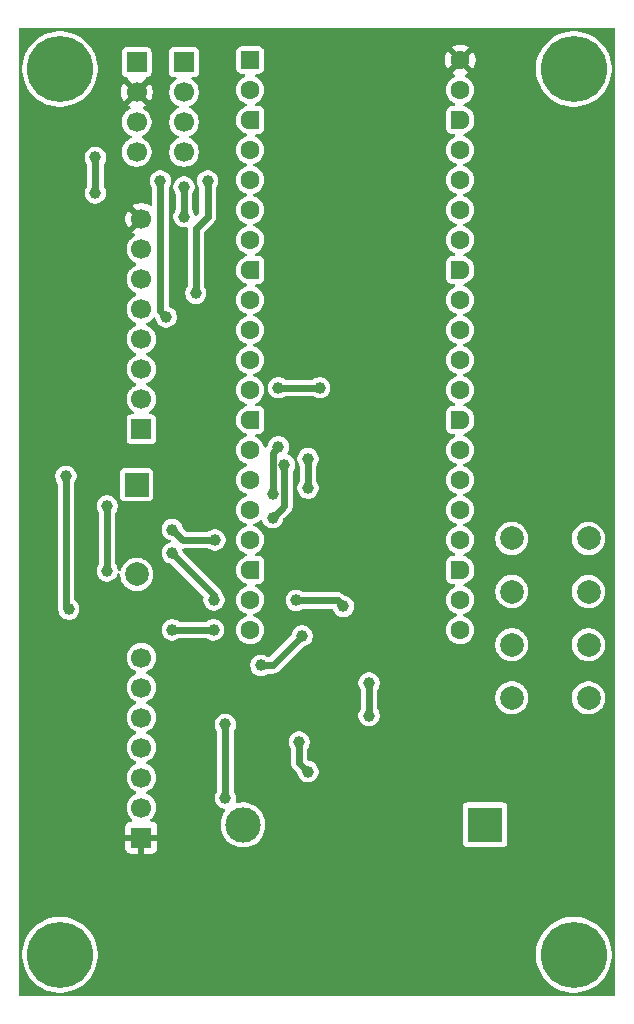
<source format=gbr>
%TF.GenerationSoftware,KiCad,Pcbnew,9.0.1*%
%TF.CreationDate,2025-06-21T17:44:42+02:00*%
%TF.ProjectId,PicoLogger_Small,5069636f-4c6f-4676-9765-725f536d616c,rev?*%
%TF.SameCoordinates,Original*%
%TF.FileFunction,Copper,L2,Bot*%
%TF.FilePolarity,Positive*%
%FSLAX46Y46*%
G04 Gerber Fmt 4.6, Leading zero omitted, Abs format (unit mm)*
G04 Created by KiCad (PCBNEW 9.0.1) date 2025-06-21 17:44:42*
%MOMM*%
%LPD*%
G01*
G04 APERTURE LIST*
G04 Aperture macros list*
%AMRoundRect*
0 Rectangle with rounded corners*
0 $1 Rounding radius*
0 $2 $3 $4 $5 $6 $7 $8 $9 X,Y pos of 4 corners*
0 Add a 4 corners polygon primitive as box body*
4,1,4,$2,$3,$4,$5,$6,$7,$8,$9,$2,$3,0*
0 Add four circle primitives for the rounded corners*
1,1,$1+$1,$2,$3*
1,1,$1+$1,$4,$5*
1,1,$1+$1,$6,$7*
1,1,$1+$1,$8,$9*
0 Add four rect primitives between the rounded corners*
20,1,$1+$1,$2,$3,$4,$5,0*
20,1,$1+$1,$4,$5,$6,$7,0*
20,1,$1+$1,$6,$7,$8,$9,0*
20,1,$1+$1,$8,$9,$2,$3,0*%
%AMFreePoly0*
4,1,37,0.603843,0.796157,0.639018,0.796157,0.711114,0.766294,0.766294,0.711114,0.796157,0.639018,0.796157,0.603843,0.800000,0.600000,0.800000,-0.600000,0.796157,-0.603843,0.796157,-0.639018,0.766294,-0.711114,0.711114,-0.766294,0.639018,-0.796157,0.603843,-0.796157,0.600000,-0.800000,0.000000,-0.800000,0.000000,-0.796148,-0.078414,-0.796148,-0.232228,-0.765552,-0.377117,-0.705537,
-0.507515,-0.618408,-0.618408,-0.507515,-0.705537,-0.377117,-0.765552,-0.232228,-0.796148,-0.078414,-0.796148,0.078414,-0.765552,0.232228,-0.705537,0.377117,-0.618408,0.507515,-0.507515,0.618408,-0.377117,0.705537,-0.232228,0.765552,-0.078414,0.796148,0.000000,0.796148,0.000000,0.800000,0.600000,0.800000,0.603843,0.796157,0.603843,0.796157,$1*%
%AMFreePoly1*
4,1,37,0.000000,0.796148,0.078414,0.796148,0.232228,0.765552,0.377117,0.705537,0.507515,0.618408,0.618408,0.507515,0.705537,0.377117,0.765552,0.232228,0.796148,0.078414,0.796148,-0.078414,0.765552,-0.232228,0.705537,-0.377117,0.618408,-0.507515,0.507515,-0.618408,0.377117,-0.705537,0.232228,-0.765552,0.078414,-0.796148,0.000000,-0.796148,0.000000,-0.800000,-0.600000,-0.800000,
-0.603843,-0.796157,-0.639018,-0.796157,-0.711114,-0.766294,-0.766294,-0.711114,-0.796157,-0.639018,-0.796157,-0.603843,-0.800000,-0.600000,-0.800000,0.600000,-0.796157,0.603843,-0.796157,0.639018,-0.766294,0.711114,-0.711114,0.766294,-0.639018,0.796157,-0.603843,0.796157,-0.600000,0.800000,0.000000,0.800000,0.000000,0.796148,0.000000,0.796148,$1*%
G04 Aperture macros list end*
%TA.AperFunction,ComponentPad*%
%ADD10R,1.700000X1.700000*%
%TD*%
%TA.AperFunction,ComponentPad*%
%ADD11C,1.700000*%
%TD*%
%TA.AperFunction,ComponentPad*%
%ADD12C,2.000000*%
%TD*%
%TA.AperFunction,ComponentPad*%
%ADD13R,2.000000X2.000000*%
%TD*%
%TA.AperFunction,ComponentPad*%
%ADD14C,5.600000*%
%TD*%
%TA.AperFunction,ComponentPad*%
%ADD15RoundRect,0.200000X-0.600000X-0.600000X0.600000X-0.600000X0.600000X0.600000X-0.600000X0.600000X0*%
%TD*%
%TA.AperFunction,ComponentPad*%
%ADD16C,1.600000*%
%TD*%
%TA.AperFunction,ComponentPad*%
%ADD17FreePoly0,0.000000*%
%TD*%
%TA.AperFunction,ComponentPad*%
%ADD18FreePoly1,0.000000*%
%TD*%
%TA.AperFunction,ComponentPad*%
%ADD19R,3.000000X3.000000*%
%TD*%
%TA.AperFunction,ComponentPad*%
%ADD20C,3.000000*%
%TD*%
%TA.AperFunction,ViaPad*%
%ADD21C,1.000000*%
%TD*%
%TA.AperFunction,Conductor*%
%ADD22C,0.600000*%
%TD*%
G04 APERTURE END LIST*
D10*
%TO.P,J4,1,Pin_1*%
%TO.N,+5V*%
X145385000Y-104080000D03*
D11*
%TO.P,J4,2,Pin_2*%
%TO.N,+3.3V*%
X145385000Y-101540000D03*
%TO.P,J4,3,Pin_3*%
%TO.N,GND*%
X145385000Y-99000000D03*
%TO.P,J4,4,Pin_4*%
%TO.N,SPI CSn*%
X145385000Y-96460000D03*
%TO.P,J4,5,Pin_5*%
%TO.N,SPI SCK*%
X145385000Y-93920000D03*
%TO.P,J4,6,Pin_6*%
%TO.N,SPI RX*%
X145385000Y-91380000D03*
%TO.P,J4,7,Pin_7*%
%TO.N,SPI TX*%
X145385000Y-88840000D03*
%TD*%
D12*
%TO.P,SW1,1,1*%
%TO.N,GND*%
X176750000Y-78750000D03*
X183250000Y-78750000D03*
%TO.P,SW1,2,2*%
%TO.N,GPIO17*%
X176750000Y-83250000D03*
X183250000Y-83250000D03*
%TD*%
D13*
%TO.P,BZ1,1,+*%
%TO.N,GPIO11*%
X145000000Y-74200000D03*
D12*
%TO.P,BZ1,2,-*%
%TO.N,GND*%
X145000000Y-81800000D03*
%TD*%
%TO.P,SW2,1,1*%
%TO.N,GND*%
X176750000Y-87750000D03*
X183250000Y-87750000D03*
%TO.P,SW2,2,2*%
%TO.N,GPIO16*%
X176750000Y-92250000D03*
X183250000Y-92250000D03*
%TD*%
D14*
%TO.P,H4,1,1*%
%TO.N,GND*%
X182000000Y-114000000D03*
%TD*%
%TO.P,H1,1,1*%
%TO.N,GND*%
X182000000Y-39000000D03*
%TD*%
D10*
%TO.P,J1,1,Pin_1*%
%TO.N,+3.3V*%
X149000000Y-38420000D03*
D11*
%TO.P,J1,2,Pin_2*%
%TO.N,GND*%
X149000000Y-40960000D03*
%TO.P,J1,3,Pin_3*%
%TO.N,SDA*%
X149000000Y-43500000D03*
%TO.P,J1,4,Pin_4*%
%TO.N,SCL*%
X149000000Y-46040000D03*
%TD*%
D10*
%TO.P,J2,1,Pin_1*%
%TO.N,GND*%
X145000000Y-38420000D03*
D11*
%TO.P,J2,2,Pin_2*%
%TO.N,+5V*%
X145000000Y-40960000D03*
%TO.P,J2,3,Pin_3*%
%TO.N,SDA*%
X145000000Y-43500000D03*
%TO.P,J2,4,Pin_4*%
%TO.N,SCL*%
X145000000Y-46040000D03*
%TD*%
D14*
%TO.P,H3,1,1*%
%TO.N,GND*%
X138500000Y-114000000D03*
%TD*%
%TO.P,H2,1,1*%
%TO.N,GND*%
X138500000Y-39000000D03*
%TD*%
D15*
%TO.P,A1,1,GPIO0*%
%TO.N,SDA*%
X154610000Y-38245000D03*
D16*
%TO.P,A1,2,GPIO1*%
%TO.N,SCL*%
X154610000Y-40785000D03*
D17*
%TO.P,A1,3,GND*%
%TO.N,GND*%
X154610000Y-43325000D03*
D16*
%TO.P,A1,4,GPIO2*%
%TO.N,GPIO2*%
X154610000Y-45865000D03*
%TO.P,A1,5,GPIO3*%
%TO.N,unconnected-(A1-GPIO3-Pad5)*%
X154610000Y-48405000D03*
%TO.P,A1,6,GPIO4*%
%TO.N,TX*%
X154610000Y-50945000D03*
%TO.P,A1,7,GPIO5*%
%TO.N,RX*%
X154610000Y-53485000D03*
D17*
%TO.P,A1,8,GND*%
%TO.N,GND*%
X154610000Y-56025000D03*
D16*
%TO.P,A1,9,GPIO6*%
%TO.N,unconnected-(A1-GPIO6-Pad9)*%
X154610000Y-58565000D03*
%TO.P,A1,10,GPIO7*%
%TO.N,unconnected-(A1-GPIO7-Pad10)*%
X154610000Y-61105000D03*
%TO.P,A1,11,GPIO8*%
%TO.N,unconnected-(A1-GPIO8-Pad11)*%
X154610000Y-63645000D03*
%TO.P,A1,12,GPIO9*%
%TO.N,GPIO9*%
X154610000Y-66185000D03*
D17*
%TO.P,A1,13,GND*%
%TO.N,GND*%
X154610000Y-68725000D03*
D16*
%TO.P,A1,14,GPIO10*%
%TO.N,GPIO10*%
X154610000Y-71265000D03*
%TO.P,A1,15,GPIO11*%
%TO.N,GPIO11*%
X154610000Y-73805000D03*
%TO.P,A1,16,GPIO12*%
%TO.N,SPI RX*%
X154610000Y-76345000D03*
%TO.P,A1,17,GPIO13*%
%TO.N,SPI CSn*%
X154610000Y-78885000D03*
D17*
%TO.P,A1,18,GND*%
%TO.N,GND*%
X154610000Y-81425000D03*
D16*
%TO.P,A1,19,GPIO14*%
%TO.N,SPI SCK*%
X154610000Y-83965000D03*
%TO.P,A1,20,GPIO15*%
%TO.N,SPI TX*%
X154610000Y-86505000D03*
%TO.P,A1,21,GPIO16*%
%TO.N,GPIO16*%
X172390000Y-86505000D03*
%TO.P,A1,22,GPIO17*%
%TO.N,GPIO17*%
X172390000Y-83965000D03*
D18*
%TO.P,A1,23,GND*%
%TO.N,GND*%
X172390000Y-81425000D03*
D16*
%TO.P,A1,24,GPIO18*%
%TO.N,GPIO18*%
X172390000Y-78885000D03*
%TO.P,A1,25,GPIO19*%
%TO.N,GPIO19*%
X172390000Y-76345000D03*
%TO.P,A1,26,GPIO20*%
%TO.N,GPIO20*%
X172390000Y-73805000D03*
%TO.P,A1,27,GPIO21*%
%TO.N,unconnected-(A1-GPIO21-Pad27)*%
X172390000Y-71265000D03*
D18*
%TO.P,A1,28,GND*%
%TO.N,GND*%
X172390000Y-68725000D03*
D16*
%TO.P,A1,29,GPIO22*%
%TO.N,unconnected-(A1-GPIO22-Pad29)*%
X172390000Y-66185000D03*
%TO.P,A1,30,RUN*%
%TO.N,unconnected-(A1-RUN-Pad30)*%
X172390000Y-63645000D03*
%TO.P,A1,31,GPIO26_ADC0*%
%TO.N,unconnected-(A1-GPIO26_ADC0-Pad31)*%
X172390000Y-61105000D03*
%TO.P,A1,32,GPIO27_ADC1*%
%TO.N,unconnected-(A1-GPIO27_ADC1-Pad32)*%
X172390000Y-58565000D03*
D18*
%TO.P,A1,33,AGND*%
%TO.N,GND*%
X172390000Y-56025000D03*
D16*
%TO.P,A1,34,GPIO28_ADC2*%
%TO.N,unconnected-(A1-GPIO28_ADC2-Pad34)*%
X172390000Y-53485000D03*
%TO.P,A1,35,ADC_VREF*%
%TO.N,unconnected-(A1-ADC_VREF-Pad35)*%
X172390000Y-50945000D03*
%TO.P,A1,36,3V3*%
%TO.N,unconnected-(A1-3V3-Pad36)*%
X172390000Y-48405000D03*
%TO.P,A1,37,3V3_EN*%
%TO.N,unconnected-(A1-3V3_EN-Pad37)*%
X172390000Y-45865000D03*
D18*
%TO.P,A1,38,GND*%
%TO.N,GND*%
X172390000Y-43325000D03*
D16*
%TO.P,A1,39,VSYS*%
%TO.N,+3.3V*%
X172390000Y-40785000D03*
%TO.P,A1,40,VBUS*%
%TO.N,+5V*%
X172390000Y-38245000D03*
%TD*%
D10*
%TO.P,J3,1,Pin_1*%
%TO.N,RX*%
X145385000Y-69500000D03*
D11*
%TO.P,J3,2,Pin_2*%
%TO.N,TX*%
X145385000Y-66960000D03*
%TO.P,J3,3,Pin_3*%
%TO.N,GPIO2*%
X145385000Y-64420000D03*
%TO.P,J3,4,Pin_4*%
%TO.N,SDA*%
X145385000Y-61880000D03*
%TO.P,J3,5,Pin_5*%
%TO.N,SCL*%
X145385000Y-59340000D03*
%TO.P,J3,6,Pin_6*%
%TO.N,GND*%
X145385000Y-56800000D03*
%TO.P,J3,7,Pin_7*%
%TO.N,+3.3V*%
X145385000Y-54260000D03*
%TO.P,J3,8,Pin_8*%
%TO.N,+5V*%
X145385000Y-51720000D03*
%TD*%
D19*
%TO.P,BT1,1,+*%
%TO.N,+BATT*%
X174490000Y-103000000D03*
D20*
%TO.P,BT1,2,-*%
%TO.N,GND*%
X154000000Y-103000000D03*
%TD*%
D21*
%TO.N,+3.3V*%
X139250000Y-84750000D03*
X139000000Y-73500000D03*
X141500000Y-46500000D03*
X141500000Y-49500000D03*
%TO.N,SPI CSn*%
X148000000Y-78000000D03*
X151615000Y-78885000D03*
%TO.N,SCL*%
X159500000Y-98500000D03*
X156500000Y-75000000D03*
X157000000Y-71000000D03*
X158750000Y-96000000D03*
X149000000Y-51500000D03*
X149000000Y-49000000D03*
%TO.N,SPI TX*%
X151500000Y-86500000D03*
X148000000Y-86500000D03*
%TO.N,SDA*%
X156500000Y-77000000D03*
X157500000Y-72500000D03*
X147000000Y-48500000D03*
X147500000Y-60000000D03*
%TO.N,SPI SCK*%
X148000000Y-80000000D03*
X151535000Y-83965000D03*
%TO.N,+5V*%
X162000000Y-89500000D03*
X168000000Y-104500000D03*
X150000000Y-97250000D03*
%TO.N,SPI RX*%
X142500000Y-81500000D03*
X142500000Y-76000000D03*
%TO.N,GPIO2*%
X151000000Y-48500000D03*
X150000000Y-58000000D03*
%TO.N,GPIO10*%
X164675000Y-93750000D03*
X158500000Y-84000000D03*
X162500000Y-84500000D03*
X164675000Y-91000000D03*
%TO.N,GPIO9*%
X157000000Y-66000000D03*
X159500000Y-72000000D03*
X160500000Y-66000000D03*
X155500000Y-89500000D03*
X159500000Y-74500000D03*
X152500000Y-94500000D03*
X152500000Y-100750000D03*
X159000000Y-87000000D03*
%TD*%
D22*
%TO.N,SDA*%
X147000000Y-59500000D02*
X147500000Y-60000000D01*
X147000000Y-48500000D02*
X147000000Y-59500000D01*
%TO.N,+3.3V*%
X139000000Y-84500000D02*
X139250000Y-84750000D01*
X139000000Y-73500000D02*
X139000000Y-84500000D01*
X141500000Y-46500000D02*
X141500000Y-49500000D01*
%TO.N,SPI CSn*%
X148885000Y-78885000D02*
X148000000Y-78000000D01*
X151615000Y-78885000D02*
X148885000Y-78885000D01*
%TO.N,SCL*%
X157000000Y-71000000D02*
X156500000Y-71500000D01*
X149000000Y-51500000D02*
X149000000Y-49000000D01*
X156500000Y-71500000D02*
X156500000Y-75000000D01*
X158750000Y-96000000D02*
X158750000Y-97750000D01*
X158750000Y-97750000D02*
X159500000Y-98500000D01*
%TO.N,SPI TX*%
X148000000Y-86500000D02*
X151500000Y-86500000D01*
%TO.N,SDA*%
X157500000Y-72500000D02*
X157500000Y-76000000D01*
X157500000Y-76000000D02*
X156500000Y-77000000D01*
%TO.N,SPI SCK*%
X151535000Y-83535000D02*
X151535000Y-83965000D01*
X148000000Y-80000000D02*
X151535000Y-83535000D01*
%TO.N,SPI RX*%
X142500000Y-81500000D02*
X142500000Y-76000000D01*
%TO.N,GPIO2*%
X150000000Y-58000000D02*
X150000000Y-52500000D01*
X151000000Y-51500000D02*
X151000000Y-48500000D01*
X150000000Y-52500000D02*
X151000000Y-51500000D01*
%TO.N,GPIO10*%
X164675000Y-91000000D02*
X164675000Y-93750000D01*
X162000000Y-84000000D02*
X158500000Y-84000000D01*
X162500000Y-84500000D02*
X162000000Y-84000000D01*
%TO.N,GPIO9*%
X156500000Y-89500000D02*
X155500000Y-89500000D01*
X157000000Y-66000000D02*
X160500000Y-66000000D01*
X159500000Y-72000000D02*
X159500000Y-74500000D01*
X152500000Y-100750000D02*
X152500000Y-94500000D01*
X159000000Y-87000000D02*
X156500000Y-89500000D01*
%TD*%
%TA.AperFunction,Conductor*%
%TO.N,+5V*%
G36*
X185442539Y-35520185D02*
G01*
X185488294Y-35572989D01*
X185499500Y-35624500D01*
X185499500Y-117375500D01*
X185479815Y-117442539D01*
X185427011Y-117488294D01*
X185375500Y-117499500D01*
X135124500Y-117499500D01*
X135057461Y-117479815D01*
X135011706Y-117427011D01*
X135000500Y-117375500D01*
X135000500Y-113820259D01*
X135299500Y-113820259D01*
X135299500Y-114179740D01*
X135339746Y-114536935D01*
X135339748Y-114536951D01*
X135419737Y-114887407D01*
X135419741Y-114887419D01*
X135538465Y-115226711D01*
X135694432Y-115550579D01*
X135694434Y-115550582D01*
X135885685Y-115854956D01*
X136109812Y-116136003D01*
X136363997Y-116390188D01*
X136645044Y-116614315D01*
X136949418Y-116805566D01*
X137273292Y-116961536D01*
X137528119Y-117050703D01*
X137612580Y-117080258D01*
X137612592Y-117080262D01*
X137963052Y-117160252D01*
X138320260Y-117200499D01*
X138320261Y-117200500D01*
X138320264Y-117200500D01*
X138679739Y-117200500D01*
X138679739Y-117200499D01*
X139036948Y-117160252D01*
X139387408Y-117080262D01*
X139726708Y-116961536D01*
X140050582Y-116805566D01*
X140354956Y-116614315D01*
X140636003Y-116390188D01*
X140890188Y-116136003D01*
X141114315Y-115854956D01*
X141305566Y-115550582D01*
X141461536Y-115226708D01*
X141580262Y-114887408D01*
X141660252Y-114536948D01*
X141700500Y-114179736D01*
X141700500Y-113820264D01*
X141700499Y-113820259D01*
X178799500Y-113820259D01*
X178799500Y-114179740D01*
X178839746Y-114536935D01*
X178839748Y-114536951D01*
X178919737Y-114887407D01*
X178919741Y-114887419D01*
X179038465Y-115226711D01*
X179194432Y-115550579D01*
X179194434Y-115550582D01*
X179385685Y-115854956D01*
X179609812Y-116136003D01*
X179863997Y-116390188D01*
X180145044Y-116614315D01*
X180449418Y-116805566D01*
X180773292Y-116961536D01*
X181028119Y-117050703D01*
X181112580Y-117080258D01*
X181112592Y-117080262D01*
X181463052Y-117160252D01*
X181820260Y-117200499D01*
X181820261Y-117200500D01*
X181820264Y-117200500D01*
X182179739Y-117200500D01*
X182179739Y-117200499D01*
X182536948Y-117160252D01*
X182887408Y-117080262D01*
X183226708Y-116961536D01*
X183550582Y-116805566D01*
X183854956Y-116614315D01*
X184136003Y-116390188D01*
X184390188Y-116136003D01*
X184614315Y-115854956D01*
X184805566Y-115550582D01*
X184961536Y-115226708D01*
X185080262Y-114887408D01*
X185160252Y-114536948D01*
X185200500Y-114179736D01*
X185200500Y-113820264D01*
X185160252Y-113463052D01*
X185080262Y-113112592D01*
X184961536Y-112773292D01*
X184805566Y-112449418D01*
X184614315Y-112145044D01*
X184390188Y-111863997D01*
X184136003Y-111609812D01*
X183854956Y-111385685D01*
X183550582Y-111194434D01*
X183550579Y-111194432D01*
X183226711Y-111038465D01*
X182887419Y-110919741D01*
X182887407Y-110919737D01*
X182536951Y-110839748D01*
X182536935Y-110839746D01*
X182179740Y-110799500D01*
X182179736Y-110799500D01*
X181820264Y-110799500D01*
X181820259Y-110799500D01*
X181463064Y-110839746D01*
X181463048Y-110839748D01*
X181112592Y-110919737D01*
X181112580Y-110919741D01*
X180773288Y-111038465D01*
X180449420Y-111194432D01*
X180145045Y-111385684D01*
X179863997Y-111609811D01*
X179609811Y-111863997D01*
X179385684Y-112145045D01*
X179194432Y-112449420D01*
X179038465Y-112773288D01*
X178919741Y-113112580D01*
X178919737Y-113112592D01*
X178839748Y-113463048D01*
X178839746Y-113463064D01*
X178799500Y-113820259D01*
X141700499Y-113820259D01*
X141660252Y-113463052D01*
X141580262Y-113112592D01*
X141461536Y-112773292D01*
X141305566Y-112449418D01*
X141114315Y-112145044D01*
X140890188Y-111863997D01*
X140636003Y-111609812D01*
X140354956Y-111385685D01*
X140050582Y-111194434D01*
X140050579Y-111194432D01*
X139726711Y-111038465D01*
X139387419Y-110919741D01*
X139387407Y-110919737D01*
X139036951Y-110839748D01*
X139036935Y-110839746D01*
X138679740Y-110799500D01*
X138679736Y-110799500D01*
X138320264Y-110799500D01*
X138320259Y-110799500D01*
X137963064Y-110839746D01*
X137963048Y-110839748D01*
X137612592Y-110919737D01*
X137612580Y-110919741D01*
X137273288Y-111038465D01*
X136949420Y-111194432D01*
X136645045Y-111385684D01*
X136363997Y-111609811D01*
X136109811Y-111863997D01*
X135885684Y-112145045D01*
X135694432Y-112449420D01*
X135538465Y-112773288D01*
X135419741Y-113112580D01*
X135419737Y-113112592D01*
X135339748Y-113463048D01*
X135339746Y-113463064D01*
X135299500Y-113820259D01*
X135000500Y-113820259D01*
X135000500Y-103182155D01*
X144035000Y-103182155D01*
X144035000Y-103830000D01*
X144951988Y-103830000D01*
X144919075Y-103887007D01*
X144885000Y-104014174D01*
X144885000Y-104145826D01*
X144919075Y-104272993D01*
X144951988Y-104330000D01*
X144035000Y-104330000D01*
X144035000Y-104977844D01*
X144041401Y-105037372D01*
X144041403Y-105037379D01*
X144091645Y-105172086D01*
X144091649Y-105172093D01*
X144177809Y-105287187D01*
X144177812Y-105287190D01*
X144292906Y-105373350D01*
X144292913Y-105373354D01*
X144427620Y-105423596D01*
X144427627Y-105423598D01*
X144487155Y-105429999D01*
X144487172Y-105430000D01*
X145135000Y-105430000D01*
X145135000Y-104513012D01*
X145192007Y-104545925D01*
X145319174Y-104580000D01*
X145450826Y-104580000D01*
X145577993Y-104545925D01*
X145635000Y-104513012D01*
X145635000Y-105430000D01*
X146282828Y-105430000D01*
X146282844Y-105429999D01*
X146342372Y-105423598D01*
X146342379Y-105423596D01*
X146477086Y-105373354D01*
X146477093Y-105373350D01*
X146592187Y-105287190D01*
X146592190Y-105287187D01*
X146678350Y-105172093D01*
X146678354Y-105172086D01*
X146728596Y-105037379D01*
X146728598Y-105037372D01*
X146734999Y-104977844D01*
X146735000Y-104977827D01*
X146735000Y-104330000D01*
X145818012Y-104330000D01*
X145850925Y-104272993D01*
X145885000Y-104145826D01*
X145885000Y-104014174D01*
X145850925Y-103887007D01*
X145818012Y-103830000D01*
X146735000Y-103830000D01*
X146735000Y-103182172D01*
X146734999Y-103182155D01*
X146728598Y-103122627D01*
X146728596Y-103122620D01*
X146678354Y-102987913D01*
X146678350Y-102987906D01*
X146592190Y-102872812D01*
X146592187Y-102872809D01*
X146477093Y-102786649D01*
X146477086Y-102786645D01*
X146342379Y-102736403D01*
X146342372Y-102736401D01*
X146282844Y-102730000D01*
X146256216Y-102730000D01*
X146189177Y-102710315D01*
X146143422Y-102657511D01*
X146133478Y-102588353D01*
X146162503Y-102524797D01*
X146183329Y-102505683D01*
X146199646Y-102493828D01*
X146338828Y-102354646D01*
X146454524Y-102195405D01*
X146543884Y-102020025D01*
X146604709Y-101832826D01*
X146618752Y-101744161D01*
X146635500Y-101638422D01*
X146635500Y-101441577D01*
X146604709Y-101247173D01*
X146556727Y-101099501D01*
X146543884Y-101059975D01*
X146543882Y-101059972D01*
X146543882Y-101059970D01*
X146454523Y-100884594D01*
X146338828Y-100725354D01*
X146199646Y-100586172D01*
X146063608Y-100487334D01*
X146040403Y-100470474D01*
X145863787Y-100380485D01*
X145812990Y-100332511D01*
X145796195Y-100264690D01*
X145818732Y-100198555D01*
X145863787Y-100159515D01*
X146040403Y-100069525D01*
X146040402Y-100069525D01*
X146040405Y-100069524D01*
X146199646Y-99953828D01*
X146338828Y-99814646D01*
X146454524Y-99655405D01*
X146543884Y-99480025D01*
X146604709Y-99292826D01*
X146619496Y-99199464D01*
X146635500Y-99098422D01*
X146635500Y-98901577D01*
X146604709Y-98707173D01*
X146566806Y-98590521D01*
X146543884Y-98519975D01*
X146543882Y-98519972D01*
X146543882Y-98519970D01*
X146454523Y-98344594D01*
X146338828Y-98185354D01*
X146199646Y-98046172D01*
X146073240Y-97954332D01*
X146040403Y-97930474D01*
X145863787Y-97840485D01*
X145812990Y-97792511D01*
X145796195Y-97724690D01*
X145818732Y-97658555D01*
X145863787Y-97619515D01*
X146040403Y-97529525D01*
X146040402Y-97529525D01*
X146040405Y-97529524D01*
X146199646Y-97413828D01*
X146338828Y-97274646D01*
X146454524Y-97115405D01*
X146543884Y-96940025D01*
X146604709Y-96752826D01*
X146635500Y-96558422D01*
X146635500Y-96361577D01*
X146604709Y-96167173D01*
X146543882Y-95979970D01*
X146454523Y-95804594D01*
X146338828Y-95645354D01*
X146199646Y-95506172D01*
X146089246Y-95425961D01*
X146040403Y-95390474D01*
X145863787Y-95300485D01*
X145812990Y-95252511D01*
X145796195Y-95184690D01*
X145818732Y-95118555D01*
X145863787Y-95079515D01*
X146040403Y-94989525D01*
X146040402Y-94989525D01*
X146040405Y-94989524D01*
X146199646Y-94873828D01*
X146338828Y-94734646D01*
X146454524Y-94575405D01*
X146538137Y-94411304D01*
X151599500Y-94411304D01*
X151599500Y-94588695D01*
X151634103Y-94762658D01*
X151634106Y-94762667D01*
X151701984Y-94926542D01*
X151701985Y-94926543D01*
X151701987Y-94926547D01*
X151744068Y-94989525D01*
X151778602Y-95041208D01*
X151799480Y-95107885D01*
X151799500Y-95110099D01*
X151799500Y-100139899D01*
X151779815Y-100206938D01*
X151778602Y-100208790D01*
X151701988Y-100323449D01*
X151701987Y-100323452D01*
X151634106Y-100487332D01*
X151634103Y-100487341D01*
X151599500Y-100661304D01*
X151599500Y-100838695D01*
X151634103Y-101012658D01*
X151634106Y-101012667D01*
X151701983Y-101176540D01*
X151701990Y-101176553D01*
X151800535Y-101324034D01*
X151800538Y-101324038D01*
X151925961Y-101449461D01*
X151925965Y-101449464D01*
X152073446Y-101548009D01*
X152073459Y-101548016D01*
X152196363Y-101598923D01*
X152237334Y-101615894D01*
X152237336Y-101615894D01*
X152237341Y-101615896D01*
X152414121Y-101651060D01*
X152476032Y-101683445D01*
X152510606Y-101744161D01*
X152506867Y-101813930D01*
X152488306Y-101848163D01*
X152416400Y-101941873D01*
X152291837Y-102157623D01*
X152291830Y-102157638D01*
X152196498Y-102387792D01*
X152132017Y-102628438D01*
X152099501Y-102875424D01*
X152099500Y-102875441D01*
X152099500Y-103124558D01*
X152099501Y-103124575D01*
X152132017Y-103371561D01*
X152196498Y-103612207D01*
X152291830Y-103842361D01*
X152291837Y-103842376D01*
X152416400Y-104058126D01*
X152568060Y-104255774D01*
X152568066Y-104255781D01*
X152744218Y-104431933D01*
X152744225Y-104431939D01*
X152941873Y-104583599D01*
X153157623Y-104708162D01*
X153157638Y-104708169D01*
X153230483Y-104738342D01*
X153387793Y-104803502D01*
X153628435Y-104867982D01*
X153875435Y-104900500D01*
X153875442Y-104900500D01*
X154124558Y-104900500D01*
X154124565Y-104900500D01*
X154371565Y-104867982D01*
X154612207Y-104803502D01*
X154842373Y-104708164D01*
X155058127Y-104583599D01*
X155255776Y-104431938D01*
X155431938Y-104255776D01*
X155583599Y-104058127D01*
X155708164Y-103842373D01*
X155803502Y-103612207D01*
X155867982Y-103371565D01*
X155900500Y-103124565D01*
X155900500Y-102875435D01*
X155867982Y-102628435D01*
X155803502Y-102387793D01*
X155708164Y-102157627D01*
X155583599Y-101941873D01*
X155431938Y-101744224D01*
X155431933Y-101744218D01*
X155255781Y-101568066D01*
X155255774Y-101568060D01*
X155247857Y-101561985D01*
X155125992Y-101468475D01*
X172589500Y-101468475D01*
X172589500Y-104531517D01*
X172597179Y-104580000D01*
X172604354Y-104625304D01*
X172661950Y-104738342D01*
X172661952Y-104738344D01*
X172661954Y-104738347D01*
X172751652Y-104828045D01*
X172751654Y-104828046D01*
X172751658Y-104828050D01*
X172864694Y-104885645D01*
X172864698Y-104885647D01*
X172952116Y-104899491D01*
X172958468Y-104900498D01*
X172958475Y-104900499D01*
X172958481Y-104900500D01*
X176021518Y-104900499D01*
X176115304Y-104885646D01*
X176228342Y-104828050D01*
X176318050Y-104738342D01*
X176375646Y-104625304D01*
X176375646Y-104625302D01*
X176375647Y-104625301D01*
X176390499Y-104531524D01*
X176390500Y-104531519D01*
X176390499Y-101468482D01*
X176375646Y-101374696D01*
X176318050Y-101261658D01*
X176318046Y-101261654D01*
X176318045Y-101261652D01*
X176228347Y-101171954D01*
X176228344Y-101171952D01*
X176228342Y-101171950D01*
X176149969Y-101132017D01*
X176115301Y-101114352D01*
X176021524Y-101099500D01*
X172958482Y-101099500D01*
X172877519Y-101112323D01*
X172864696Y-101114354D01*
X172751658Y-101171950D01*
X172751657Y-101171951D01*
X172751652Y-101171954D01*
X172661954Y-101261652D01*
X172661951Y-101261657D01*
X172661950Y-101261658D01*
X172646573Y-101291837D01*
X172604352Y-101374698D01*
X172589500Y-101468475D01*
X155125992Y-101468475D01*
X155058126Y-101416400D01*
X154842376Y-101291837D01*
X154842361Y-101291830D01*
X154612207Y-101196498D01*
X154520608Y-101171954D01*
X154371565Y-101132018D01*
X154371564Y-101132017D01*
X154371561Y-101132017D01*
X154124575Y-101099501D01*
X154124570Y-101099500D01*
X154124565Y-101099500D01*
X153875435Y-101099500D01*
X153875429Y-101099500D01*
X153875424Y-101099501D01*
X153628436Y-101132017D01*
X153518649Y-101161435D01*
X153448799Y-101159772D01*
X153390937Y-101120609D01*
X153363433Y-101056381D01*
X153364939Y-101017468D01*
X153400500Y-100838693D01*
X153400500Y-100661306D01*
X153400499Y-100661304D01*
X153365896Y-100487341D01*
X153365893Y-100487332D01*
X153358910Y-100470474D01*
X153298013Y-100323453D01*
X153298011Y-100323451D01*
X153298011Y-100323449D01*
X153221398Y-100208790D01*
X153200520Y-100142112D01*
X153200500Y-100139899D01*
X153200500Y-95911304D01*
X157849500Y-95911304D01*
X157849500Y-96088695D01*
X157884103Y-96262658D01*
X157884106Y-96262667D01*
X157951984Y-96426542D01*
X157951985Y-96426543D01*
X157951987Y-96426547D01*
X158028602Y-96541208D01*
X158049480Y-96607885D01*
X158049500Y-96610099D01*
X158049500Y-97681006D01*
X158049500Y-97818994D01*
X158049500Y-97818996D01*
X158049499Y-97818996D01*
X158076418Y-97954322D01*
X158076421Y-97954332D01*
X158129222Y-98081807D01*
X158205887Y-98196545D01*
X158205888Y-98196546D01*
X158573266Y-98563923D01*
X158606751Y-98625246D01*
X158607202Y-98627413D01*
X158634103Y-98762658D01*
X158634106Y-98762667D01*
X158701983Y-98926540D01*
X158701990Y-98926553D01*
X158800535Y-99074034D01*
X158800538Y-99074038D01*
X158925961Y-99199461D01*
X158925965Y-99199464D01*
X159073446Y-99298009D01*
X159073459Y-99298016D01*
X159196363Y-99348923D01*
X159237334Y-99365894D01*
X159237336Y-99365894D01*
X159237341Y-99365896D01*
X159411304Y-99400499D01*
X159411307Y-99400500D01*
X159411309Y-99400500D01*
X159588693Y-99400500D01*
X159588694Y-99400499D01*
X159646682Y-99388964D01*
X159762658Y-99365896D01*
X159762661Y-99365894D01*
X159762666Y-99365894D01*
X159926547Y-99298013D01*
X160074035Y-99199464D01*
X160199464Y-99074035D01*
X160298013Y-98926547D01*
X160365894Y-98762666D01*
X160376933Y-98707173D01*
X160400499Y-98588695D01*
X160400500Y-98588693D01*
X160400500Y-98411306D01*
X160400499Y-98411304D01*
X160365896Y-98237341D01*
X160365893Y-98237332D01*
X160298016Y-98073459D01*
X160298009Y-98073446D01*
X160199464Y-97925965D01*
X160199461Y-97925961D01*
X160074038Y-97800538D01*
X160074034Y-97800535D01*
X159926553Y-97701990D01*
X159926540Y-97701983D01*
X159762667Y-97634106D01*
X159762658Y-97634103D01*
X159627413Y-97607202D01*
X159610656Y-97598437D01*
X159592177Y-97594417D01*
X159567138Y-97575672D01*
X159565502Y-97574817D01*
X159563923Y-97573266D01*
X159486819Y-97496162D01*
X159453334Y-97434839D01*
X159450500Y-97408481D01*
X159450500Y-96610099D01*
X159470185Y-96543060D01*
X159471398Y-96541208D01*
X159548013Y-96426547D01*
X159615894Y-96262666D01*
X159650500Y-96088691D01*
X159650500Y-95911309D01*
X159650500Y-95911306D01*
X159650499Y-95911304D01*
X159615896Y-95737341D01*
X159615893Y-95737332D01*
X159548016Y-95573459D01*
X159548009Y-95573446D01*
X159449464Y-95425965D01*
X159449461Y-95425961D01*
X159324038Y-95300538D01*
X159324034Y-95300535D01*
X159176553Y-95201990D01*
X159176540Y-95201983D01*
X159012667Y-95134106D01*
X159012658Y-95134103D01*
X158838694Y-95099500D01*
X158838691Y-95099500D01*
X158661309Y-95099500D01*
X158661306Y-95099500D01*
X158487341Y-95134103D01*
X158487332Y-95134106D01*
X158323459Y-95201983D01*
X158323446Y-95201990D01*
X158175965Y-95300535D01*
X158175961Y-95300538D01*
X158050538Y-95425961D01*
X158050535Y-95425965D01*
X157951990Y-95573446D01*
X157951983Y-95573459D01*
X157884106Y-95737332D01*
X157884103Y-95737341D01*
X157849500Y-95911304D01*
X153200500Y-95911304D01*
X153200500Y-95110099D01*
X153220185Y-95043060D01*
X153221398Y-95041208D01*
X153298013Y-94926547D01*
X153365894Y-94762666D01*
X153371468Y-94734647D01*
X153388964Y-94646682D01*
X153400500Y-94588691D01*
X153400500Y-94411309D01*
X153400500Y-94411306D01*
X153400499Y-94411304D01*
X153365896Y-94237341D01*
X153365893Y-94237332D01*
X153355742Y-94212826D01*
X153340718Y-94176553D01*
X153298016Y-94073459D01*
X153298009Y-94073446D01*
X153199464Y-93925965D01*
X153199461Y-93925961D01*
X153074038Y-93800538D01*
X153074034Y-93800535D01*
X152926553Y-93701990D01*
X152926540Y-93701983D01*
X152762667Y-93634106D01*
X152762658Y-93634103D01*
X152588694Y-93599500D01*
X152588691Y-93599500D01*
X152411309Y-93599500D01*
X152411306Y-93599500D01*
X152237341Y-93634103D01*
X152237332Y-93634106D01*
X152073459Y-93701983D01*
X152073446Y-93701990D01*
X151925965Y-93800535D01*
X151925961Y-93800538D01*
X151800538Y-93925961D01*
X151800535Y-93925965D01*
X151701990Y-94073446D01*
X151701983Y-94073459D01*
X151634106Y-94237332D01*
X151634103Y-94237341D01*
X151599500Y-94411304D01*
X146538137Y-94411304D01*
X146543884Y-94400025D01*
X146604709Y-94212826D01*
X146610456Y-94176540D01*
X146635500Y-94018422D01*
X146635500Y-93821577D01*
X146604709Y-93627173D01*
X146543882Y-93439970D01*
X146454523Y-93264594D01*
X146338828Y-93105354D01*
X146199646Y-92966172D01*
X146120025Y-92908324D01*
X146040403Y-92850474D01*
X145863787Y-92760485D01*
X145812990Y-92712511D01*
X145796195Y-92644690D01*
X145818732Y-92578555D01*
X145863787Y-92539515D01*
X146040403Y-92449525D01*
X146040402Y-92449525D01*
X146040405Y-92449524D01*
X146199646Y-92333828D01*
X146338828Y-92194646D01*
X146454524Y-92035405D01*
X146543884Y-91860025D01*
X146604709Y-91672826D01*
X146614995Y-91607885D01*
X146635500Y-91478422D01*
X146635500Y-91281577D01*
X146617586Y-91168483D01*
X146604709Y-91087174D01*
X146604708Y-91087170D01*
X146604708Y-91087169D01*
X146558038Y-90943535D01*
X146558037Y-90943533D01*
X146547565Y-90911304D01*
X163774500Y-90911304D01*
X163774500Y-91088695D01*
X163809103Y-91262658D01*
X163809106Y-91262667D01*
X163876984Y-91426542D01*
X163876985Y-91426543D01*
X163876987Y-91426547D01*
X163936741Y-91515974D01*
X163953602Y-91541208D01*
X163974480Y-91607885D01*
X163974500Y-91610099D01*
X163974500Y-93139899D01*
X163954815Y-93206938D01*
X163953602Y-93208790D01*
X163876988Y-93323449D01*
X163876987Y-93323452D01*
X163809106Y-93487332D01*
X163809103Y-93487341D01*
X163774500Y-93661304D01*
X163774500Y-93838695D01*
X163809103Y-94012658D01*
X163809106Y-94012667D01*
X163876983Y-94176540D01*
X163876990Y-94176553D01*
X163975535Y-94324034D01*
X163975538Y-94324038D01*
X164100961Y-94449461D01*
X164100965Y-94449464D01*
X164248446Y-94548009D01*
X164248459Y-94548016D01*
X164346659Y-94588691D01*
X164412334Y-94615894D01*
X164412336Y-94615894D01*
X164412341Y-94615896D01*
X164586304Y-94650499D01*
X164586307Y-94650500D01*
X164586309Y-94650500D01*
X164763693Y-94650500D01*
X164763694Y-94650499D01*
X164821682Y-94638964D01*
X164937658Y-94615896D01*
X164937661Y-94615894D01*
X164937666Y-94615894D01*
X165101547Y-94548013D01*
X165249035Y-94449464D01*
X165374464Y-94324035D01*
X165473013Y-94176547D01*
X165540894Y-94012666D01*
X165575500Y-93838691D01*
X165575500Y-93661309D01*
X165575500Y-93661306D01*
X165575499Y-93661304D01*
X165540896Y-93487341D01*
X165540893Y-93487332D01*
X165524525Y-93447815D01*
X165473013Y-93323453D01*
X165473011Y-93323451D01*
X165473011Y-93323449D01*
X165396398Y-93208790D01*
X165375520Y-93142112D01*
X165375500Y-93139899D01*
X165375500Y-92139778D01*
X175349500Y-92139778D01*
X175349500Y-92360221D01*
X175383985Y-92577952D01*
X175452103Y-92787603D01*
X175452104Y-92787606D01*
X175552187Y-92984025D01*
X175681752Y-93162358D01*
X175681756Y-93162363D01*
X175837636Y-93318243D01*
X175837641Y-93318247D01*
X175844807Y-93323453D01*
X176015978Y-93447815D01*
X176144375Y-93513237D01*
X176212393Y-93547895D01*
X176212396Y-93547896D01*
X176317221Y-93581955D01*
X176422049Y-93616015D01*
X176639778Y-93650500D01*
X176639779Y-93650500D01*
X176860221Y-93650500D01*
X176860222Y-93650500D01*
X177077951Y-93616015D01*
X177287606Y-93547895D01*
X177484022Y-93447815D01*
X177662365Y-93318242D01*
X177818242Y-93162365D01*
X177947815Y-92984022D01*
X178047895Y-92787606D01*
X178116015Y-92577951D01*
X178150500Y-92360222D01*
X178150500Y-92139778D01*
X181849500Y-92139778D01*
X181849500Y-92360221D01*
X181883985Y-92577952D01*
X181952103Y-92787603D01*
X181952104Y-92787606D01*
X182052187Y-92984025D01*
X182181752Y-93162358D01*
X182181756Y-93162363D01*
X182337636Y-93318243D01*
X182337641Y-93318247D01*
X182344807Y-93323453D01*
X182515978Y-93447815D01*
X182644375Y-93513237D01*
X182712393Y-93547895D01*
X182712396Y-93547896D01*
X182817221Y-93581955D01*
X182922049Y-93616015D01*
X183139778Y-93650500D01*
X183139779Y-93650500D01*
X183360221Y-93650500D01*
X183360222Y-93650500D01*
X183577951Y-93616015D01*
X183787606Y-93547895D01*
X183984022Y-93447815D01*
X184162365Y-93318242D01*
X184318242Y-93162365D01*
X184447815Y-92984022D01*
X184547895Y-92787606D01*
X184616015Y-92577951D01*
X184650500Y-92360222D01*
X184650500Y-92139778D01*
X184616015Y-91922049D01*
X184547895Y-91712394D01*
X184547895Y-91712393D01*
X184513237Y-91644375D01*
X184447815Y-91515978D01*
X184420529Y-91478422D01*
X184318247Y-91337641D01*
X184318243Y-91337636D01*
X184162363Y-91181756D01*
X184162358Y-91181752D01*
X183984025Y-91052187D01*
X183984024Y-91052186D01*
X183984022Y-91052185D01*
X183921096Y-91020122D01*
X183787606Y-90952104D01*
X183787603Y-90952103D01*
X183577952Y-90883985D01*
X183469086Y-90866742D01*
X183360222Y-90849500D01*
X183139778Y-90849500D01*
X183067201Y-90860995D01*
X182922047Y-90883985D01*
X182712396Y-90952103D01*
X182712393Y-90952104D01*
X182515974Y-91052187D01*
X182337641Y-91181752D01*
X182337636Y-91181756D01*
X182181756Y-91337636D01*
X182181752Y-91337641D01*
X182052187Y-91515974D01*
X181952104Y-91712393D01*
X181952103Y-91712396D01*
X181883985Y-91922047D01*
X181849500Y-92139778D01*
X178150500Y-92139778D01*
X178116015Y-91922049D01*
X178047895Y-91712394D01*
X178047895Y-91712393D01*
X178013237Y-91644375D01*
X177947815Y-91515978D01*
X177920529Y-91478422D01*
X177818247Y-91337641D01*
X177818243Y-91337636D01*
X177662363Y-91181756D01*
X177662358Y-91181752D01*
X177484025Y-91052187D01*
X177484024Y-91052186D01*
X177484022Y-91052185D01*
X177421096Y-91020122D01*
X177287606Y-90952104D01*
X177287603Y-90952103D01*
X177077952Y-90883985D01*
X176969086Y-90866742D01*
X176860222Y-90849500D01*
X176639778Y-90849500D01*
X176567201Y-90860995D01*
X176422047Y-90883985D01*
X176212396Y-90952103D01*
X176212393Y-90952104D01*
X176015974Y-91052187D01*
X175837641Y-91181752D01*
X175837636Y-91181756D01*
X175681756Y-91337636D01*
X175681752Y-91337641D01*
X175552187Y-91515974D01*
X175452104Y-91712393D01*
X175452103Y-91712396D01*
X175383985Y-91922047D01*
X175349500Y-92139778D01*
X165375500Y-92139778D01*
X165375500Y-91610099D01*
X165395185Y-91543060D01*
X165396398Y-91541208D01*
X165413259Y-91515974D01*
X165473013Y-91426547D01*
X165540894Y-91262666D01*
X165575500Y-91088691D01*
X165575500Y-90911309D01*
X165575500Y-90911306D01*
X165575499Y-90911304D01*
X165540896Y-90737341D01*
X165540893Y-90737332D01*
X165473016Y-90573459D01*
X165473009Y-90573446D01*
X165374464Y-90425965D01*
X165374461Y-90425961D01*
X165249038Y-90300538D01*
X165249034Y-90300535D01*
X165101553Y-90201990D01*
X165101540Y-90201983D01*
X164937667Y-90134106D01*
X164937658Y-90134103D01*
X164763694Y-90099500D01*
X164763691Y-90099500D01*
X164586309Y-90099500D01*
X164586306Y-90099500D01*
X164412341Y-90134103D01*
X164412332Y-90134106D01*
X164248459Y-90201983D01*
X164248446Y-90201990D01*
X164100965Y-90300535D01*
X164100961Y-90300538D01*
X163975538Y-90425961D01*
X163975535Y-90425965D01*
X163876990Y-90573446D01*
X163876983Y-90573459D01*
X163809106Y-90737332D01*
X163809103Y-90737341D01*
X163774500Y-90911304D01*
X146547565Y-90911304D01*
X146543884Y-90899974D01*
X146461018Y-90737341D01*
X146454524Y-90724595D01*
X146338828Y-90565354D01*
X146199646Y-90426172D01*
X146116680Y-90365893D01*
X146040403Y-90310474D01*
X145863787Y-90220485D01*
X145812990Y-90172511D01*
X145796195Y-90104690D01*
X145818732Y-90038555D01*
X145863787Y-89999515D01*
X146040403Y-89909525D01*
X146040402Y-89909525D01*
X146040405Y-89909524D01*
X146199646Y-89793828D01*
X146338828Y-89654646D01*
X146454524Y-89495405D01*
X146497375Y-89411304D01*
X154599500Y-89411304D01*
X154599500Y-89588695D01*
X154634103Y-89762658D01*
X154634106Y-89762667D01*
X154701983Y-89926540D01*
X154701990Y-89926553D01*
X154800535Y-90074034D01*
X154800538Y-90074038D01*
X154925961Y-90199461D01*
X154925965Y-90199464D01*
X155073446Y-90298009D01*
X155073459Y-90298016D01*
X155196363Y-90348923D01*
X155237334Y-90365894D01*
X155237336Y-90365894D01*
X155237341Y-90365896D01*
X155411304Y-90400499D01*
X155411307Y-90400500D01*
X155411309Y-90400500D01*
X155588693Y-90400500D01*
X155588694Y-90400499D01*
X155646682Y-90388964D01*
X155762658Y-90365896D01*
X155762661Y-90365894D01*
X155762666Y-90365894D01*
X155926547Y-90298013D01*
X156041209Y-90221397D01*
X156107886Y-90200520D01*
X156110100Y-90200500D01*
X156568996Y-90200500D01*
X156660040Y-90182389D01*
X156704328Y-90173580D01*
X156799627Y-90134106D01*
X156831807Y-90120777D01*
X156831808Y-90120776D01*
X156831811Y-90120775D01*
X156946543Y-90044114D01*
X159063925Y-87926730D01*
X159125246Y-87893247D01*
X159127237Y-87892831D01*
X159262666Y-87865894D01*
X159426547Y-87798013D01*
X159574035Y-87699464D01*
X159699464Y-87574035D01*
X159798013Y-87426547D01*
X159865894Y-87262666D01*
X159875894Y-87212396D01*
X159900499Y-87088695D01*
X159900500Y-87088693D01*
X159900500Y-86911306D01*
X159900499Y-86911304D01*
X159865896Y-86737341D01*
X159865893Y-86737332D01*
X159798016Y-86573459D01*
X159798009Y-86573446D01*
X159699464Y-86425965D01*
X159699461Y-86425961D01*
X159574038Y-86300538D01*
X159574034Y-86300535D01*
X159426553Y-86201990D01*
X159426540Y-86201983D01*
X159262667Y-86134106D01*
X159262658Y-86134103D01*
X159088694Y-86099500D01*
X159088691Y-86099500D01*
X158911309Y-86099500D01*
X158911306Y-86099500D01*
X158737341Y-86134103D01*
X158737332Y-86134106D01*
X158573459Y-86201983D01*
X158573446Y-86201990D01*
X158425965Y-86300535D01*
X158425961Y-86300538D01*
X158300538Y-86425961D01*
X158300535Y-86425965D01*
X158201990Y-86573446D01*
X158201983Y-86573459D01*
X158134106Y-86737332D01*
X158134104Y-86737340D01*
X158107202Y-86872586D01*
X158074817Y-86934496D01*
X158073266Y-86936075D01*
X156246162Y-88763181D01*
X156219234Y-88777884D01*
X156193416Y-88794477D01*
X156187215Y-88795368D01*
X156184839Y-88796666D01*
X156158481Y-88799500D01*
X156110100Y-88799500D01*
X156043061Y-88779815D01*
X156041209Y-88778602D01*
X155926549Y-88701988D01*
X155926547Y-88701987D01*
X155762667Y-88634106D01*
X155762658Y-88634103D01*
X155588694Y-88599500D01*
X155588691Y-88599500D01*
X155411309Y-88599500D01*
X155411306Y-88599500D01*
X155237341Y-88634103D01*
X155237332Y-88634106D01*
X155073459Y-88701983D01*
X155073446Y-88701990D01*
X154925965Y-88800535D01*
X154925961Y-88800538D01*
X154800538Y-88925961D01*
X154800535Y-88925965D01*
X154701990Y-89073446D01*
X154701983Y-89073459D01*
X154634106Y-89237332D01*
X154634103Y-89237341D01*
X154599500Y-89411304D01*
X146497375Y-89411304D01*
X146543884Y-89320025D01*
X146604709Y-89132826D01*
X146614114Y-89073446D01*
X146635500Y-88938422D01*
X146635500Y-88741577D01*
X146604709Y-88547173D01*
X146543882Y-88359970D01*
X146454523Y-88184594D01*
X146338828Y-88025354D01*
X146199646Y-87886172D01*
X146040405Y-87770476D01*
X145865029Y-87681117D01*
X145677826Y-87620290D01*
X145483422Y-87589500D01*
X145483417Y-87589500D01*
X145286583Y-87589500D01*
X145286578Y-87589500D01*
X145092173Y-87620290D01*
X144904970Y-87681117D01*
X144729594Y-87770476D01*
X144638741Y-87836485D01*
X144570354Y-87886172D01*
X144570352Y-87886174D01*
X144570351Y-87886174D01*
X144431174Y-88025351D01*
X144431174Y-88025352D01*
X144431172Y-88025354D01*
X144392958Y-88077951D01*
X144315476Y-88184594D01*
X144226117Y-88359970D01*
X144165290Y-88547173D01*
X144134500Y-88741577D01*
X144134500Y-88938422D01*
X144165290Y-89132826D01*
X144226117Y-89320029D01*
X144272627Y-89411309D01*
X144315476Y-89495405D01*
X144431172Y-89654646D01*
X144570354Y-89793828D01*
X144729595Y-89909524D01*
X144763005Y-89926547D01*
X144906213Y-89999515D01*
X144957009Y-90047489D01*
X144973804Y-90115310D01*
X144951267Y-90181445D01*
X144906213Y-90220485D01*
X144729594Y-90310476D01*
X144653320Y-90365893D01*
X144570354Y-90426172D01*
X144570352Y-90426174D01*
X144570351Y-90426174D01*
X144431174Y-90565351D01*
X144431174Y-90565352D01*
X144431172Y-90565354D01*
X144381485Y-90633741D01*
X144315476Y-90724594D01*
X144226117Y-90899970D01*
X144165290Y-91087173D01*
X144134500Y-91281577D01*
X144134500Y-91478422D01*
X144165290Y-91672826D01*
X144226117Y-91860029D01*
X144315476Y-92035405D01*
X144431172Y-92194646D01*
X144570354Y-92333828D01*
X144729595Y-92449524D01*
X144852992Y-92512397D01*
X144906213Y-92539515D01*
X144957009Y-92587489D01*
X144973804Y-92655310D01*
X144951267Y-92721445D01*
X144906213Y-92760485D01*
X144729594Y-92850476D01*
X144638741Y-92916485D01*
X144570354Y-92966172D01*
X144570352Y-92966174D01*
X144570351Y-92966174D01*
X144431174Y-93105351D01*
X144431174Y-93105352D01*
X144431172Y-93105354D01*
X144404466Y-93142112D01*
X144315476Y-93264594D01*
X144226117Y-93439970D01*
X144165290Y-93627173D01*
X144134500Y-93821577D01*
X144134500Y-94018422D01*
X144165290Y-94212826D01*
X144226117Y-94400029D01*
X144251306Y-94449464D01*
X144315476Y-94575405D01*
X144431172Y-94734646D01*
X144570354Y-94873828D01*
X144729595Y-94989524D01*
X144831031Y-95041208D01*
X144906213Y-95079515D01*
X144957009Y-95127489D01*
X144973804Y-95195310D01*
X144951267Y-95261445D01*
X144906213Y-95300485D01*
X144729594Y-95390476D01*
X144638741Y-95456485D01*
X144570354Y-95506172D01*
X144570352Y-95506174D01*
X144570351Y-95506174D01*
X144431174Y-95645351D01*
X144431174Y-95645352D01*
X144431172Y-95645354D01*
X144381485Y-95713741D01*
X144315476Y-95804594D01*
X144226117Y-95979970D01*
X144165290Y-96167173D01*
X144134500Y-96361577D01*
X144134500Y-96558422D01*
X144165290Y-96752826D01*
X144226117Y-96940029D01*
X144315476Y-97115405D01*
X144431172Y-97274646D01*
X144570354Y-97413828D01*
X144729595Y-97529524D01*
X144815444Y-97573266D01*
X144906213Y-97619515D01*
X144957009Y-97667489D01*
X144973804Y-97735310D01*
X144951267Y-97801445D01*
X144906213Y-97840485D01*
X144729594Y-97930476D01*
X144696760Y-97954332D01*
X144570354Y-98046172D01*
X144570352Y-98046174D01*
X144570351Y-98046174D01*
X144431174Y-98185351D01*
X144431174Y-98185352D01*
X144431172Y-98185354D01*
X144393408Y-98237332D01*
X144315476Y-98344594D01*
X144226117Y-98519970D01*
X144165290Y-98707173D01*
X144134500Y-98901577D01*
X144134500Y-99098422D01*
X144165290Y-99292826D01*
X144226117Y-99480029D01*
X144315476Y-99655405D01*
X144431172Y-99814646D01*
X144570354Y-99953828D01*
X144729595Y-100069524D01*
X144852992Y-100132397D01*
X144906213Y-100159515D01*
X144957009Y-100207489D01*
X144973804Y-100275310D01*
X144951267Y-100341445D01*
X144906213Y-100380485D01*
X144729594Y-100470476D01*
X144706382Y-100487341D01*
X144570354Y-100586172D01*
X144570352Y-100586174D01*
X144570351Y-100586174D01*
X144431174Y-100725351D01*
X144431174Y-100725352D01*
X144431172Y-100725354D01*
X144381485Y-100793741D01*
X144315476Y-100884594D01*
X144226117Y-101059970D01*
X144165290Y-101247173D01*
X144134500Y-101441577D01*
X144134500Y-101638422D01*
X144165290Y-101832826D01*
X144226117Y-102020029D01*
X144296225Y-102157623D01*
X144315476Y-102195405D01*
X144431172Y-102354646D01*
X144431174Y-102354648D01*
X144570354Y-102493828D01*
X144586671Y-102505683D01*
X144629336Y-102561013D01*
X144635314Y-102630627D01*
X144602707Y-102692421D01*
X144541868Y-102726778D01*
X144513784Y-102730000D01*
X144487155Y-102730000D01*
X144427627Y-102736401D01*
X144427620Y-102736403D01*
X144292913Y-102786645D01*
X144292906Y-102786649D01*
X144177812Y-102872809D01*
X144177809Y-102872812D01*
X144091649Y-102987906D01*
X144091645Y-102987913D01*
X144041403Y-103122620D01*
X144041401Y-103122627D01*
X144035000Y-103182155D01*
X135000500Y-103182155D01*
X135000500Y-86411304D01*
X147099500Y-86411304D01*
X147099500Y-86588695D01*
X147134103Y-86762658D01*
X147134106Y-86762667D01*
X147201983Y-86926540D01*
X147201990Y-86926553D01*
X147300535Y-87074034D01*
X147300538Y-87074038D01*
X147425961Y-87199461D01*
X147425965Y-87199464D01*
X147573446Y-87298009D01*
X147573459Y-87298016D01*
X147696363Y-87348923D01*
X147737334Y-87365894D01*
X147737336Y-87365894D01*
X147737341Y-87365896D01*
X147911304Y-87400499D01*
X147911307Y-87400500D01*
X147911309Y-87400500D01*
X148088693Y-87400500D01*
X148088694Y-87400499D01*
X148146682Y-87388964D01*
X148262658Y-87365896D01*
X148262661Y-87365894D01*
X148262666Y-87365894D01*
X148426547Y-87298013D01*
X148541209Y-87221397D01*
X148607886Y-87200520D01*
X148610100Y-87200500D01*
X150889900Y-87200500D01*
X150956939Y-87220185D01*
X150958788Y-87221396D01*
X151073453Y-87298013D01*
X151237334Y-87365894D01*
X151237336Y-87365894D01*
X151237341Y-87365896D01*
X151411304Y-87400499D01*
X151411307Y-87400500D01*
X151411309Y-87400500D01*
X151588693Y-87400500D01*
X151588694Y-87400499D01*
X151646682Y-87388964D01*
X151762658Y-87365896D01*
X151762661Y-87365894D01*
X151762666Y-87365894D01*
X151926547Y-87298013D01*
X152074035Y-87199464D01*
X152199464Y-87074035D01*
X152298013Y-86926547D01*
X152365894Y-86762666D01*
X152370932Y-86737341D01*
X152400499Y-86588695D01*
X152400500Y-86588693D01*
X152400500Y-86411306D01*
X152400499Y-86411304D01*
X152365896Y-86237341D01*
X152365893Y-86237332D01*
X152298016Y-86073459D01*
X152298009Y-86073446D01*
X152199464Y-85925965D01*
X152199461Y-85925961D01*
X152074038Y-85800538D01*
X152074034Y-85800535D01*
X151926553Y-85701990D01*
X151926540Y-85701983D01*
X151762667Y-85634106D01*
X151762658Y-85634103D01*
X151588694Y-85599500D01*
X151588691Y-85599500D01*
X151411309Y-85599500D01*
X151411306Y-85599500D01*
X151237341Y-85634103D01*
X151237332Y-85634106D01*
X151073452Y-85701987D01*
X151073450Y-85701988D01*
X150958791Y-85778602D01*
X150892114Y-85799480D01*
X150889900Y-85799500D01*
X148610100Y-85799500D01*
X148543061Y-85779815D01*
X148541209Y-85778602D01*
X148426549Y-85701988D01*
X148426547Y-85701987D01*
X148262667Y-85634106D01*
X148262658Y-85634103D01*
X148088694Y-85599500D01*
X148088691Y-85599500D01*
X147911309Y-85599500D01*
X147911306Y-85599500D01*
X147737341Y-85634103D01*
X147737332Y-85634106D01*
X147573459Y-85701983D01*
X147573446Y-85701990D01*
X147425965Y-85800535D01*
X147425961Y-85800538D01*
X147300538Y-85925961D01*
X147300535Y-85925965D01*
X147201990Y-86073446D01*
X147201983Y-86073459D01*
X147134106Y-86237332D01*
X147134103Y-86237341D01*
X147099500Y-86411304D01*
X135000500Y-86411304D01*
X135000500Y-73411304D01*
X138099500Y-73411304D01*
X138099500Y-73588695D01*
X138134103Y-73762658D01*
X138134106Y-73762667D01*
X138201984Y-73926542D01*
X138201985Y-73926543D01*
X138201987Y-73926547D01*
X138230309Y-73968933D01*
X138278602Y-74041208D01*
X138299480Y-74107885D01*
X138299500Y-74110099D01*
X138299500Y-84431006D01*
X138299500Y-84568994D01*
X138299500Y-84568996D01*
X138299499Y-84568996D01*
X138326418Y-84704322D01*
X138326420Y-84704328D01*
X138340061Y-84737260D01*
X138349500Y-84784713D01*
X138349500Y-84838695D01*
X138384103Y-85012658D01*
X138384106Y-85012667D01*
X138451983Y-85176540D01*
X138451990Y-85176553D01*
X138550535Y-85324034D01*
X138550538Y-85324038D01*
X138675961Y-85449461D01*
X138675965Y-85449464D01*
X138823446Y-85548009D01*
X138823459Y-85548016D01*
X138946363Y-85598923D01*
X138987334Y-85615894D01*
X138987336Y-85615894D01*
X138987341Y-85615896D01*
X139161304Y-85650499D01*
X139161307Y-85650500D01*
X139161309Y-85650500D01*
X139338693Y-85650500D01*
X139338694Y-85650499D01*
X139421124Y-85634103D01*
X139512658Y-85615896D01*
X139512661Y-85615894D01*
X139512666Y-85615894D01*
X139676547Y-85548013D01*
X139824035Y-85449464D01*
X139949464Y-85324035D01*
X140048013Y-85176547D01*
X140115894Y-85012666D01*
X140120053Y-84991760D01*
X140142146Y-84880687D01*
X140150500Y-84838691D01*
X140150500Y-84661309D01*
X140150500Y-84661306D01*
X140150499Y-84661304D01*
X140115896Y-84487341D01*
X140115893Y-84487332D01*
X140048016Y-84323459D01*
X140048009Y-84323446D01*
X139949464Y-84175965D01*
X139949461Y-84175961D01*
X139824039Y-84050539D01*
X139755607Y-84004813D01*
X139710803Y-83951200D01*
X139700500Y-83901712D01*
X139700500Y-75911304D01*
X141599500Y-75911304D01*
X141599500Y-76088695D01*
X141634103Y-76262658D01*
X141634106Y-76262667D01*
X141701984Y-76426542D01*
X141701985Y-76426543D01*
X141701987Y-76426547D01*
X141778602Y-76541208D01*
X141799480Y-76607885D01*
X141799500Y-76610099D01*
X141799500Y-80889899D01*
X141779815Y-80956938D01*
X141778602Y-80958790D01*
X141701988Y-81073449D01*
X141701987Y-81073452D01*
X141634106Y-81237332D01*
X141634103Y-81237341D01*
X141599500Y-81411304D01*
X141599500Y-81588695D01*
X141634103Y-81762658D01*
X141634106Y-81762667D01*
X141701983Y-81926540D01*
X141701990Y-81926553D01*
X141800535Y-82074034D01*
X141800538Y-82074038D01*
X141925961Y-82199461D01*
X141925965Y-82199464D01*
X142073446Y-82298009D01*
X142073459Y-82298016D01*
X142169040Y-82337606D01*
X142237334Y-82365894D01*
X142237336Y-82365894D01*
X142237341Y-82365896D01*
X142411304Y-82400499D01*
X142411307Y-82400500D01*
X142411309Y-82400500D01*
X142588693Y-82400500D01*
X142588694Y-82400499D01*
X142646682Y-82388964D01*
X142762658Y-82365896D01*
X142762661Y-82365894D01*
X142762666Y-82365894D01*
X142926547Y-82298013D01*
X143074035Y-82199464D01*
X143199464Y-82074035D01*
X143298013Y-81926547D01*
X143298014Y-81926544D01*
X143298016Y-81926541D01*
X143360939Y-81774628D01*
X143404779Y-81720224D01*
X143471073Y-81698159D01*
X143538773Y-81715438D01*
X143586383Y-81766575D01*
X143599500Y-81822080D01*
X143599500Y-81910222D01*
X143606134Y-81952105D01*
X143633985Y-82127952D01*
X143702103Y-82337603D01*
X143702104Y-82337606D01*
X143770122Y-82471096D01*
X143786326Y-82502898D01*
X143802187Y-82534025D01*
X143931752Y-82712358D01*
X143931756Y-82712363D01*
X144087636Y-82868243D01*
X144087641Y-82868247D01*
X144243192Y-82981260D01*
X144265978Y-82997815D01*
X144394375Y-83063237D01*
X144462393Y-83097895D01*
X144462396Y-83097896D01*
X144567221Y-83131955D01*
X144672049Y-83166015D01*
X144889778Y-83200500D01*
X144889779Y-83200500D01*
X145110221Y-83200500D01*
X145110222Y-83200500D01*
X145327951Y-83166015D01*
X145537606Y-83097895D01*
X145734022Y-82997815D01*
X145912365Y-82868242D01*
X146068242Y-82712365D01*
X146197815Y-82534022D01*
X146297895Y-82337606D01*
X146366015Y-82127951D01*
X146400500Y-81910222D01*
X146400500Y-81689778D01*
X146366015Y-81472049D01*
X146325127Y-81346207D01*
X146297896Y-81262396D01*
X146297895Y-81262393D01*
X146263237Y-81194375D01*
X146197815Y-81065978D01*
X146119939Y-80958790D01*
X146068247Y-80887641D01*
X146068243Y-80887636D01*
X145912363Y-80731756D01*
X145912358Y-80731752D01*
X145734025Y-80602187D01*
X145734024Y-80602186D01*
X145734022Y-80602185D01*
X145644426Y-80556533D01*
X145537606Y-80502104D01*
X145537603Y-80502103D01*
X145327952Y-80433985D01*
X145219086Y-80416742D01*
X145110222Y-80399500D01*
X144889778Y-80399500D01*
X144817201Y-80410995D01*
X144672047Y-80433985D01*
X144462396Y-80502103D01*
X144462393Y-80502104D01*
X144265974Y-80602187D01*
X144087641Y-80731752D01*
X144087636Y-80731756D01*
X143931756Y-80887636D01*
X143931752Y-80887641D01*
X143802187Y-81065974D01*
X143702104Y-81262393D01*
X143702103Y-81262396D01*
X143642431Y-81446053D01*
X143602994Y-81503728D01*
X143538635Y-81530927D01*
X143469789Y-81519013D01*
X143418313Y-81471769D01*
X143403124Y-81417169D01*
X143401097Y-81417369D01*
X143400500Y-81411314D01*
X143400500Y-81411309D01*
X143387551Y-81346208D01*
X143365896Y-81237341D01*
X143365893Y-81237332D01*
X143298013Y-81073453D01*
X143298011Y-81073451D01*
X143298011Y-81073449D01*
X143221398Y-80958790D01*
X143200520Y-80892112D01*
X143200500Y-80889899D01*
X143200500Y-77911304D01*
X147099500Y-77911304D01*
X147099500Y-78088695D01*
X147134103Y-78262658D01*
X147134106Y-78262667D01*
X147201983Y-78426540D01*
X147201990Y-78426553D01*
X147300535Y-78574034D01*
X147300538Y-78574038D01*
X147425961Y-78699461D01*
X147425965Y-78699464D01*
X147573446Y-78798009D01*
X147573459Y-78798016D01*
X147671781Y-78838741D01*
X147737334Y-78865894D01*
X147800120Y-78878382D01*
X147862028Y-78910766D01*
X147896603Y-78971481D01*
X147892864Y-79041251D01*
X147851999Y-79097923D01*
X147800120Y-79121616D01*
X147737338Y-79134104D01*
X147737332Y-79134106D01*
X147573459Y-79201983D01*
X147573446Y-79201990D01*
X147425965Y-79300535D01*
X147425961Y-79300538D01*
X147300538Y-79425961D01*
X147300535Y-79425965D01*
X147201990Y-79573446D01*
X147201983Y-79573459D01*
X147134106Y-79737332D01*
X147134103Y-79737341D01*
X147099500Y-79911304D01*
X147099500Y-80088695D01*
X147134103Y-80262658D01*
X147134106Y-80262667D01*
X147201983Y-80426540D01*
X147201990Y-80426553D01*
X147300535Y-80574034D01*
X147300538Y-80574038D01*
X147425961Y-80699461D01*
X147425965Y-80699464D01*
X147573446Y-80798009D01*
X147573459Y-80798016D01*
X147671781Y-80838741D01*
X147737334Y-80865894D01*
X147872588Y-80892797D01*
X147934495Y-80925180D01*
X147936075Y-80926732D01*
X150629302Y-83619959D01*
X150662787Y-83681282D01*
X150663238Y-83731831D01*
X150634500Y-83876304D01*
X150634500Y-84053695D01*
X150669103Y-84227658D01*
X150669106Y-84227667D01*
X150736983Y-84391540D01*
X150736990Y-84391553D01*
X150835535Y-84539034D01*
X150835538Y-84539038D01*
X150960961Y-84664461D01*
X150960965Y-84664464D01*
X151108446Y-84763009D01*
X151108459Y-84763016D01*
X151231363Y-84813923D01*
X151272334Y-84830894D01*
X151272336Y-84830894D01*
X151272341Y-84830896D01*
X151446304Y-84865499D01*
X151446307Y-84865500D01*
X151446309Y-84865500D01*
X151623693Y-84865500D01*
X151623694Y-84865499D01*
X151681682Y-84853964D01*
X151797658Y-84830896D01*
X151797661Y-84830894D01*
X151797666Y-84830894D01*
X151961547Y-84763013D01*
X152109035Y-84664464D01*
X152234464Y-84539035D01*
X152333013Y-84391547D01*
X152400894Y-84227666D01*
X152435500Y-84053691D01*
X152435500Y-83876309D01*
X152435500Y-83876306D01*
X152435499Y-83876304D01*
X152400896Y-83702341D01*
X152400893Y-83702332D01*
X152400751Y-83701990D01*
X152366774Y-83619959D01*
X152333016Y-83538459D01*
X152333009Y-83538446D01*
X152231080Y-83385900D01*
X152232270Y-83385104D01*
X152210069Y-83338159D01*
X152208580Y-83330672D01*
X152157682Y-83207792D01*
X152155778Y-83203195D01*
X152155774Y-83203188D01*
X152154974Y-83201990D01*
X152109615Y-83134106D01*
X152079114Y-83088457D01*
X152079112Y-83088455D01*
X152079110Y-83088452D01*
X152079109Y-83088451D01*
X148926732Y-79936075D01*
X148917669Y-79919477D01*
X148904537Y-79905868D01*
X148894130Y-79876370D01*
X148893247Y-79874752D01*
X148892826Y-79872735D01*
X148865894Y-79737334D01*
X148865893Y-79737332D01*
X148865169Y-79733690D01*
X148871398Y-79664098D01*
X148914261Y-79608921D01*
X148980151Y-79585678D01*
X148986787Y-79585500D01*
X151004900Y-79585500D01*
X151071939Y-79605185D01*
X151073788Y-79606396D01*
X151188453Y-79683013D01*
X151352334Y-79750894D01*
X151352336Y-79750894D01*
X151352341Y-79750896D01*
X151526304Y-79785499D01*
X151526307Y-79785500D01*
X151526309Y-79785500D01*
X151703693Y-79785500D01*
X151703694Y-79785499D01*
X151761682Y-79773964D01*
X151877658Y-79750896D01*
X151877661Y-79750894D01*
X151877666Y-79750894D01*
X152041547Y-79683013D01*
X152189035Y-79584464D01*
X152314464Y-79459035D01*
X152413013Y-79311547D01*
X152480894Y-79147666D01*
X152483592Y-79134106D01*
X152515499Y-78973695D01*
X152515500Y-78973693D01*
X152515500Y-78796306D01*
X152515499Y-78796304D01*
X152480896Y-78622341D01*
X152480893Y-78622332D01*
X152413016Y-78458459D01*
X152413009Y-78458446D01*
X152314464Y-78310965D01*
X152314461Y-78310961D01*
X152189038Y-78185538D01*
X152189034Y-78185535D01*
X152041553Y-78086990D01*
X152041540Y-78086983D01*
X151877667Y-78019106D01*
X151877658Y-78019103D01*
X151703694Y-77984500D01*
X151703691Y-77984500D01*
X151526309Y-77984500D01*
X151526306Y-77984500D01*
X151352341Y-78019103D01*
X151352332Y-78019106D01*
X151188452Y-78086987D01*
X151188450Y-78086988D01*
X151073791Y-78163602D01*
X151007114Y-78184480D01*
X151004900Y-78184500D01*
X149226519Y-78184500D01*
X149159480Y-78164815D01*
X149138838Y-78148181D01*
X148926732Y-77936075D01*
X148893247Y-77874752D01*
X148892826Y-77872735D01*
X148865894Y-77737334D01*
X148809368Y-77600866D01*
X148798016Y-77573459D01*
X148798009Y-77573446D01*
X148699464Y-77425965D01*
X148699461Y-77425961D01*
X148574038Y-77300538D01*
X148574034Y-77300535D01*
X148426553Y-77201990D01*
X148426540Y-77201983D01*
X148262667Y-77134106D01*
X148262658Y-77134103D01*
X148088694Y-77099500D01*
X148088691Y-77099500D01*
X147911309Y-77099500D01*
X147911306Y-77099500D01*
X147737341Y-77134103D01*
X147737332Y-77134106D01*
X147573459Y-77201983D01*
X147573446Y-77201990D01*
X147425965Y-77300535D01*
X147425961Y-77300538D01*
X147300538Y-77425961D01*
X147300535Y-77425965D01*
X147201990Y-77573446D01*
X147201983Y-77573459D01*
X147134106Y-77737332D01*
X147134103Y-77737341D01*
X147099500Y-77911304D01*
X143200500Y-77911304D01*
X143200500Y-76610099D01*
X143220185Y-76543060D01*
X143221398Y-76541208D01*
X143298013Y-76426547D01*
X143365894Y-76262666D01*
X143366367Y-76260292D01*
X143391467Y-76134104D01*
X143400500Y-76088691D01*
X143400500Y-75911309D01*
X143400500Y-75911306D01*
X143400499Y-75911304D01*
X143365896Y-75737341D01*
X143365893Y-75737332D01*
X143298016Y-75573459D01*
X143298009Y-75573446D01*
X143199464Y-75425965D01*
X143199461Y-75425961D01*
X143074038Y-75300538D01*
X143074034Y-75300535D01*
X142926553Y-75201990D01*
X142926540Y-75201983D01*
X142762667Y-75134106D01*
X142762658Y-75134103D01*
X142588694Y-75099500D01*
X142588691Y-75099500D01*
X142411309Y-75099500D01*
X142411306Y-75099500D01*
X142237341Y-75134103D01*
X142237332Y-75134106D01*
X142073459Y-75201983D01*
X142073446Y-75201990D01*
X141925965Y-75300535D01*
X141925961Y-75300538D01*
X141800538Y-75425961D01*
X141800535Y-75425965D01*
X141701990Y-75573446D01*
X141701983Y-75573459D01*
X141634106Y-75737332D01*
X141634103Y-75737341D01*
X141599500Y-75911304D01*
X139700500Y-75911304D01*
X139700500Y-74110099D01*
X139720185Y-74043060D01*
X139721398Y-74041208D01*
X139798013Y-73926547D01*
X139865894Y-73762666D01*
X139900500Y-73588691D01*
X139900500Y-73411309D01*
X139900500Y-73411306D01*
X139900499Y-73411304D01*
X139865896Y-73237341D01*
X139865894Y-73237336D01*
X139865894Y-73237334D01*
X139837372Y-73168475D01*
X143599500Y-73168475D01*
X143599500Y-75231517D01*
X143610031Y-75298009D01*
X143614354Y-75325304D01*
X143671950Y-75438342D01*
X143671952Y-75438344D01*
X143671954Y-75438347D01*
X143761652Y-75528045D01*
X143761654Y-75528046D01*
X143761658Y-75528050D01*
X143874694Y-75585645D01*
X143874698Y-75585647D01*
X143968475Y-75600499D01*
X143968481Y-75600500D01*
X146031518Y-75600499D01*
X146125304Y-75585646D01*
X146238342Y-75528050D01*
X146328050Y-75438342D01*
X146385646Y-75325304D01*
X146385646Y-75325302D01*
X146385647Y-75325301D01*
X146400499Y-75231524D01*
X146400500Y-75231519D01*
X146400499Y-73168482D01*
X146385646Y-73074696D01*
X146328050Y-72961658D01*
X146328046Y-72961654D01*
X146328045Y-72961652D01*
X146238347Y-72871954D01*
X146238344Y-72871952D01*
X146238342Y-72871950D01*
X146161517Y-72832805D01*
X146125301Y-72814352D01*
X146031524Y-72799500D01*
X143968482Y-72799500D01*
X143887519Y-72812323D01*
X143874696Y-72814354D01*
X143761658Y-72871950D01*
X143761657Y-72871951D01*
X143761652Y-72871954D01*
X143671954Y-72961652D01*
X143671951Y-72961657D01*
X143614352Y-73074698D01*
X143599500Y-73168475D01*
X139837372Y-73168475D01*
X139798013Y-73073453D01*
X139798011Y-73073450D01*
X139798009Y-73073446D01*
X139699464Y-72925965D01*
X139699461Y-72925961D01*
X139574038Y-72800538D01*
X139574034Y-72800535D01*
X139426553Y-72701990D01*
X139426540Y-72701983D01*
X139262667Y-72634106D01*
X139262658Y-72634103D01*
X139088694Y-72599500D01*
X139088691Y-72599500D01*
X138911309Y-72599500D01*
X138911306Y-72599500D01*
X138737341Y-72634103D01*
X138737332Y-72634106D01*
X138573459Y-72701983D01*
X138573446Y-72701990D01*
X138425965Y-72800535D01*
X138425961Y-72800538D01*
X138300538Y-72925961D01*
X138300535Y-72925965D01*
X138201990Y-73073446D01*
X138201983Y-73073459D01*
X138134106Y-73237332D01*
X138134103Y-73237341D01*
X138099500Y-73411304D01*
X135000500Y-73411304D01*
X135000500Y-51613753D01*
X144035000Y-51613753D01*
X144035000Y-51826246D01*
X144068242Y-52036127D01*
X144068242Y-52036130D01*
X144133904Y-52238217D01*
X144230375Y-52427550D01*
X144269728Y-52481716D01*
X144902036Y-51849407D01*
X144919075Y-51912993D01*
X144984901Y-52027007D01*
X145077993Y-52120099D01*
X145192007Y-52185925D01*
X145255589Y-52202962D01*
X144623282Y-52835269D01*
X144623282Y-52835270D01*
X144677449Y-52874624D01*
X144796629Y-52935350D01*
X144847425Y-52983325D01*
X144864220Y-53051146D01*
X144841682Y-53117281D01*
X144796630Y-53156319D01*
X144729597Y-53190474D01*
X144711143Y-53203882D01*
X144570354Y-53306172D01*
X144570352Y-53306174D01*
X144570351Y-53306174D01*
X144431174Y-53445351D01*
X144431174Y-53445352D01*
X144431172Y-53445354D01*
X144381485Y-53513741D01*
X144315476Y-53604594D01*
X144226117Y-53779970D01*
X144165290Y-53967173D01*
X144134500Y-54161577D01*
X144134500Y-54358422D01*
X144165290Y-54552826D01*
X144226117Y-54740029D01*
X144304644Y-54894146D01*
X144315476Y-54915405D01*
X144431172Y-55074646D01*
X144570354Y-55213828D01*
X144729595Y-55329524D01*
X144837773Y-55384643D01*
X144906213Y-55419515D01*
X144957009Y-55467489D01*
X144973804Y-55535310D01*
X144951267Y-55601445D01*
X144906213Y-55640485D01*
X144729594Y-55730476D01*
X144650214Y-55788150D01*
X144570354Y-55846172D01*
X144570352Y-55846174D01*
X144570351Y-55846174D01*
X144431174Y-55985351D01*
X144431174Y-55985352D01*
X144431172Y-55985354D01*
X144381485Y-56053741D01*
X144315476Y-56144594D01*
X144226117Y-56319970D01*
X144165290Y-56507173D01*
X144134500Y-56701577D01*
X144134500Y-56898422D01*
X144165290Y-57092826D01*
X144226117Y-57280029D01*
X144284219Y-57394060D01*
X144315476Y-57455405D01*
X144431172Y-57614646D01*
X144570354Y-57753828D01*
X144729595Y-57869524D01*
X144837773Y-57924643D01*
X144906213Y-57959515D01*
X144957009Y-58007489D01*
X144973804Y-58075310D01*
X144951267Y-58141445D01*
X144906213Y-58180485D01*
X144729594Y-58270476D01*
X144650214Y-58328150D01*
X144570354Y-58386172D01*
X144570352Y-58386174D01*
X144570351Y-58386174D01*
X144431174Y-58525351D01*
X144431174Y-58525352D01*
X144431172Y-58525354D01*
X144395804Y-58574034D01*
X144315476Y-58684594D01*
X144226117Y-58859970D01*
X144165290Y-59047173D01*
X144134500Y-59241577D01*
X144134500Y-59438422D01*
X144165290Y-59632826D01*
X144226117Y-59820029D01*
X144298523Y-59962133D01*
X144315476Y-59995405D01*
X144431172Y-60154646D01*
X144570354Y-60293828D01*
X144729595Y-60409524D01*
X144763005Y-60426547D01*
X144906213Y-60499515D01*
X144957009Y-60547489D01*
X144973804Y-60615310D01*
X144951267Y-60681445D01*
X144906213Y-60720485D01*
X144729594Y-60810476D01*
X144711143Y-60823882D01*
X144570354Y-60926172D01*
X144570352Y-60926174D01*
X144570351Y-60926174D01*
X144431174Y-61065351D01*
X144431174Y-61065352D01*
X144431172Y-61065354D01*
X144381485Y-61133741D01*
X144315476Y-61224594D01*
X144226117Y-61399970D01*
X144165290Y-61587173D01*
X144134500Y-61781577D01*
X144134500Y-61978422D01*
X144165290Y-62172826D01*
X144226117Y-62360029D01*
X144313972Y-62532453D01*
X144315476Y-62535405D01*
X144431172Y-62694646D01*
X144570354Y-62833828D01*
X144729595Y-62949524D01*
X144852992Y-63012397D01*
X144906213Y-63039515D01*
X144957009Y-63087489D01*
X144973804Y-63155310D01*
X144951267Y-63221445D01*
X144906213Y-63260485D01*
X144729594Y-63350476D01*
X144711143Y-63363882D01*
X144570354Y-63466172D01*
X144570352Y-63466174D01*
X144570351Y-63466174D01*
X144431174Y-63605351D01*
X144431174Y-63605352D01*
X144431172Y-63605354D01*
X144381485Y-63673741D01*
X144315476Y-63764594D01*
X144226117Y-63939970D01*
X144165290Y-64127173D01*
X144134500Y-64321577D01*
X144134500Y-64518422D01*
X144165290Y-64712826D01*
X144226117Y-64900029D01*
X144313972Y-65072453D01*
X144315476Y-65075405D01*
X144431172Y-65234646D01*
X144570354Y-65373828D01*
X144729595Y-65489524D01*
X144852992Y-65552397D01*
X144906213Y-65579515D01*
X144957009Y-65627489D01*
X144973804Y-65695310D01*
X144951267Y-65761445D01*
X144906213Y-65800485D01*
X144729594Y-65890476D01*
X144638741Y-65956485D01*
X144570354Y-66006172D01*
X144570352Y-66006174D01*
X144570351Y-66006174D01*
X144431174Y-66145351D01*
X144431174Y-66145352D01*
X144431172Y-66145354D01*
X144381485Y-66213741D01*
X144315476Y-66304594D01*
X144226117Y-66479970D01*
X144165290Y-66667173D01*
X144134500Y-66861577D01*
X144134500Y-67058422D01*
X144165290Y-67252826D01*
X144226117Y-67440029D01*
X144304644Y-67594146D01*
X144315476Y-67615405D01*
X144431172Y-67774646D01*
X144570354Y-67913828D01*
X144723621Y-68025184D01*
X144766285Y-68080512D01*
X144772264Y-68150125D01*
X144739658Y-68211920D01*
X144678819Y-68246278D01*
X144650735Y-68249500D01*
X144503482Y-68249500D01*
X144422519Y-68262323D01*
X144409696Y-68264354D01*
X144296658Y-68321950D01*
X144296657Y-68321951D01*
X144296652Y-68321954D01*
X144206954Y-68411652D01*
X144206951Y-68411657D01*
X144206950Y-68411658D01*
X144206497Y-68412548D01*
X144149352Y-68524698D01*
X144134500Y-68618475D01*
X144134500Y-70381517D01*
X144141539Y-70425961D01*
X144149354Y-70475304D01*
X144206950Y-70588342D01*
X144206952Y-70588344D01*
X144206954Y-70588347D01*
X144296652Y-70678045D01*
X144296654Y-70678046D01*
X144296658Y-70678050D01*
X144409694Y-70735645D01*
X144409698Y-70735647D01*
X144503475Y-70750499D01*
X144503481Y-70750500D01*
X146266518Y-70750499D01*
X146360304Y-70735646D01*
X146473342Y-70678050D01*
X146563050Y-70588342D01*
X146620646Y-70475304D01*
X146620646Y-70475302D01*
X146620647Y-70475301D01*
X146635499Y-70381524D01*
X146635500Y-70381519D01*
X146635499Y-68618482D01*
X146620646Y-68524696D01*
X146563050Y-68411658D01*
X146563046Y-68411654D01*
X146563045Y-68411652D01*
X146473347Y-68321954D01*
X146473344Y-68321952D01*
X146473342Y-68321950D01*
X146396517Y-68282805D01*
X146360301Y-68264352D01*
X146266524Y-68249500D01*
X146119266Y-68249500D01*
X146052227Y-68229815D01*
X146006472Y-68177011D01*
X145996528Y-68107853D01*
X146025553Y-68044297D01*
X146046375Y-68025186D01*
X146199646Y-67913828D01*
X146338828Y-67774646D01*
X146454524Y-67615405D01*
X146543884Y-67440025D01*
X146604709Y-67252826D01*
X146628805Y-67100690D01*
X146635500Y-67058422D01*
X146635500Y-66861577D01*
X146604709Y-66667173D01*
X146543882Y-66479970D01*
X146454523Y-66304594D01*
X146436281Y-66279486D01*
X146338828Y-66145354D01*
X146199646Y-66006172D01*
X146069075Y-65911306D01*
X146040403Y-65890474D01*
X145863787Y-65800485D01*
X145812990Y-65752511D01*
X145796195Y-65684690D01*
X145818732Y-65618555D01*
X145863787Y-65579515D01*
X146040403Y-65489525D01*
X146040402Y-65489525D01*
X146040405Y-65489524D01*
X146199646Y-65373828D01*
X146338828Y-65234646D01*
X146454524Y-65075405D01*
X146540603Y-64906463D01*
X146543882Y-64900029D01*
X146543882Y-64900028D01*
X146543884Y-64900025D01*
X146604709Y-64712826D01*
X146628805Y-64560690D01*
X146635500Y-64518422D01*
X146635500Y-64321577D01*
X146604709Y-64127173D01*
X146543882Y-63939970D01*
X146454523Y-63764594D01*
X146436281Y-63739486D01*
X146338828Y-63605354D01*
X146199646Y-63466172D01*
X146058857Y-63363882D01*
X146040403Y-63350474D01*
X145863787Y-63260485D01*
X145812990Y-63212511D01*
X145796195Y-63144690D01*
X145818732Y-63078555D01*
X145863787Y-63039515D01*
X146040403Y-62949525D01*
X146040402Y-62949525D01*
X146040405Y-62949524D01*
X146199646Y-62833828D01*
X146338828Y-62694646D01*
X146454524Y-62535405D01*
X146540603Y-62366463D01*
X146543882Y-62360029D01*
X146543882Y-62360028D01*
X146543884Y-62360025D01*
X146604709Y-62172826D01*
X146628805Y-62020690D01*
X146635500Y-61978422D01*
X146635500Y-61781577D01*
X146604709Y-61587173D01*
X146543882Y-61399970D01*
X146454523Y-61224594D01*
X146436281Y-61199486D01*
X146338828Y-61065354D01*
X146199646Y-60926172D01*
X146058857Y-60823882D01*
X146040403Y-60810474D01*
X145863787Y-60720485D01*
X145812990Y-60672511D01*
X145796195Y-60604690D01*
X145818732Y-60538555D01*
X145863787Y-60499515D01*
X146040403Y-60409525D01*
X146040402Y-60409525D01*
X146040405Y-60409524D01*
X146199646Y-60293828D01*
X146338828Y-60154646D01*
X146387143Y-60088145D01*
X146442471Y-60045481D01*
X146512085Y-60039502D01*
X146573880Y-60072107D01*
X146608237Y-60132946D01*
X146609077Y-60136840D01*
X146634104Y-60262659D01*
X146634106Y-60262667D01*
X146701983Y-60426540D01*
X146701990Y-60426553D01*
X146800535Y-60574034D01*
X146800538Y-60574038D01*
X146925961Y-60699461D01*
X146925965Y-60699464D01*
X147073446Y-60798009D01*
X147073459Y-60798016D01*
X147196363Y-60848923D01*
X147237334Y-60865894D01*
X147237336Y-60865894D01*
X147237341Y-60865896D01*
X147411304Y-60900499D01*
X147411307Y-60900500D01*
X147411309Y-60900500D01*
X147588693Y-60900500D01*
X147588694Y-60900499D01*
X147646682Y-60888964D01*
X147762658Y-60865896D01*
X147762661Y-60865894D01*
X147762666Y-60865894D01*
X147926547Y-60798013D01*
X148074035Y-60699464D01*
X148199464Y-60574035D01*
X148298013Y-60426547D01*
X148305065Y-60409523D01*
X148340934Y-60322925D01*
X148365894Y-60262666D01*
X148365894Y-60262661D01*
X148365896Y-60262658D01*
X148388964Y-60146682D01*
X148400500Y-60088691D01*
X148400500Y-59911309D01*
X148400500Y-59911306D01*
X148400499Y-59911304D01*
X148365896Y-59737341D01*
X148365893Y-59737332D01*
X148365316Y-59735940D01*
X148305596Y-59591759D01*
X148298016Y-59573459D01*
X148298009Y-59573446D01*
X148199464Y-59425965D01*
X148199461Y-59425961D01*
X148074038Y-59300538D01*
X148074034Y-59300535D01*
X147926553Y-59201990D01*
X147926544Y-59201985D01*
X147777047Y-59140062D01*
X147722644Y-59096221D01*
X147700579Y-59029927D01*
X147700500Y-59025501D01*
X147700500Y-49110099D01*
X147704527Y-49094873D01*
X147703813Y-49081629D01*
X147714578Y-49056883D01*
X147716722Y-49048781D01*
X147718923Y-49044912D01*
X147798013Y-48926547D01*
X147804327Y-48911304D01*
X148099500Y-48911304D01*
X148099500Y-49088695D01*
X148134103Y-49262658D01*
X148134106Y-49262667D01*
X148201984Y-49426542D01*
X148201985Y-49426543D01*
X148201987Y-49426547D01*
X148262791Y-49517545D01*
X148278602Y-49541208D01*
X148299480Y-49607885D01*
X148299500Y-49610099D01*
X148299500Y-50889899D01*
X148279815Y-50956938D01*
X148278602Y-50958790D01*
X148201988Y-51073449D01*
X148201987Y-51073452D01*
X148134106Y-51237332D01*
X148134103Y-51237341D01*
X148099500Y-51411304D01*
X148099500Y-51588695D01*
X148134103Y-51762658D01*
X148134106Y-51762667D01*
X148201983Y-51926540D01*
X148201990Y-51926553D01*
X148300535Y-52074034D01*
X148300538Y-52074038D01*
X148425961Y-52199461D01*
X148425965Y-52199464D01*
X148573446Y-52298009D01*
X148573459Y-52298016D01*
X148657753Y-52332931D01*
X148737334Y-52365894D01*
X148737336Y-52365894D01*
X148737341Y-52365896D01*
X148911304Y-52400499D01*
X148911307Y-52400500D01*
X148911309Y-52400500D01*
X149088693Y-52400500D01*
X149151308Y-52388045D01*
X149220900Y-52394272D01*
X149276077Y-52437135D01*
X149299322Y-52503025D01*
X149299500Y-52509662D01*
X149299500Y-57389899D01*
X149279815Y-57456938D01*
X149278602Y-57458790D01*
X149201988Y-57573449D01*
X149201987Y-57573452D01*
X149134106Y-57737332D01*
X149134103Y-57737341D01*
X149099500Y-57911304D01*
X149099500Y-58088695D01*
X149134103Y-58262658D01*
X149134106Y-58262667D01*
X149201983Y-58426540D01*
X149201990Y-58426553D01*
X149300535Y-58574034D01*
X149300538Y-58574038D01*
X149425961Y-58699461D01*
X149425965Y-58699464D01*
X149573446Y-58798009D01*
X149573459Y-58798016D01*
X149689590Y-58846118D01*
X149737334Y-58865894D01*
X149737336Y-58865894D01*
X149737341Y-58865896D01*
X149911304Y-58900499D01*
X149911307Y-58900500D01*
X149911309Y-58900500D01*
X150088693Y-58900500D01*
X150088694Y-58900499D01*
X150146682Y-58888964D01*
X150262658Y-58865896D01*
X150262661Y-58865894D01*
X150262666Y-58865894D01*
X150426547Y-58798013D01*
X150574035Y-58699464D01*
X150699464Y-58574035D01*
X150798013Y-58426547D01*
X150865894Y-58262666D01*
X150882116Y-58181116D01*
X150888964Y-58146682D01*
X150900500Y-58088691D01*
X150900500Y-57911309D01*
X150900500Y-57911306D01*
X150900499Y-57911304D01*
X150865896Y-57737341D01*
X150865893Y-57737332D01*
X150798013Y-57573453D01*
X150798011Y-57573451D01*
X150798011Y-57573449D01*
X150721398Y-57458790D01*
X150700520Y-57392112D01*
X150700500Y-57389899D01*
X150700500Y-52841519D01*
X150720185Y-52774480D01*
X150736819Y-52753838D01*
X151544112Y-51946545D01*
X151544114Y-51946543D01*
X151620775Y-51831811D01*
X151673580Y-51704328D01*
X151696582Y-51588691D01*
X151700500Y-51568996D01*
X151700500Y-49110099D01*
X151720185Y-49043060D01*
X151721398Y-49041208D01*
X151726081Y-49034199D01*
X151798013Y-48926547D01*
X151865894Y-48762666D01*
X151870932Y-48737341D01*
X151900499Y-48588695D01*
X151900500Y-48588693D01*
X151900500Y-48411306D01*
X151900499Y-48411304D01*
X151865896Y-48237341D01*
X151865893Y-48237332D01*
X151798016Y-48073459D01*
X151798009Y-48073446D01*
X151699464Y-47925965D01*
X151699461Y-47925961D01*
X151574038Y-47800538D01*
X151574034Y-47800535D01*
X151426553Y-47701990D01*
X151426540Y-47701983D01*
X151262667Y-47634106D01*
X151262658Y-47634103D01*
X151088694Y-47599500D01*
X151088691Y-47599500D01*
X150911309Y-47599500D01*
X150911306Y-47599500D01*
X150737341Y-47634103D01*
X150737332Y-47634106D01*
X150573459Y-47701983D01*
X150573446Y-47701990D01*
X150425965Y-47800535D01*
X150425961Y-47800538D01*
X150300538Y-47925961D01*
X150300535Y-47925965D01*
X150201990Y-48073446D01*
X150201983Y-48073459D01*
X150134106Y-48237332D01*
X150134103Y-48237341D01*
X150099500Y-48411304D01*
X150099500Y-48588695D01*
X150134103Y-48762658D01*
X150134106Y-48762667D01*
X150201984Y-48926542D01*
X150201985Y-48926543D01*
X150201987Y-48926547D01*
X150273919Y-49034199D01*
X150278602Y-49041208D01*
X150299480Y-49107885D01*
X150299500Y-49110099D01*
X150299500Y-51158480D01*
X150290855Y-51187920D01*
X150284332Y-51217907D01*
X150280577Y-51222922D01*
X150279815Y-51225519D01*
X150263181Y-51246162D01*
X150097312Y-51412030D01*
X150035989Y-51445514D01*
X149966297Y-51440530D01*
X149910364Y-51398658D01*
X149888014Y-51348539D01*
X149865894Y-51237334D01*
X149798013Y-51073453D01*
X149798011Y-51073451D01*
X149798011Y-51073449D01*
X149721398Y-50958790D01*
X149700520Y-50892112D01*
X149700500Y-50889899D01*
X149700500Y-49610099D01*
X149720185Y-49543060D01*
X149721398Y-49541208D01*
X149737209Y-49517545D01*
X149798013Y-49426547D01*
X149865894Y-49262666D01*
X149870932Y-49237341D01*
X149900499Y-49088695D01*
X149900500Y-49088693D01*
X149900500Y-48911306D01*
X149900499Y-48911304D01*
X149865896Y-48737341D01*
X149865893Y-48737332D01*
X149798016Y-48573459D01*
X149798009Y-48573446D01*
X149699464Y-48425965D01*
X149699461Y-48425961D01*
X149574038Y-48300538D01*
X149574034Y-48300535D01*
X149426553Y-48201990D01*
X149426540Y-48201983D01*
X149262667Y-48134106D01*
X149262658Y-48134103D01*
X149088694Y-48099500D01*
X149088691Y-48099500D01*
X148911309Y-48099500D01*
X148911306Y-48099500D01*
X148737341Y-48134103D01*
X148737332Y-48134106D01*
X148573459Y-48201983D01*
X148573446Y-48201990D01*
X148425965Y-48300535D01*
X148425961Y-48300538D01*
X148300538Y-48425961D01*
X148300535Y-48425965D01*
X148201990Y-48573446D01*
X148201983Y-48573459D01*
X148134106Y-48737332D01*
X148134103Y-48737341D01*
X148099500Y-48911304D01*
X147804327Y-48911304D01*
X147865894Y-48762666D01*
X147870932Y-48737341D01*
X147900499Y-48588695D01*
X147900500Y-48588693D01*
X147900500Y-48411306D01*
X147900499Y-48411304D01*
X147865896Y-48237341D01*
X147865893Y-48237332D01*
X147798016Y-48073459D01*
X147798009Y-48073446D01*
X147699464Y-47925965D01*
X147699461Y-47925961D01*
X147574038Y-47800538D01*
X147574034Y-47800535D01*
X147426553Y-47701990D01*
X147426540Y-47701983D01*
X147262667Y-47634106D01*
X147262658Y-47634103D01*
X147088694Y-47599500D01*
X147088691Y-47599500D01*
X146911309Y-47599500D01*
X146911306Y-47599500D01*
X146737341Y-47634103D01*
X146737332Y-47634106D01*
X146573459Y-47701983D01*
X146573446Y-47701990D01*
X146425965Y-47800535D01*
X146425961Y-47800538D01*
X146300538Y-47925961D01*
X146300535Y-47925965D01*
X146201990Y-48073446D01*
X146201983Y-48073459D01*
X146134106Y-48237332D01*
X146134103Y-48237341D01*
X146099500Y-48411304D01*
X146099500Y-48588695D01*
X146134103Y-48762658D01*
X146134106Y-48762667D01*
X146201984Y-48926542D01*
X146201985Y-48926543D01*
X146201987Y-48926547D01*
X146273919Y-49034199D01*
X146278602Y-49041208D01*
X146299480Y-49107885D01*
X146299500Y-49110099D01*
X146299500Y-50472367D01*
X146279815Y-50539406D01*
X146227011Y-50585161D01*
X146157853Y-50595105D01*
X146102620Y-50572689D01*
X146092557Y-50565378D01*
X145903217Y-50468904D01*
X145701129Y-50403242D01*
X145491246Y-50370000D01*
X145278754Y-50370000D01*
X145068872Y-50403242D01*
X145068869Y-50403242D01*
X144866782Y-50468904D01*
X144677439Y-50565380D01*
X144623282Y-50604727D01*
X144623282Y-50604728D01*
X145255591Y-51237037D01*
X145192007Y-51254075D01*
X145077993Y-51319901D01*
X144984901Y-51412993D01*
X144919075Y-51527007D01*
X144902037Y-51590591D01*
X144269728Y-50958282D01*
X144269727Y-50958282D01*
X144230380Y-51012439D01*
X144133904Y-51201782D01*
X144068242Y-51403869D01*
X144068242Y-51403872D01*
X144035000Y-51613753D01*
X135000500Y-51613753D01*
X135000500Y-46411304D01*
X140599500Y-46411304D01*
X140599500Y-46588695D01*
X140634103Y-46762658D01*
X140634106Y-46762667D01*
X140701984Y-46926542D01*
X140701985Y-46926543D01*
X140701987Y-46926547D01*
X140770319Y-47028812D01*
X140778602Y-47041208D01*
X140799480Y-47107885D01*
X140799500Y-47110099D01*
X140799500Y-48889899D01*
X140779815Y-48956938D01*
X140778602Y-48958790D01*
X140701988Y-49073449D01*
X140701987Y-49073452D01*
X140634106Y-49237332D01*
X140634103Y-49237341D01*
X140599500Y-49411304D01*
X140599500Y-49588695D01*
X140634103Y-49762658D01*
X140634106Y-49762667D01*
X140701983Y-49926540D01*
X140701990Y-49926553D01*
X140800535Y-50074034D01*
X140800538Y-50074038D01*
X140925961Y-50199461D01*
X140925965Y-50199464D01*
X141073446Y-50298009D01*
X141073459Y-50298016D01*
X141116397Y-50315801D01*
X141237334Y-50365894D01*
X141237336Y-50365894D01*
X141237341Y-50365896D01*
X141411304Y-50400499D01*
X141411307Y-50400500D01*
X141411309Y-50400500D01*
X141588693Y-50400500D01*
X141588694Y-50400499D01*
X141646682Y-50388964D01*
X141762658Y-50365896D01*
X141762661Y-50365894D01*
X141762666Y-50365894D01*
X141926547Y-50298013D01*
X142074035Y-50199464D01*
X142199464Y-50074035D01*
X142298013Y-49926547D01*
X142365894Y-49762666D01*
X142369508Y-49744500D01*
X142400499Y-49588695D01*
X142400500Y-49588693D01*
X142400500Y-49411306D01*
X142400499Y-49411304D01*
X142365896Y-49237341D01*
X142365893Y-49237332D01*
X142304326Y-49088695D01*
X142298013Y-49073453D01*
X142298011Y-49073451D01*
X142298011Y-49073449D01*
X142221398Y-48958790D01*
X142200520Y-48892112D01*
X142200500Y-48889899D01*
X142200500Y-47110099D01*
X142220185Y-47043060D01*
X142221398Y-47041208D01*
X142229681Y-47028812D01*
X142298013Y-46926547D01*
X142365894Y-46762666D01*
X142400500Y-46588691D01*
X142400500Y-46411309D01*
X142400500Y-46411306D01*
X142400499Y-46411304D01*
X142365896Y-46237341D01*
X142365893Y-46237332D01*
X142298016Y-46073459D01*
X142298009Y-46073446D01*
X142199464Y-45925965D01*
X142199461Y-45925961D01*
X142074038Y-45800538D01*
X142074034Y-45800535D01*
X141926553Y-45701990D01*
X141926540Y-45701983D01*
X141762667Y-45634106D01*
X141762658Y-45634103D01*
X141588694Y-45599500D01*
X141588691Y-45599500D01*
X141411309Y-45599500D01*
X141411306Y-45599500D01*
X141237341Y-45634103D01*
X141237332Y-45634106D01*
X141073459Y-45701983D01*
X141073446Y-45701990D01*
X140925965Y-45800535D01*
X140925961Y-45800538D01*
X140800538Y-45925961D01*
X140800535Y-45925965D01*
X140701990Y-46073446D01*
X140701983Y-46073459D01*
X140634106Y-46237332D01*
X140634103Y-46237341D01*
X140599500Y-46411304D01*
X135000500Y-46411304D01*
X135000500Y-38820259D01*
X135299500Y-38820259D01*
X135299500Y-39179740D01*
X135339746Y-39536935D01*
X135339748Y-39536951D01*
X135419737Y-39887407D01*
X135419741Y-39887419D01*
X135538465Y-40226711D01*
X135694432Y-40550579D01*
X135729536Y-40606446D01*
X135885685Y-40854956D01*
X136109812Y-41136003D01*
X136363997Y-41390188D01*
X136645044Y-41614315D01*
X136949418Y-41805566D01*
X137273292Y-41961536D01*
X137517566Y-42047011D01*
X137612580Y-42080258D01*
X137612592Y-42080262D01*
X137963052Y-42160252D01*
X138320260Y-42200499D01*
X138320261Y-42200500D01*
X138320264Y-42200500D01*
X138679739Y-42200500D01*
X138679739Y-42200499D01*
X139036948Y-42160252D01*
X139387408Y-42080262D01*
X139726708Y-41961536D01*
X140050582Y-41805566D01*
X140354956Y-41614315D01*
X140636003Y-41390188D01*
X140890188Y-41136003D01*
X141114315Y-40854956D01*
X141115071Y-40853753D01*
X143650000Y-40853753D01*
X143650000Y-41066246D01*
X143683242Y-41276127D01*
X143683242Y-41276130D01*
X143748904Y-41478217D01*
X143845375Y-41667550D01*
X143884728Y-41721716D01*
X144517037Y-41089408D01*
X144534075Y-41152993D01*
X144599901Y-41267007D01*
X144692993Y-41360099D01*
X144807007Y-41425925D01*
X144870590Y-41442962D01*
X144238282Y-42075269D01*
X144238282Y-42075270D01*
X144292449Y-42114624D01*
X144411629Y-42175350D01*
X144462425Y-42223325D01*
X144479220Y-42291146D01*
X144456682Y-42357281D01*
X144411630Y-42396319D01*
X144344597Y-42430474D01*
X144264974Y-42488324D01*
X144185354Y-42546172D01*
X144185352Y-42546174D01*
X144185351Y-42546174D01*
X144046174Y-42685351D01*
X144046174Y-42685352D01*
X144046172Y-42685354D01*
X144020450Y-42720757D01*
X143930476Y-42844594D01*
X143841117Y-43019970D01*
X143780290Y-43207173D01*
X143749500Y-43401577D01*
X143749500Y-43598422D01*
X143780290Y-43792826D01*
X143841117Y-43980029D01*
X143913306Y-44121707D01*
X143930476Y-44155405D01*
X144046172Y-44314646D01*
X144185354Y-44453828D01*
X144344595Y-44569524D01*
X144429247Y-44612656D01*
X144521213Y-44659515D01*
X144572009Y-44707489D01*
X144588804Y-44775310D01*
X144566267Y-44841445D01*
X144521213Y-44880485D01*
X144344594Y-44970476D01*
X144253741Y-45036485D01*
X144185354Y-45086172D01*
X144185352Y-45086174D01*
X144185351Y-45086174D01*
X144046174Y-45225351D01*
X144046174Y-45225352D01*
X144046172Y-45225354D01*
X144038582Y-45235801D01*
X143930476Y-45384594D01*
X143841117Y-45559970D01*
X143780290Y-45747173D01*
X143749500Y-45941577D01*
X143749500Y-46138422D01*
X143780290Y-46332826D01*
X143841117Y-46520029D01*
X143905850Y-46647074D01*
X143930476Y-46695405D01*
X144046172Y-46854646D01*
X144185354Y-46993828D01*
X144344595Y-47109524D01*
X144422335Y-47149134D01*
X144519970Y-47198882D01*
X144519972Y-47198882D01*
X144519975Y-47198884D01*
X144564937Y-47213493D01*
X144707173Y-47259709D01*
X144901578Y-47290500D01*
X144901583Y-47290500D01*
X145098422Y-47290500D01*
X145292826Y-47259709D01*
X145349827Y-47241188D01*
X145480025Y-47198884D01*
X145655405Y-47109524D01*
X145814646Y-46993828D01*
X145953828Y-46854646D01*
X146069524Y-46695405D01*
X146158884Y-46520025D01*
X146219709Y-46332826D01*
X146220817Y-46325832D01*
X146250500Y-46138422D01*
X146250500Y-45941577D01*
X146219709Y-45747173D01*
X146182970Y-45634103D01*
X146158884Y-45559975D01*
X146158882Y-45559972D01*
X146158882Y-45559970D01*
X146069523Y-45384594D01*
X145953828Y-45225354D01*
X145814646Y-45086172D01*
X145735025Y-45028324D01*
X145655403Y-44970474D01*
X145478787Y-44880485D01*
X145427990Y-44832511D01*
X145411195Y-44764690D01*
X145433732Y-44698555D01*
X145478787Y-44659515D01*
X145655403Y-44569525D01*
X145655402Y-44569525D01*
X145655405Y-44569524D01*
X145814646Y-44453828D01*
X145953828Y-44314646D01*
X146069524Y-44155405D01*
X146158884Y-43980025D01*
X146219709Y-43792826D01*
X146250500Y-43598422D01*
X146250500Y-43401577D01*
X146219709Y-43207173D01*
X146158882Y-43019970D01*
X146069523Y-42844594D01*
X145953828Y-42685354D01*
X145814646Y-42546172D01*
X145655405Y-42430476D01*
X145588370Y-42396320D01*
X145537574Y-42348345D01*
X145520779Y-42280524D01*
X145543316Y-42214389D01*
X145588370Y-42175350D01*
X145707554Y-42114622D01*
X145761716Y-42075270D01*
X145761717Y-42075270D01*
X145129408Y-41442962D01*
X145192993Y-41425925D01*
X145307007Y-41360099D01*
X145400099Y-41267007D01*
X145465925Y-41152993D01*
X145482962Y-41089408D01*
X146115270Y-41721717D01*
X146115270Y-41721716D01*
X146154622Y-41667554D01*
X146251095Y-41478217D01*
X146316757Y-41276130D01*
X146316757Y-41276127D01*
X146350000Y-41066246D01*
X146350000Y-40853753D01*
X146316757Y-40643872D01*
X146316757Y-40643869D01*
X146251095Y-40441782D01*
X146154624Y-40252449D01*
X146115270Y-40198282D01*
X146115269Y-40198282D01*
X145482962Y-40830590D01*
X145465925Y-40767007D01*
X145400099Y-40652993D01*
X145307007Y-40559901D01*
X145192993Y-40494075D01*
X145129409Y-40477037D01*
X145761716Y-39844728D01*
X145758529Y-39804229D01*
X145772893Y-39735851D01*
X145821944Y-39686094D01*
X145876746Y-39671897D01*
X145876667Y-39670881D01*
X145881510Y-39670499D01*
X145881518Y-39670499D01*
X145975304Y-39655646D01*
X146088342Y-39598050D01*
X146178050Y-39508342D01*
X146235646Y-39395304D01*
X146235646Y-39395302D01*
X146235647Y-39395301D01*
X146250499Y-39301524D01*
X146250500Y-39301519D01*
X146250499Y-37538482D01*
X146250498Y-37538475D01*
X147749500Y-37538475D01*
X147749500Y-39301517D01*
X147758265Y-39356859D01*
X147764354Y-39395304D01*
X147821950Y-39508342D01*
X147821952Y-39508344D01*
X147821954Y-39508347D01*
X147911652Y-39598045D01*
X147911654Y-39598046D01*
X147911658Y-39598050D01*
X148014991Y-39650701D01*
X148024698Y-39655647D01*
X148118475Y-39670499D01*
X148118481Y-39670500D01*
X148265735Y-39670499D01*
X148332772Y-39690183D01*
X148378527Y-39742987D01*
X148388471Y-39812145D01*
X148359446Y-39875701D01*
X148338619Y-39894816D01*
X148185360Y-40006167D01*
X148185351Y-40006174D01*
X148046174Y-40145351D01*
X148046174Y-40145352D01*
X148046172Y-40145354D01*
X148038582Y-40155801D01*
X147930476Y-40304594D01*
X147841117Y-40479970D01*
X147780290Y-40667173D01*
X147749500Y-40861577D01*
X147749500Y-41058422D01*
X147780290Y-41252826D01*
X147841117Y-41440029D01*
X147905850Y-41567074D01*
X147930476Y-41615405D01*
X148046172Y-41774646D01*
X148185354Y-41913828D01*
X148344595Y-42029524D01*
X148420162Y-42068027D01*
X148521213Y-42119515D01*
X148572009Y-42167489D01*
X148588804Y-42235310D01*
X148566267Y-42301445D01*
X148521213Y-42340485D01*
X148344594Y-42430476D01*
X148253741Y-42496485D01*
X148185354Y-42546172D01*
X148185352Y-42546174D01*
X148185351Y-42546174D01*
X148046174Y-42685351D01*
X148046174Y-42685352D01*
X148046172Y-42685354D01*
X148020450Y-42720757D01*
X147930476Y-42844594D01*
X147841117Y-43019970D01*
X147780290Y-43207173D01*
X147749500Y-43401577D01*
X147749500Y-43598422D01*
X147780290Y-43792826D01*
X147841117Y-43980029D01*
X147913306Y-44121707D01*
X147930476Y-44155405D01*
X148046172Y-44314646D01*
X148185354Y-44453828D01*
X148344595Y-44569524D01*
X148429247Y-44612656D01*
X148521213Y-44659515D01*
X148572009Y-44707489D01*
X148588804Y-44775310D01*
X148566267Y-44841445D01*
X148521213Y-44880485D01*
X148344594Y-44970476D01*
X148253741Y-45036485D01*
X148185354Y-45086172D01*
X148185352Y-45086174D01*
X148185351Y-45086174D01*
X148046174Y-45225351D01*
X148046174Y-45225352D01*
X148046172Y-45225354D01*
X148038582Y-45235801D01*
X147930476Y-45384594D01*
X147841117Y-45559970D01*
X147780290Y-45747173D01*
X147749500Y-45941577D01*
X147749500Y-46138422D01*
X147780290Y-46332826D01*
X147841117Y-46520029D01*
X147905850Y-46647074D01*
X147930476Y-46695405D01*
X148046172Y-46854646D01*
X148185354Y-46993828D01*
X148344595Y-47109524D01*
X148422335Y-47149134D01*
X148519970Y-47198882D01*
X148519972Y-47198882D01*
X148519975Y-47198884D01*
X148564937Y-47213493D01*
X148707173Y-47259709D01*
X148901578Y-47290500D01*
X148901583Y-47290500D01*
X149098422Y-47290500D01*
X149292826Y-47259709D01*
X149349827Y-47241188D01*
X149480025Y-47198884D01*
X149655405Y-47109524D01*
X149814646Y-46993828D01*
X149953828Y-46854646D01*
X150069524Y-46695405D01*
X150158884Y-46520025D01*
X150219709Y-46332826D01*
X150220817Y-46325832D01*
X150250500Y-46138422D01*
X150250500Y-45941577D01*
X150219709Y-45747173D01*
X150182970Y-45634103D01*
X150158884Y-45559975D01*
X150158882Y-45559972D01*
X150158882Y-45559970D01*
X150069523Y-45384594D01*
X149953828Y-45225354D01*
X149814646Y-45086172D01*
X149735025Y-45028324D01*
X149655403Y-44970474D01*
X149478787Y-44880485D01*
X149427990Y-44832511D01*
X149411195Y-44764690D01*
X149433732Y-44698555D01*
X149478787Y-44659515D01*
X149655403Y-44569525D01*
X149655402Y-44569525D01*
X149655405Y-44569524D01*
X149814646Y-44453828D01*
X149953828Y-44314646D01*
X150069524Y-44155405D01*
X150158884Y-43980025D01*
X150219709Y-43792826D01*
X150250500Y-43598422D01*
X150250500Y-43401577D01*
X150228482Y-43262561D01*
X150225891Y-43246208D01*
X153404500Y-43246208D01*
X153404500Y-43403791D01*
X153412289Y-43482886D01*
X153412289Y-43482891D01*
X153443032Y-43637451D01*
X153466111Y-43713535D01*
X153526416Y-43859121D01*
X153563886Y-43929222D01*
X153563898Y-43929242D01*
X153651425Y-44060236D01*
X153651442Y-44060259D01*
X153701871Y-44121707D01*
X153813292Y-44233128D01*
X153813297Y-44233132D01*
X153813298Y-44233133D01*
X153874746Y-44283562D01*
X153874753Y-44283567D01*
X153874763Y-44283574D01*
X154005757Y-44371101D01*
X154005762Y-44371104D01*
X154005774Y-44371112D01*
X154075879Y-44408584D01*
X154178824Y-44451225D01*
X154221467Y-44468889D01*
X154221469Y-44468889D01*
X154221470Y-44468890D01*
X154257639Y-44479861D01*
X154316077Y-44518158D01*
X154344534Y-44581970D01*
X154333975Y-44651037D01*
X154287751Y-44703431D01*
X154259963Y-44716453D01*
X154149163Y-44752454D01*
X153980800Y-44838240D01*
X153893579Y-44901610D01*
X153827927Y-44949310D01*
X153827925Y-44949312D01*
X153827924Y-44949312D01*
X153694312Y-45082924D01*
X153694312Y-45082925D01*
X153694310Y-45082927D01*
X153691951Y-45086174D01*
X153583240Y-45235800D01*
X153497454Y-45404163D01*
X153439059Y-45583881D01*
X153409500Y-45770513D01*
X153409500Y-45959486D01*
X153439059Y-46146118D01*
X153497454Y-46325836D01*
X153583240Y-46494199D01*
X153694310Y-46647073D01*
X153827927Y-46780690D01*
X153980801Y-46891760D01*
X154049065Y-46926542D01*
X154149163Y-46977545D01*
X154149165Y-46977545D01*
X154149168Y-46977547D01*
X154238734Y-47006649D01*
X154270803Y-47017069D01*
X154328478Y-47056507D01*
X154355676Y-47120866D01*
X154343761Y-47189712D01*
X154296516Y-47241188D01*
X154270803Y-47252931D01*
X154149163Y-47292454D01*
X153980800Y-47378240D01*
X153893579Y-47441610D01*
X153827927Y-47489310D01*
X153827925Y-47489312D01*
X153827924Y-47489312D01*
X153694312Y-47622924D01*
X153694312Y-47622925D01*
X153694310Y-47622927D01*
X153686188Y-47634106D01*
X153583240Y-47775800D01*
X153497454Y-47944163D01*
X153439059Y-48123881D01*
X153409500Y-48310513D01*
X153409500Y-48499486D01*
X153439059Y-48686118D01*
X153497454Y-48865836D01*
X153544817Y-48958790D01*
X153583240Y-49034199D01*
X153694310Y-49187073D01*
X153827927Y-49320690D01*
X153980801Y-49431760D01*
X154060347Y-49472290D01*
X154149163Y-49517545D01*
X154149165Y-49517545D01*
X154149168Y-49517547D01*
X154238734Y-49546649D01*
X154270803Y-49557069D01*
X154328478Y-49596507D01*
X154355676Y-49660866D01*
X154343761Y-49729712D01*
X154296516Y-49781188D01*
X154270803Y-49792931D01*
X154149163Y-49832454D01*
X153980800Y-49918240D01*
X153893579Y-49981610D01*
X153827927Y-50029310D01*
X153827925Y-50029312D01*
X153827924Y-50029312D01*
X153694312Y-50162924D01*
X153694312Y-50162925D01*
X153694310Y-50162927D01*
X153667764Y-50199464D01*
X153583240Y-50315800D01*
X153497454Y-50484163D01*
X153439059Y-50663881D01*
X153409500Y-50850513D01*
X153409500Y-51039486D01*
X153439059Y-51226118D01*
X153497454Y-51405836D01*
X153580588Y-51568994D01*
X153583240Y-51574199D01*
X153694310Y-51727073D01*
X153827927Y-51860690D01*
X153980801Y-51971760D01*
X154060347Y-52012290D01*
X154149163Y-52057545D01*
X154149165Y-52057545D01*
X154149168Y-52057547D01*
X154199913Y-52074035D01*
X154270803Y-52097069D01*
X154328478Y-52136507D01*
X154355676Y-52200866D01*
X154343761Y-52269712D01*
X154296516Y-52321188D01*
X154270803Y-52332931D01*
X154149163Y-52372454D01*
X153980800Y-52458240D01*
X153948489Y-52481716D01*
X153827927Y-52569310D01*
X153827925Y-52569312D01*
X153827924Y-52569312D01*
X153694312Y-52702924D01*
X153694312Y-52702925D01*
X153694310Y-52702927D01*
X153657321Y-52753838D01*
X153583240Y-52855800D01*
X153497454Y-53024163D01*
X153439059Y-53203881D01*
X153409500Y-53390513D01*
X153409500Y-53579486D01*
X153439059Y-53766118D01*
X153497454Y-53945836D01*
X153583240Y-54114199D01*
X153694310Y-54267073D01*
X153827927Y-54400690D01*
X153980801Y-54511760D01*
X154149168Y-54597547D01*
X154259963Y-54633546D01*
X154317638Y-54672984D01*
X154344836Y-54737342D01*
X154332921Y-54806189D01*
X154285677Y-54857664D01*
X154257641Y-54870137D01*
X154221468Y-54881110D01*
X154075878Y-54941416D01*
X154005777Y-54978886D01*
X154005757Y-54978898D01*
X153874763Y-55066425D01*
X153874740Y-55066442D01*
X153813292Y-55116871D01*
X153701871Y-55228292D01*
X153651442Y-55289740D01*
X153651425Y-55289763D01*
X153563898Y-55420757D01*
X153563886Y-55420777D01*
X153526416Y-55490878D01*
X153466111Y-55636464D01*
X153443032Y-55712548D01*
X153412289Y-55867108D01*
X153412289Y-55867113D01*
X153404500Y-55946208D01*
X153404500Y-56103791D01*
X153412289Y-56182886D01*
X153412289Y-56182891D01*
X153443032Y-56337451D01*
X153466111Y-56413535D01*
X153526416Y-56559121D01*
X153563886Y-56629222D01*
X153563898Y-56629242D01*
X153651425Y-56760236D01*
X153651442Y-56760259D01*
X153701871Y-56821707D01*
X153813292Y-56933128D01*
X153813297Y-56933132D01*
X153813298Y-56933133D01*
X153874746Y-56983562D01*
X153874753Y-56983567D01*
X153874763Y-56983574D01*
X154005757Y-57071101D01*
X154005762Y-57071104D01*
X154005774Y-57071112D01*
X154075879Y-57108584D01*
X154178824Y-57151225D01*
X154221467Y-57168889D01*
X154221469Y-57168889D01*
X154221470Y-57168890D01*
X154257639Y-57179861D01*
X154316077Y-57218158D01*
X154344534Y-57281970D01*
X154333975Y-57351037D01*
X154287751Y-57403431D01*
X154259963Y-57416453D01*
X154149163Y-57452454D01*
X153980800Y-57538240D01*
X153893579Y-57601610D01*
X153827927Y-57649310D01*
X153827925Y-57649312D01*
X153827924Y-57649312D01*
X153694312Y-57782924D01*
X153694312Y-57782925D01*
X153694310Y-57782927D01*
X153681292Y-57800845D01*
X153583240Y-57935800D01*
X153497454Y-58104163D01*
X153439059Y-58283881D01*
X153409500Y-58470513D01*
X153409500Y-58659486D01*
X153439059Y-58846118D01*
X153497454Y-59025836D01*
X153546320Y-59121740D01*
X153583240Y-59194199D01*
X153694310Y-59347073D01*
X153827927Y-59480690D01*
X153980801Y-59591760D01*
X154060347Y-59632290D01*
X154149163Y-59677545D01*
X154149165Y-59677545D01*
X154149168Y-59677547D01*
X154238734Y-59706649D01*
X154270803Y-59717069D01*
X154328478Y-59756507D01*
X154355676Y-59820866D01*
X154343761Y-59889712D01*
X154296516Y-59941188D01*
X154270803Y-59952931D01*
X154149163Y-59992454D01*
X153980800Y-60078240D01*
X153905505Y-60132946D01*
X153827927Y-60189310D01*
X153827925Y-60189312D01*
X153827924Y-60189312D01*
X153694312Y-60322924D01*
X153694312Y-60322925D01*
X153694310Y-60322927D01*
X153646610Y-60388579D01*
X153583240Y-60475800D01*
X153497454Y-60644163D01*
X153439059Y-60823881D01*
X153409500Y-61010513D01*
X153409500Y-61199486D01*
X153439059Y-61386118D01*
X153497454Y-61565836D01*
X153583240Y-61734199D01*
X153694310Y-61887073D01*
X153827927Y-62020690D01*
X153980801Y-62131760D01*
X154060347Y-62172290D01*
X154149163Y-62217545D01*
X154149165Y-62217545D01*
X154149168Y-62217547D01*
X154238734Y-62246649D01*
X154270803Y-62257069D01*
X154328478Y-62296507D01*
X154355676Y-62360866D01*
X154343761Y-62429712D01*
X154296516Y-62481188D01*
X154270803Y-62492931D01*
X154149163Y-62532454D01*
X153980800Y-62618240D01*
X153893579Y-62681610D01*
X153827927Y-62729310D01*
X153827925Y-62729312D01*
X153827924Y-62729312D01*
X153694312Y-62862924D01*
X153694312Y-62862925D01*
X153694310Y-62862927D01*
X153646610Y-62928579D01*
X153583240Y-63015800D01*
X153497454Y-63184163D01*
X153439059Y-63363881D01*
X153409500Y-63550513D01*
X153409500Y-63739486D01*
X153439059Y-63926118D01*
X153497454Y-64105836D01*
X153583240Y-64274199D01*
X153694310Y-64427073D01*
X153827927Y-64560690D01*
X153980801Y-64671760D01*
X154060347Y-64712290D01*
X154149163Y-64757545D01*
X154149165Y-64757545D01*
X154149168Y-64757547D01*
X154238734Y-64786649D01*
X154270803Y-64797069D01*
X154328478Y-64836507D01*
X154355676Y-64900866D01*
X154343761Y-64969712D01*
X154296516Y-65021188D01*
X154270803Y-65032931D01*
X154149163Y-65072454D01*
X153980800Y-65158240D01*
X153893579Y-65221610D01*
X153827927Y-65269310D01*
X153827925Y-65269312D01*
X153827924Y-65269312D01*
X153694312Y-65402924D01*
X153694312Y-65402925D01*
X153694310Y-65402927D01*
X153677575Y-65425961D01*
X153583240Y-65555800D01*
X153497454Y-65724163D01*
X153439059Y-65903881D01*
X153409500Y-66090513D01*
X153409500Y-66279486D01*
X153439059Y-66466118D01*
X153497454Y-66645836D01*
X153574991Y-66798009D01*
X153583240Y-66814199D01*
X153694310Y-66967073D01*
X153827927Y-67100690D01*
X153980801Y-67211760D01*
X154149168Y-67297547D01*
X154259963Y-67333546D01*
X154317638Y-67372984D01*
X154344836Y-67437342D01*
X154332921Y-67506189D01*
X154285677Y-67557664D01*
X154257641Y-67570137D01*
X154221468Y-67581110D01*
X154075878Y-67641416D01*
X154005777Y-67678886D01*
X154005757Y-67678898D01*
X153874763Y-67766425D01*
X153874740Y-67766442D01*
X153813292Y-67816871D01*
X153701871Y-67928292D01*
X153651442Y-67989740D01*
X153651425Y-67989763D01*
X153563898Y-68120757D01*
X153563886Y-68120777D01*
X153526416Y-68190878D01*
X153466111Y-68336464D01*
X153443032Y-68412548D01*
X153412289Y-68567108D01*
X153412289Y-68567113D01*
X153404500Y-68646208D01*
X153404500Y-68803791D01*
X153412289Y-68882886D01*
X153412289Y-68882891D01*
X153443032Y-69037451D01*
X153466111Y-69113535D01*
X153526416Y-69259121D01*
X153563886Y-69329222D01*
X153563898Y-69329242D01*
X153651425Y-69460236D01*
X153651442Y-69460259D01*
X153701871Y-69521707D01*
X153813292Y-69633128D01*
X153813297Y-69633132D01*
X153813298Y-69633133D01*
X153874746Y-69683562D01*
X153874753Y-69683567D01*
X153874763Y-69683574D01*
X154005757Y-69771101D01*
X154005762Y-69771104D01*
X154005774Y-69771112D01*
X154075879Y-69808584D01*
X154178824Y-69851225D01*
X154221467Y-69868889D01*
X154221469Y-69868889D01*
X154221470Y-69868890D01*
X154257639Y-69879861D01*
X154316077Y-69918158D01*
X154344534Y-69981970D01*
X154333975Y-70051037D01*
X154287751Y-70103431D01*
X154259963Y-70116453D01*
X154149163Y-70152454D01*
X153980800Y-70238240D01*
X153895060Y-70300535D01*
X153827927Y-70349310D01*
X153827925Y-70349312D01*
X153827924Y-70349312D01*
X153694312Y-70482924D01*
X153694312Y-70482925D01*
X153694310Y-70482927D01*
X153646610Y-70548579D01*
X153583240Y-70635800D01*
X153497454Y-70804163D01*
X153439059Y-70983881D01*
X153409500Y-71170513D01*
X153409500Y-71359486D01*
X153439059Y-71546118D01*
X153497454Y-71725836D01*
X153535516Y-71800536D01*
X153583240Y-71894199D01*
X153694310Y-72047073D01*
X153827927Y-72180690D01*
X153980801Y-72291760D01*
X154060347Y-72332290D01*
X154149163Y-72377545D01*
X154149165Y-72377545D01*
X154149168Y-72377547D01*
X154238734Y-72406649D01*
X154270803Y-72417069D01*
X154328478Y-72456507D01*
X154355676Y-72520866D01*
X154343761Y-72589712D01*
X154296516Y-72641188D01*
X154270803Y-72652931D01*
X154149163Y-72692454D01*
X153980800Y-72778240D01*
X153893579Y-72841610D01*
X153827927Y-72889310D01*
X153827925Y-72889312D01*
X153827924Y-72889312D01*
X153694312Y-73022924D01*
X153694312Y-73022925D01*
X153694310Y-73022927D01*
X153656697Y-73074697D01*
X153583240Y-73175800D01*
X153497454Y-73344163D01*
X153439059Y-73523881D01*
X153409500Y-73710513D01*
X153409500Y-73899486D01*
X153439059Y-74086118D01*
X153497454Y-74265836D01*
X153571574Y-74411304D01*
X153583240Y-74434199D01*
X153694310Y-74587073D01*
X153827927Y-74720690D01*
X153980801Y-74831760D01*
X154060347Y-74872290D01*
X154149163Y-74917545D01*
X154149165Y-74917545D01*
X154149168Y-74917547D01*
X154238734Y-74946649D01*
X154270803Y-74957069D01*
X154328478Y-74996507D01*
X154355676Y-75060866D01*
X154343761Y-75129712D01*
X154296516Y-75181188D01*
X154270803Y-75192931D01*
X154149163Y-75232454D01*
X153980800Y-75318240D01*
X153915211Y-75365894D01*
X153827927Y-75429310D01*
X153827925Y-75429312D01*
X153827924Y-75429312D01*
X153694312Y-75562924D01*
X153694312Y-75562925D01*
X153694310Y-75562927D01*
X153657374Y-75613765D01*
X153583240Y-75715800D01*
X153497454Y-75884163D01*
X153439059Y-76063881D01*
X153409500Y-76250513D01*
X153409500Y-76439486D01*
X153439059Y-76626118D01*
X153497454Y-76805836D01*
X153583240Y-76974199D01*
X153694310Y-77127073D01*
X153827927Y-77260690D01*
X153980801Y-77371760D01*
X154060347Y-77412290D01*
X154149163Y-77457545D01*
X154149165Y-77457545D01*
X154149168Y-77457547D01*
X154238734Y-77486649D01*
X154270803Y-77497069D01*
X154328478Y-77536507D01*
X154355676Y-77600866D01*
X154343761Y-77669712D01*
X154296516Y-77721188D01*
X154270803Y-77732931D01*
X154149163Y-77772454D01*
X153980800Y-77858240D01*
X153922635Y-77900500D01*
X153827927Y-77969310D01*
X153827925Y-77969312D01*
X153827924Y-77969312D01*
X153694312Y-78102924D01*
X153694312Y-78102925D01*
X153694310Y-78102927D01*
X153661431Y-78148181D01*
X153583240Y-78255800D01*
X153497454Y-78424163D01*
X153439059Y-78603881D01*
X153409500Y-78790513D01*
X153409500Y-78979486D01*
X153439059Y-79166118D01*
X153497454Y-79345836D01*
X153583240Y-79514199D01*
X153694310Y-79667073D01*
X153827927Y-79800690D01*
X153980801Y-79911760D01*
X154149168Y-79997547D01*
X154259963Y-80033546D01*
X154317638Y-80072984D01*
X154344836Y-80137342D01*
X154332921Y-80206189D01*
X154285677Y-80257664D01*
X154257641Y-80270137D01*
X154221468Y-80281110D01*
X154075878Y-80341416D01*
X154005777Y-80378886D01*
X154005757Y-80378898D01*
X153874763Y-80466425D01*
X153874740Y-80466442D01*
X153813292Y-80516871D01*
X153701871Y-80628292D01*
X153651442Y-80689740D01*
X153651425Y-80689763D01*
X153563898Y-80820757D01*
X153563886Y-80820777D01*
X153526416Y-80890878D01*
X153466111Y-81036464D01*
X153443032Y-81112548D01*
X153412289Y-81267108D01*
X153412289Y-81267113D01*
X153404500Y-81346208D01*
X153404500Y-81503791D01*
X153412289Y-81582886D01*
X153412289Y-81582891D01*
X153439605Y-81720224D01*
X153443034Y-81737459D01*
X153450681Y-81762667D01*
X153466111Y-81813535D01*
X153526416Y-81959121D01*
X153563886Y-82029222D01*
X153563898Y-82029242D01*
X153651425Y-82160236D01*
X153651442Y-82160259D01*
X153701871Y-82221707D01*
X153813292Y-82333128D01*
X153813297Y-82333132D01*
X153813298Y-82333133D01*
X153874746Y-82383562D01*
X153874753Y-82383567D01*
X153874763Y-82383574D01*
X154005757Y-82471101D01*
X154005762Y-82471104D01*
X154005774Y-82471112D01*
X154075879Y-82508584D01*
X154137292Y-82534022D01*
X154221467Y-82568889D01*
X154221469Y-82568889D01*
X154221470Y-82568890D01*
X154257639Y-82579861D01*
X154316077Y-82618158D01*
X154344534Y-82681970D01*
X154333975Y-82751037D01*
X154287751Y-82803431D01*
X154259963Y-82816453D01*
X154149163Y-82852454D01*
X153980800Y-82938240D01*
X153898808Y-82997812D01*
X153827927Y-83049310D01*
X153827925Y-83049312D01*
X153827924Y-83049312D01*
X153694312Y-83182924D01*
X153694312Y-83182925D01*
X153694310Y-83182927D01*
X153646610Y-83248579D01*
X153583240Y-83335800D01*
X153497454Y-83504163D01*
X153439059Y-83683881D01*
X153409500Y-83870513D01*
X153409500Y-84059486D01*
X153439059Y-84246118D01*
X153497454Y-84425836D01*
X153570397Y-84568994D01*
X153583240Y-84594199D01*
X153694310Y-84747073D01*
X153827927Y-84880690D01*
X153980801Y-84991760D01*
X154060347Y-85032290D01*
X154149163Y-85077545D01*
X154149165Y-85077545D01*
X154149168Y-85077547D01*
X154238734Y-85106649D01*
X154270803Y-85117069D01*
X154328478Y-85156507D01*
X154355676Y-85220866D01*
X154343761Y-85289712D01*
X154296516Y-85341188D01*
X154270803Y-85352931D01*
X154149163Y-85392454D01*
X153980800Y-85478240D01*
X153893579Y-85541610D01*
X153827927Y-85589310D01*
X153827925Y-85589312D01*
X153827924Y-85589312D01*
X153694312Y-85722924D01*
X153694312Y-85722925D01*
X153694310Y-85722927D01*
X153653860Y-85778602D01*
X153583240Y-85875800D01*
X153497454Y-86044163D01*
X153439059Y-86223881D01*
X153409500Y-86410513D01*
X153409500Y-86599486D01*
X153439059Y-86786118D01*
X153497454Y-86965836D01*
X153583240Y-87134199D01*
X153694310Y-87287073D01*
X153827927Y-87420690D01*
X153980801Y-87531760D01*
X154060347Y-87572290D01*
X154149163Y-87617545D01*
X154149165Y-87617545D01*
X154149168Y-87617547D01*
X154217588Y-87639778D01*
X154328881Y-87675940D01*
X154515514Y-87705500D01*
X154515519Y-87705500D01*
X154704486Y-87705500D01*
X154891118Y-87675940D01*
X155070832Y-87617547D01*
X155239199Y-87531760D01*
X155392073Y-87420690D01*
X155525690Y-87287073D01*
X155636760Y-87134199D01*
X155722547Y-86965832D01*
X155780940Y-86786118D01*
X155784656Y-86762658D01*
X155810500Y-86599486D01*
X155810500Y-86410513D01*
X155780940Y-86223881D01*
X155751769Y-86134103D01*
X155722547Y-86044168D01*
X155722545Y-86044165D01*
X155722545Y-86044163D01*
X155636759Y-85875800D01*
X155525690Y-85722927D01*
X155392073Y-85589310D01*
X155239199Y-85478240D01*
X155182723Y-85449464D01*
X155070836Y-85392454D01*
X154989089Y-85365893D01*
X154949195Y-85352930D01*
X154891521Y-85313493D01*
X154864323Y-85249134D01*
X154876238Y-85180288D01*
X154923482Y-85128812D01*
X154949194Y-85117069D01*
X155070832Y-85077547D01*
X155239199Y-84991760D01*
X155392073Y-84880690D01*
X155525690Y-84747073D01*
X155636760Y-84594199D01*
X155722547Y-84425832D01*
X155780940Y-84246118D01*
X155783862Y-84227667D01*
X155810500Y-84059486D01*
X155810500Y-83911304D01*
X157599500Y-83911304D01*
X157599500Y-84088695D01*
X157634103Y-84262658D01*
X157634106Y-84262667D01*
X157701983Y-84426540D01*
X157701990Y-84426553D01*
X157800535Y-84574034D01*
X157800538Y-84574038D01*
X157925961Y-84699461D01*
X157925965Y-84699464D01*
X158073446Y-84798009D01*
X158073459Y-84798016D01*
X158152840Y-84830896D01*
X158237334Y-84865894D01*
X158237336Y-84865894D01*
X158237341Y-84865896D01*
X158411304Y-84900499D01*
X158411307Y-84900500D01*
X158411309Y-84900500D01*
X158588693Y-84900500D01*
X158588694Y-84900499D01*
X158646682Y-84888964D01*
X158762658Y-84865896D01*
X158762661Y-84865894D01*
X158762666Y-84865894D01*
X158926547Y-84798013D01*
X159041209Y-84721397D01*
X159107886Y-84700520D01*
X159110100Y-84700500D01*
X161525502Y-84700500D01*
X161592541Y-84720185D01*
X161638296Y-84772989D01*
X161640063Y-84777048D01*
X161701983Y-84926540D01*
X161701990Y-84926553D01*
X161800535Y-85074034D01*
X161800538Y-85074038D01*
X161925961Y-85199461D01*
X161925965Y-85199464D01*
X162073446Y-85298009D01*
X162073459Y-85298016D01*
X162160479Y-85334060D01*
X162237334Y-85365894D01*
X162237336Y-85365894D01*
X162237341Y-85365896D01*
X162411304Y-85400499D01*
X162411307Y-85400500D01*
X162411309Y-85400500D01*
X162588693Y-85400500D01*
X162588694Y-85400499D01*
X162646682Y-85388964D01*
X162762658Y-85365896D01*
X162762661Y-85365894D01*
X162762666Y-85365894D01*
X162926547Y-85298013D01*
X163074035Y-85199464D01*
X163199464Y-85074035D01*
X163298013Y-84926547D01*
X163365894Y-84762666D01*
X163368996Y-84747075D01*
X163400499Y-84588695D01*
X163400500Y-84588693D01*
X163400500Y-84411306D01*
X163400499Y-84411304D01*
X163365896Y-84237341D01*
X163365893Y-84237332D01*
X163298016Y-84073459D01*
X163298009Y-84073446D01*
X163199464Y-83925965D01*
X163199461Y-83925961D01*
X163074038Y-83800538D01*
X163074034Y-83800535D01*
X162926553Y-83701990D01*
X162926540Y-83701983D01*
X162762667Y-83634106D01*
X162762658Y-83634103D01*
X162627413Y-83607202D01*
X162565502Y-83574817D01*
X162563976Y-83573319D01*
X162446543Y-83455886D01*
X162401757Y-83425961D01*
X162331807Y-83379222D01*
X162204332Y-83326421D01*
X162204322Y-83326418D01*
X162068996Y-83299500D01*
X162068994Y-83299500D01*
X162068993Y-83299500D01*
X159110100Y-83299500D01*
X159043061Y-83279815D01*
X159041209Y-83278602D01*
X158926549Y-83201988D01*
X158926547Y-83201987D01*
X158762667Y-83134106D01*
X158762658Y-83134103D01*
X158588694Y-83099500D01*
X158588691Y-83099500D01*
X158411309Y-83099500D01*
X158411306Y-83099500D01*
X158237341Y-83134103D01*
X158237332Y-83134106D01*
X158073459Y-83201983D01*
X158073446Y-83201990D01*
X157925965Y-83300535D01*
X157925961Y-83300538D01*
X157800538Y-83425961D01*
X157800535Y-83425965D01*
X157701990Y-83573446D01*
X157701983Y-83573459D01*
X157634106Y-83737332D01*
X157634103Y-83737341D01*
X157599500Y-83911304D01*
X155810500Y-83911304D01*
X155810500Y-83870513D01*
X155780940Y-83683881D01*
X155733687Y-83538453D01*
X155722547Y-83504168D01*
X155722545Y-83504165D01*
X155722545Y-83504163D01*
X155664867Y-83390965D01*
X155636760Y-83335801D01*
X155525690Y-83182927D01*
X155392073Y-83049310D01*
X155239199Y-82938240D01*
X155095428Y-82864985D01*
X155044632Y-82817010D01*
X155027837Y-82749189D01*
X155050374Y-82683054D01*
X155105090Y-82639603D01*
X155151723Y-82630500D01*
X155249791Y-82630500D01*
X155271806Y-82629634D01*
X155281595Y-82629250D01*
X155404958Y-82599634D01*
X155478467Y-82569186D01*
X155507384Y-82555855D01*
X155610023Y-82481284D01*
X155666284Y-82425023D01*
X155687898Y-82401641D01*
X155754186Y-82293467D01*
X155784634Y-82219958D01*
X155795653Y-82190088D01*
X155815500Y-82064782D01*
X155815500Y-80785218D01*
X155814250Y-80753405D01*
X155784634Y-80630042D01*
X155754186Y-80556533D01*
X155740855Y-80527616D01*
X155666284Y-80424977D01*
X155610023Y-80368716D01*
X155586641Y-80347102D01*
X155478467Y-80280814D01*
X155478466Y-80280813D01*
X155478462Y-80280811D01*
X155404975Y-80250373D01*
X155404974Y-80250372D01*
X155404958Y-80250366D01*
X155375088Y-80239347D01*
X155249782Y-80219500D01*
X155151723Y-80219500D01*
X155084684Y-80199815D01*
X155038929Y-80147011D01*
X155028985Y-80077853D01*
X155058010Y-80014297D01*
X155095428Y-79985015D01*
X155124026Y-79970442D01*
X155239199Y-79911760D01*
X155392073Y-79800690D01*
X155525690Y-79667073D01*
X155636760Y-79514199D01*
X155722547Y-79345832D01*
X155780940Y-79166118D01*
X155783862Y-79147667D01*
X155810500Y-78979486D01*
X155810500Y-78790513D01*
X155780940Y-78603881D01*
X155733687Y-78458453D01*
X155722547Y-78424168D01*
X155722545Y-78424165D01*
X155722545Y-78424163D01*
X155640258Y-78262667D01*
X155636760Y-78255801D01*
X155525690Y-78102927D01*
X155392073Y-77969310D01*
X155239199Y-77858240D01*
X155070836Y-77772454D01*
X154962769Y-77737341D01*
X154949195Y-77732930D01*
X154891521Y-77693493D01*
X154864323Y-77629134D01*
X154876238Y-77560288D01*
X154923482Y-77508812D01*
X154949194Y-77497069D01*
X155070832Y-77457547D01*
X155239199Y-77371760D01*
X155392073Y-77260690D01*
X155431414Y-77221348D01*
X155492734Y-77187864D01*
X155562426Y-77192848D01*
X155618360Y-77234718D01*
X155633655Y-77261578D01*
X155701983Y-77426540D01*
X155701990Y-77426553D01*
X155800535Y-77574034D01*
X155800538Y-77574038D01*
X155925961Y-77699461D01*
X155925965Y-77699464D01*
X156073446Y-77798009D01*
X156073459Y-77798016D01*
X156169110Y-77837635D01*
X156237334Y-77865894D01*
X156237336Y-77865894D01*
X156237341Y-77865896D01*
X156411304Y-77900499D01*
X156411307Y-77900500D01*
X156411309Y-77900500D01*
X156588693Y-77900500D01*
X156588694Y-77900499D01*
X156646682Y-77888964D01*
X156762658Y-77865896D01*
X156762661Y-77865894D01*
X156762666Y-77865894D01*
X156926547Y-77798013D01*
X157074035Y-77699464D01*
X157199464Y-77574035D01*
X157298013Y-77426547D01*
X157365894Y-77262666D01*
X157392797Y-77127408D01*
X157425180Y-77065503D01*
X157426674Y-77063981D01*
X158044114Y-76446543D01*
X158120775Y-76331811D01*
X158133730Y-76300536D01*
X158173578Y-76204332D01*
X158173580Y-76204328D01*
X158187549Y-76134104D01*
X158200500Y-76068996D01*
X158200500Y-73110099D01*
X158220185Y-73043060D01*
X158221398Y-73041208D01*
X158233613Y-73022927D01*
X158298013Y-72926547D01*
X158365894Y-72762666D01*
X158400500Y-72588691D01*
X158400500Y-72411309D01*
X158400500Y-72411306D01*
X158400499Y-72411304D01*
X158365896Y-72237341D01*
X158365893Y-72237332D01*
X158298016Y-72073459D01*
X158298009Y-72073446D01*
X158231633Y-71974108D01*
X158199464Y-71925965D01*
X158199461Y-71925961D01*
X158184804Y-71911304D01*
X158599500Y-71911304D01*
X158599500Y-72088695D01*
X158634103Y-72262658D01*
X158634106Y-72262667D01*
X158701984Y-72426542D01*
X158701985Y-72426543D01*
X158701987Y-72426547D01*
X158722006Y-72456507D01*
X158778602Y-72541208D01*
X158799480Y-72607885D01*
X158799500Y-72610099D01*
X158799500Y-73889899D01*
X158779815Y-73956938D01*
X158778602Y-73958790D01*
X158701988Y-74073449D01*
X158701987Y-74073452D01*
X158634106Y-74237332D01*
X158634103Y-74237341D01*
X158599500Y-74411304D01*
X158599500Y-74588695D01*
X158634103Y-74762658D01*
X158634106Y-74762667D01*
X158701983Y-74926540D01*
X158701990Y-74926553D01*
X158800535Y-75074034D01*
X158800538Y-75074038D01*
X158925961Y-75199461D01*
X158925965Y-75199464D01*
X159073446Y-75298009D01*
X159073459Y-75298016D01*
X159196363Y-75348923D01*
X159237334Y-75365894D01*
X159237336Y-75365894D01*
X159237341Y-75365896D01*
X159411304Y-75400499D01*
X159411307Y-75400500D01*
X159411309Y-75400500D01*
X159588693Y-75400500D01*
X159588694Y-75400499D01*
X159669711Y-75384384D01*
X159762658Y-75365896D01*
X159762661Y-75365894D01*
X159762666Y-75365894D01*
X159926547Y-75298013D01*
X160074035Y-75199464D01*
X160199464Y-75074035D01*
X160298013Y-74926547D01*
X160365894Y-74762666D01*
X160400500Y-74588691D01*
X160400500Y-74411309D01*
X160400500Y-74411306D01*
X160400499Y-74411304D01*
X160365896Y-74237341D01*
X160365893Y-74237332D01*
X160312275Y-74107885D01*
X160298013Y-74073453D01*
X160298011Y-74073451D01*
X160298011Y-74073449D01*
X160221398Y-73958790D01*
X160200520Y-73892112D01*
X160200500Y-73889899D01*
X160200500Y-72610099D01*
X160220185Y-72543060D01*
X160221398Y-72541208D01*
X160234990Y-72520866D01*
X160298013Y-72426547D01*
X160365894Y-72262666D01*
X160370932Y-72237341D01*
X160400499Y-72088695D01*
X160400500Y-72088693D01*
X160400500Y-71911306D01*
X160400499Y-71911304D01*
X160365896Y-71737341D01*
X160365893Y-71737332D01*
X160298016Y-71573459D01*
X160298009Y-71573446D01*
X160199464Y-71425965D01*
X160199461Y-71425961D01*
X160074038Y-71300538D01*
X160074034Y-71300535D01*
X159926553Y-71201990D01*
X159926540Y-71201983D01*
X159762667Y-71134106D01*
X159762658Y-71134103D01*
X159588694Y-71099500D01*
X159588691Y-71099500D01*
X159411309Y-71099500D01*
X159411306Y-71099500D01*
X159237341Y-71134103D01*
X159237332Y-71134106D01*
X159073459Y-71201983D01*
X159073446Y-71201990D01*
X158925965Y-71300535D01*
X158925961Y-71300538D01*
X158800538Y-71425961D01*
X158800535Y-71425965D01*
X158701990Y-71573446D01*
X158701983Y-71573459D01*
X158634106Y-71737332D01*
X158634103Y-71737341D01*
X158599500Y-71911304D01*
X158184804Y-71911304D01*
X158074038Y-71800538D01*
X158074034Y-71800535D01*
X157926553Y-71701990D01*
X157926540Y-71701983D01*
X157821321Y-71658401D01*
X157766917Y-71614561D01*
X157744852Y-71548266D01*
X157762131Y-71480567D01*
X157765656Y-71474971D01*
X157798013Y-71426547D01*
X157865894Y-71262666D01*
X157884225Y-71170513D01*
X157900499Y-71088695D01*
X157900500Y-71088693D01*
X157900500Y-70911306D01*
X157900499Y-70911304D01*
X157865896Y-70737341D01*
X157865893Y-70737332D01*
X157798016Y-70573459D01*
X157798009Y-70573446D01*
X157699464Y-70425965D01*
X157699461Y-70425961D01*
X157574038Y-70300538D01*
X157574034Y-70300535D01*
X157426553Y-70201990D01*
X157426540Y-70201983D01*
X157262667Y-70134106D01*
X157262658Y-70134103D01*
X157088694Y-70099500D01*
X157088691Y-70099500D01*
X156911309Y-70099500D01*
X156911306Y-70099500D01*
X156737341Y-70134103D01*
X156737332Y-70134106D01*
X156573459Y-70201983D01*
X156573446Y-70201990D01*
X156425965Y-70300535D01*
X156425961Y-70300538D01*
X156300538Y-70425961D01*
X156300535Y-70425965D01*
X156201990Y-70573446D01*
X156201983Y-70573459D01*
X156134106Y-70737332D01*
X156134104Y-70737340D01*
X156107202Y-70872585D01*
X156098437Y-70889340D01*
X156094418Y-70907819D01*
X156075672Y-70932860D01*
X156074817Y-70934496D01*
X156073267Y-70936074D01*
X155983989Y-71025353D01*
X155922666Y-71058838D01*
X155852974Y-71053854D01*
X155797040Y-71011983D01*
X155778376Y-70975991D01*
X155757358Y-70911304D01*
X155722547Y-70804168D01*
X155722545Y-70804165D01*
X155722545Y-70804163D01*
X155636759Y-70635800D01*
X155602282Y-70588347D01*
X155525690Y-70482927D01*
X155392073Y-70349310D01*
X155239199Y-70238240D01*
X155168048Y-70201987D01*
X155095428Y-70164985D01*
X155044632Y-70117010D01*
X155027837Y-70049189D01*
X155050374Y-69983054D01*
X155105090Y-69939603D01*
X155151723Y-69930500D01*
X155249791Y-69930500D01*
X155271806Y-69929634D01*
X155281595Y-69929250D01*
X155404958Y-69899634D01*
X155478467Y-69869186D01*
X155507384Y-69855855D01*
X155610023Y-69781284D01*
X155666284Y-69725023D01*
X155687898Y-69701641D01*
X155754186Y-69593467D01*
X155784634Y-69519958D01*
X155795653Y-69490088D01*
X155815500Y-69364782D01*
X155815500Y-68085218D01*
X155814250Y-68053405D01*
X155784634Y-67930042D01*
X155754186Y-67856533D01*
X155740855Y-67827616D01*
X155666284Y-67724977D01*
X155610023Y-67668716D01*
X155586641Y-67647102D01*
X155478467Y-67580814D01*
X155478466Y-67580813D01*
X155478462Y-67580811D01*
X155404975Y-67550373D01*
X155404974Y-67550372D01*
X155404958Y-67550366D01*
X155375088Y-67539347D01*
X155249782Y-67519500D01*
X155151723Y-67519500D01*
X155084684Y-67499815D01*
X155038929Y-67447011D01*
X155028985Y-67377853D01*
X155058010Y-67314297D01*
X155095428Y-67285015D01*
X155158602Y-67252826D01*
X155239199Y-67211760D01*
X155392073Y-67100690D01*
X155525690Y-66967073D01*
X155636760Y-66814199D01*
X155722547Y-66645832D01*
X155780940Y-66466118D01*
X155810500Y-66279486D01*
X155810500Y-66090513D01*
X155784224Y-65924615D01*
X155782116Y-65911304D01*
X156099500Y-65911304D01*
X156099500Y-66088695D01*
X156134103Y-66262658D01*
X156134106Y-66262667D01*
X156201983Y-66426540D01*
X156201990Y-66426553D01*
X156300535Y-66574034D01*
X156300538Y-66574038D01*
X156425961Y-66699461D01*
X156425965Y-66699464D01*
X156573446Y-66798009D01*
X156573459Y-66798016D01*
X156696363Y-66848923D01*
X156737334Y-66865894D01*
X156737336Y-66865894D01*
X156737341Y-66865896D01*
X156911304Y-66900499D01*
X156911307Y-66900500D01*
X156911309Y-66900500D01*
X157088693Y-66900500D01*
X157088694Y-66900499D01*
X157146682Y-66888964D01*
X157262658Y-66865896D01*
X157262661Y-66865894D01*
X157262666Y-66865894D01*
X157426547Y-66798013D01*
X157541209Y-66721397D01*
X157607886Y-66700520D01*
X157610100Y-66700500D01*
X159889900Y-66700500D01*
X159956939Y-66720185D01*
X159958788Y-66721396D01*
X160073453Y-66798013D01*
X160237334Y-66865894D01*
X160237336Y-66865894D01*
X160237341Y-66865896D01*
X160411304Y-66900499D01*
X160411307Y-66900500D01*
X160411309Y-66900500D01*
X160588693Y-66900500D01*
X160588694Y-66900499D01*
X160646682Y-66888964D01*
X160762658Y-66865896D01*
X160762661Y-66865894D01*
X160762666Y-66865894D01*
X160926547Y-66798013D01*
X161074035Y-66699464D01*
X161199464Y-66574035D01*
X161298013Y-66426547D01*
X161365894Y-66262666D01*
X161400500Y-66088691D01*
X161400500Y-65911309D01*
X161400500Y-65911306D01*
X161400499Y-65911304D01*
X161365896Y-65737341D01*
X161365893Y-65737332D01*
X161360440Y-65724168D01*
X161300263Y-65578884D01*
X161298016Y-65573459D01*
X161298009Y-65573446D01*
X161199464Y-65425965D01*
X161199461Y-65425961D01*
X161074038Y-65300538D01*
X161074034Y-65300535D01*
X160926553Y-65201990D01*
X160926540Y-65201983D01*
X160762667Y-65134106D01*
X160762658Y-65134103D01*
X160588694Y-65099500D01*
X160588691Y-65099500D01*
X160411309Y-65099500D01*
X160411306Y-65099500D01*
X160237341Y-65134103D01*
X160237332Y-65134106D01*
X160073452Y-65201987D01*
X160073450Y-65201988D01*
X159958791Y-65278602D01*
X159892114Y-65299480D01*
X159889900Y-65299500D01*
X157610100Y-65299500D01*
X157543061Y-65279815D01*
X157541209Y-65278602D01*
X157426549Y-65201988D01*
X157426547Y-65201987D01*
X157262667Y-65134106D01*
X157262658Y-65134103D01*
X157088694Y-65099500D01*
X157088691Y-65099500D01*
X156911309Y-65099500D01*
X156911306Y-65099500D01*
X156737341Y-65134103D01*
X156737332Y-65134106D01*
X156573459Y-65201983D01*
X156573446Y-65201990D01*
X156425965Y-65300535D01*
X156425961Y-65300538D01*
X156300538Y-65425961D01*
X156300535Y-65425965D01*
X156201990Y-65573446D01*
X156201983Y-65573459D01*
X156134106Y-65737332D01*
X156134103Y-65737341D01*
X156099500Y-65911304D01*
X155782116Y-65911304D01*
X155780940Y-65903881D01*
X155731756Y-65752511D01*
X155722547Y-65724168D01*
X155722545Y-65724165D01*
X155722545Y-65724163D01*
X155645754Y-65573453D01*
X155636760Y-65555801D01*
X155525690Y-65402927D01*
X155392073Y-65269310D01*
X155239199Y-65158240D01*
X155070836Y-65072454D01*
X154996472Y-65048291D01*
X154949195Y-65032930D01*
X154891521Y-64993493D01*
X154864323Y-64929134D01*
X154876238Y-64860288D01*
X154923482Y-64808812D01*
X154949194Y-64797069D01*
X155070832Y-64757547D01*
X155239199Y-64671760D01*
X155392073Y-64560690D01*
X155525690Y-64427073D01*
X155636760Y-64274199D01*
X155722547Y-64105832D01*
X155780940Y-63926118D01*
X155810500Y-63739486D01*
X155810500Y-63550513D01*
X155780940Y-63363881D01*
X155731756Y-63212511D01*
X155722547Y-63184168D01*
X155722545Y-63184165D01*
X155722545Y-63184163D01*
X155636759Y-63015800D01*
X155588607Y-62949525D01*
X155525690Y-62862927D01*
X155392073Y-62729310D01*
X155239199Y-62618240D01*
X155070836Y-62532454D01*
X154996472Y-62508291D01*
X154949195Y-62492930D01*
X154891521Y-62453493D01*
X154864323Y-62389134D01*
X154876238Y-62320288D01*
X154923482Y-62268812D01*
X154949194Y-62257069D01*
X155070832Y-62217547D01*
X155239199Y-62131760D01*
X155392073Y-62020690D01*
X155525690Y-61887073D01*
X155636760Y-61734199D01*
X155722547Y-61565832D01*
X155780940Y-61386118D01*
X155810500Y-61199486D01*
X155810500Y-61010513D01*
X155780940Y-60823881D01*
X155731756Y-60672511D01*
X155722547Y-60644168D01*
X155722545Y-60644165D01*
X155722545Y-60644163D01*
X155636759Y-60475800D01*
X155525690Y-60322927D01*
X155392073Y-60189310D01*
X155239199Y-60078240D01*
X155174906Y-60045481D01*
X155070836Y-59992454D01*
X154977517Y-59962133D01*
X154949195Y-59952930D01*
X154891521Y-59913493D01*
X154864323Y-59849134D01*
X154876238Y-59780288D01*
X154923482Y-59728812D01*
X154949194Y-59717069D01*
X155070832Y-59677547D01*
X155239199Y-59591760D01*
X155392073Y-59480690D01*
X155525690Y-59347073D01*
X155636760Y-59194199D01*
X155719396Y-59032014D01*
X155722545Y-59025836D01*
X155722545Y-59025835D01*
X155722547Y-59025832D01*
X155780940Y-58846118D01*
X155788560Y-58798009D01*
X155810500Y-58659486D01*
X155810500Y-58470513D01*
X155780940Y-58283881D01*
X155731756Y-58132511D01*
X155722547Y-58104168D01*
X155722545Y-58104165D01*
X155722545Y-58104163D01*
X155636759Y-57935800D01*
X155618963Y-57911306D01*
X155525690Y-57782927D01*
X155392073Y-57649310D01*
X155239199Y-57538240D01*
X155095428Y-57464985D01*
X155044632Y-57417010D01*
X155027837Y-57349189D01*
X155050374Y-57283054D01*
X155105090Y-57239603D01*
X155151723Y-57230500D01*
X155249791Y-57230500D01*
X155271806Y-57229634D01*
X155281595Y-57229250D01*
X155404958Y-57199634D01*
X155478467Y-57169186D01*
X155507384Y-57155855D01*
X155610023Y-57081284D01*
X155666284Y-57025023D01*
X155687898Y-57001641D01*
X155754186Y-56893467D01*
X155784634Y-56819958D01*
X155795653Y-56790088D01*
X155815500Y-56664782D01*
X155815500Y-55385218D01*
X155815477Y-55384643D01*
X155814250Y-55353408D01*
X155814249Y-55353402D01*
X155808516Y-55329523D01*
X155784634Y-55230042D01*
X155754186Y-55156533D01*
X155740855Y-55127616D01*
X155666284Y-55024977D01*
X155610023Y-54968716D01*
X155586641Y-54947102D01*
X155478467Y-54880814D01*
X155478466Y-54880813D01*
X155478462Y-54880811D01*
X155404975Y-54850373D01*
X155404974Y-54850372D01*
X155404958Y-54850366D01*
X155375088Y-54839347D01*
X155249782Y-54819500D01*
X155151723Y-54819500D01*
X155084684Y-54799815D01*
X155038929Y-54747011D01*
X155028985Y-54677853D01*
X155058010Y-54614297D01*
X155095428Y-54585015D01*
X155158602Y-54552826D01*
X155239199Y-54511760D01*
X155392073Y-54400690D01*
X155525690Y-54267073D01*
X155636760Y-54114199D01*
X155722547Y-53945832D01*
X155780940Y-53766118D01*
X155810500Y-53579486D01*
X155810500Y-53390513D01*
X155780940Y-53203881D01*
X155747549Y-53101116D01*
X155722547Y-53024168D01*
X155722545Y-53024165D01*
X155722545Y-53024163D01*
X155677290Y-52935347D01*
X155636760Y-52855801D01*
X155525690Y-52702927D01*
X155392073Y-52569310D01*
X155239199Y-52458240D01*
X155197778Y-52437135D01*
X155070836Y-52372454D01*
X154981478Y-52343420D01*
X154949195Y-52332930D01*
X154891521Y-52293493D01*
X154864323Y-52229134D01*
X154876238Y-52160288D01*
X154923482Y-52108812D01*
X154949194Y-52097069D01*
X155070832Y-52057547D01*
X155239199Y-51971760D01*
X155392073Y-51860690D01*
X155525690Y-51727073D01*
X155636760Y-51574199D01*
X155722547Y-51405832D01*
X155780940Y-51226118D01*
X155781909Y-51220000D01*
X155810500Y-51039486D01*
X155810500Y-50850513D01*
X155780940Y-50663881D01*
X155751309Y-50572689D01*
X155722547Y-50484168D01*
X155722545Y-50484165D01*
X155722545Y-50484163D01*
X155664376Y-50370000D01*
X155636760Y-50315801D01*
X155525690Y-50162927D01*
X155392073Y-50029310D01*
X155239199Y-49918240D01*
X155070836Y-49832454D01*
X154996472Y-49808291D01*
X154949195Y-49792930D01*
X154891521Y-49753493D01*
X154864323Y-49689134D01*
X154876238Y-49620288D01*
X154923482Y-49568812D01*
X154949194Y-49557069D01*
X155070832Y-49517547D01*
X155239199Y-49431760D01*
X155392073Y-49320690D01*
X155525690Y-49187073D01*
X155636760Y-49034199D01*
X155722547Y-48865832D01*
X155780940Y-48686118D01*
X155796370Y-48588695D01*
X155810500Y-48499486D01*
X155810500Y-48310513D01*
X155780940Y-48123881D01*
X155722545Y-47944163D01*
X155649363Y-47800536D01*
X155636760Y-47775801D01*
X155525690Y-47622927D01*
X155392073Y-47489310D01*
X155239199Y-47378240D01*
X155070836Y-47292454D01*
X154970057Y-47259709D01*
X154949195Y-47252930D01*
X154891521Y-47213493D01*
X154864323Y-47149134D01*
X154876238Y-47080288D01*
X154923482Y-47028812D01*
X154949194Y-47017069D01*
X155070832Y-46977547D01*
X155239199Y-46891760D01*
X155392073Y-46780690D01*
X155525690Y-46647073D01*
X155636760Y-46494199D01*
X155722547Y-46325832D01*
X155780940Y-46146118D01*
X155792450Y-46073446D01*
X155810500Y-45959486D01*
X155810500Y-45770513D01*
X155780940Y-45583881D01*
X155722545Y-45404163D01*
X155636759Y-45235800D01*
X155525690Y-45082927D01*
X155392073Y-44949310D01*
X155239199Y-44838240D01*
X155095428Y-44764985D01*
X155044632Y-44717010D01*
X155027837Y-44649189D01*
X155050374Y-44583054D01*
X155105090Y-44539603D01*
X155151723Y-44530500D01*
X155249791Y-44530500D01*
X155271806Y-44529634D01*
X155281595Y-44529250D01*
X155404958Y-44499634D01*
X155478467Y-44469186D01*
X155507384Y-44455855D01*
X155610023Y-44381284D01*
X155666284Y-44325023D01*
X155687898Y-44301641D01*
X155754186Y-44193467D01*
X155784634Y-44119958D01*
X155795653Y-44090088D01*
X155815500Y-43964782D01*
X155815500Y-42685218D01*
X155814250Y-42653405D01*
X155784634Y-42530042D01*
X155754186Y-42456533D01*
X155740855Y-42427616D01*
X155666284Y-42324977D01*
X155610023Y-42268716D01*
X155586641Y-42247102D01*
X155478467Y-42180814D01*
X155478466Y-42180813D01*
X155478462Y-42180811D01*
X155404975Y-42150373D01*
X155404974Y-42150372D01*
X155404958Y-42150366D01*
X155375088Y-42139347D01*
X155249782Y-42119500D01*
X155151723Y-42119500D01*
X155084684Y-42099815D01*
X155038929Y-42047011D01*
X155028985Y-41977853D01*
X155058010Y-41914297D01*
X155095428Y-41885015D01*
X155124026Y-41870442D01*
X155239199Y-41811760D01*
X155392073Y-41700690D01*
X155525690Y-41567073D01*
X155636760Y-41414199D01*
X155722547Y-41245832D01*
X155780940Y-41066118D01*
X155787322Y-41025826D01*
X155810500Y-40879486D01*
X155810500Y-40690513D01*
X155780940Y-40503881D01*
X155722545Y-40324163D01*
X155636759Y-40155800D01*
X155525690Y-40002927D01*
X155392073Y-39869310D01*
X155239199Y-39758240D01*
X155085611Y-39679983D01*
X155034816Y-39632010D01*
X155018021Y-39564189D01*
X155040558Y-39498054D01*
X155095273Y-39454602D01*
X155141906Y-39445499D01*
X155249360Y-39445499D01*
X155249363Y-39445499D01*
X155366753Y-39430046D01*
X155366757Y-39430044D01*
X155366762Y-39430044D01*
X155512841Y-39369536D01*
X155638282Y-39273282D01*
X155734536Y-39147841D01*
X155795044Y-39001762D01*
X155810500Y-38884361D01*
X155810499Y-38142682D01*
X171090000Y-38142682D01*
X171090000Y-38347317D01*
X171122009Y-38549417D01*
X171185244Y-38744031D01*
X171278141Y-38926350D01*
X171278147Y-38926359D01*
X171310523Y-38970921D01*
X171310524Y-38970922D01*
X171907037Y-38374409D01*
X171924075Y-38437993D01*
X171989901Y-38552007D01*
X172082993Y-38645099D01*
X172197007Y-38710925D01*
X172260590Y-38727962D01*
X171664076Y-39324474D01*
X171708650Y-39356859D01*
X171890967Y-39449754D01*
X171896458Y-39451538D01*
X171954135Y-39490973D01*
X171981336Y-39555331D01*
X171969425Y-39624178D01*
X171922183Y-39675655D01*
X171914440Y-39679955D01*
X171760805Y-39758236D01*
X171686607Y-39812145D01*
X171607927Y-39869310D01*
X171607925Y-39869312D01*
X171607924Y-39869312D01*
X171474312Y-40002924D01*
X171474312Y-40002925D01*
X171474310Y-40002927D01*
X171471951Y-40006174D01*
X171363240Y-40155800D01*
X171277454Y-40324163D01*
X171219059Y-40503881D01*
X171189500Y-40690513D01*
X171189500Y-40879486D01*
X171219059Y-41066118D01*
X171277454Y-41245836D01*
X171351006Y-41390188D01*
X171363240Y-41414199D01*
X171474310Y-41567073D01*
X171607927Y-41700690D01*
X171760801Y-41811760D01*
X171856248Y-41860392D01*
X171904572Y-41885015D01*
X171955368Y-41932990D01*
X171972163Y-42000811D01*
X171949626Y-42066946D01*
X171894910Y-42110397D01*
X171848277Y-42119500D01*
X171750209Y-42119500D01*
X171718408Y-42120749D01*
X171718402Y-42120750D01*
X171595043Y-42150365D01*
X171521539Y-42180811D01*
X171492614Y-42194146D01*
X171389976Y-42268716D01*
X171333730Y-42324962D01*
X171312101Y-42348360D01*
X171245811Y-42456537D01*
X171215373Y-42530024D01*
X171204347Y-42559911D01*
X171204347Y-42559912D01*
X171184500Y-42685219D01*
X171184500Y-43964790D01*
X171185749Y-43996591D01*
X171185750Y-43996597D01*
X171215365Y-44119956D01*
X171215366Y-44119958D01*
X171245814Y-44193467D01*
X171259145Y-44222384D01*
X171333716Y-44325023D01*
X171389977Y-44381284D01*
X171413359Y-44402898D01*
X171521533Y-44469186D01*
X171521535Y-44469186D01*
X171521537Y-44469188D01*
X171547305Y-44479861D01*
X171595042Y-44499634D01*
X171624912Y-44510653D01*
X171750218Y-44530500D01*
X171750219Y-44530500D01*
X171848277Y-44530500D01*
X171915316Y-44550185D01*
X171961071Y-44602989D01*
X171971015Y-44672147D01*
X171941990Y-44735703D01*
X171904572Y-44764985D01*
X171760800Y-44838240D01*
X171673579Y-44901610D01*
X171607927Y-44949310D01*
X171607925Y-44949312D01*
X171607924Y-44949312D01*
X171474312Y-45082924D01*
X171474312Y-45082925D01*
X171474310Y-45082927D01*
X171471951Y-45086174D01*
X171363240Y-45235800D01*
X171277454Y-45404163D01*
X171219059Y-45583881D01*
X171189500Y-45770513D01*
X171189500Y-45959486D01*
X171219059Y-46146118D01*
X171277454Y-46325836D01*
X171363240Y-46494199D01*
X171474310Y-46647073D01*
X171607927Y-46780690D01*
X171760801Y-46891760D01*
X171829065Y-46926542D01*
X171929163Y-46977545D01*
X171929165Y-46977545D01*
X171929168Y-46977547D01*
X172018734Y-47006649D01*
X172050803Y-47017069D01*
X172108478Y-47056507D01*
X172135676Y-47120866D01*
X172123761Y-47189712D01*
X172076516Y-47241188D01*
X172050803Y-47252931D01*
X171929163Y-47292454D01*
X171760800Y-47378240D01*
X171673579Y-47441610D01*
X171607927Y-47489310D01*
X171607925Y-47489312D01*
X171607924Y-47489312D01*
X171474312Y-47622924D01*
X171474312Y-47622925D01*
X171474310Y-47622927D01*
X171466188Y-47634106D01*
X171363240Y-47775800D01*
X171277454Y-47944163D01*
X171219059Y-48123881D01*
X171189500Y-48310513D01*
X171189500Y-48499486D01*
X171219059Y-48686118D01*
X171277454Y-48865836D01*
X171324817Y-48958790D01*
X171363240Y-49034199D01*
X171474310Y-49187073D01*
X171607927Y-49320690D01*
X171760801Y-49431760D01*
X171840347Y-49472290D01*
X171929163Y-49517545D01*
X171929165Y-49517545D01*
X171929168Y-49517547D01*
X172018734Y-49546649D01*
X172050803Y-49557069D01*
X172108478Y-49596507D01*
X172135676Y-49660866D01*
X172123761Y-49729712D01*
X172076516Y-49781188D01*
X172050803Y-49792931D01*
X171929163Y-49832454D01*
X171760800Y-49918240D01*
X171673579Y-49981610D01*
X171607927Y-50029310D01*
X171607925Y-50029312D01*
X171607924Y-50029312D01*
X171474312Y-50162924D01*
X171474312Y-50162925D01*
X171474310Y-50162927D01*
X171447764Y-50199464D01*
X171363240Y-50315800D01*
X171277454Y-50484163D01*
X171219059Y-50663881D01*
X171189500Y-50850513D01*
X171189500Y-51039486D01*
X171219059Y-51226118D01*
X171277454Y-51405836D01*
X171360588Y-51568994D01*
X171363240Y-51574199D01*
X171474310Y-51727073D01*
X171607927Y-51860690D01*
X171760801Y-51971760D01*
X171840347Y-52012290D01*
X171929163Y-52057545D01*
X171929165Y-52057545D01*
X171929168Y-52057547D01*
X171979913Y-52074035D01*
X172050803Y-52097069D01*
X172108478Y-52136507D01*
X172135676Y-52200866D01*
X172123761Y-52269712D01*
X172076516Y-52321188D01*
X172050803Y-52332931D01*
X171929163Y-52372454D01*
X171760800Y-52458240D01*
X171728489Y-52481716D01*
X171607927Y-52569310D01*
X171607925Y-52569312D01*
X171607924Y-52569312D01*
X171474312Y-52702924D01*
X171474312Y-52702925D01*
X171474310Y-52702927D01*
X171437321Y-52753838D01*
X171363240Y-52855800D01*
X171277454Y-53024163D01*
X171219059Y-53203881D01*
X171189500Y-53390513D01*
X171189500Y-53579486D01*
X171219059Y-53766118D01*
X171277454Y-53945836D01*
X171363240Y-54114199D01*
X171474310Y-54267073D01*
X171607927Y-54400690D01*
X171760801Y-54511760D01*
X171841398Y-54552826D01*
X171904572Y-54585015D01*
X171955368Y-54632990D01*
X171972163Y-54700811D01*
X171949626Y-54766946D01*
X171894910Y-54810397D01*
X171848277Y-54819500D01*
X171750209Y-54819500D01*
X171718408Y-54820749D01*
X171718402Y-54820750D01*
X171595043Y-54850365D01*
X171521539Y-54880811D01*
X171492614Y-54894146D01*
X171389976Y-54968716D01*
X171333730Y-55024962D01*
X171312101Y-55048360D01*
X171245811Y-55156537D01*
X171216088Y-55228298D01*
X171215366Y-55230042D01*
X171204347Y-55259912D01*
X171184502Y-55385209D01*
X171184500Y-55385219D01*
X171184500Y-56664790D01*
X171185749Y-56696591D01*
X171185750Y-56696597D01*
X171215365Y-56819956D01*
X171215366Y-56819958D01*
X171245814Y-56893467D01*
X171259145Y-56922384D01*
X171333716Y-57025023D01*
X171389977Y-57081284D01*
X171413359Y-57102898D01*
X171521533Y-57169186D01*
X171521535Y-57169186D01*
X171521537Y-57169188D01*
X171547305Y-57179861D01*
X171595042Y-57199634D01*
X171624912Y-57210653D01*
X171750218Y-57230500D01*
X171750219Y-57230500D01*
X171848277Y-57230500D01*
X171915316Y-57250185D01*
X171961071Y-57302989D01*
X171971015Y-57372147D01*
X171941990Y-57435703D01*
X171904572Y-57464985D01*
X171760800Y-57538240D01*
X171673579Y-57601610D01*
X171607927Y-57649310D01*
X171607925Y-57649312D01*
X171607924Y-57649312D01*
X171474312Y-57782924D01*
X171474312Y-57782925D01*
X171474310Y-57782927D01*
X171461292Y-57800845D01*
X171363240Y-57935800D01*
X171277454Y-58104163D01*
X171219059Y-58283881D01*
X171189500Y-58470513D01*
X171189500Y-58659486D01*
X171219059Y-58846118D01*
X171277454Y-59025836D01*
X171326320Y-59121740D01*
X171363240Y-59194199D01*
X171474310Y-59347073D01*
X171607927Y-59480690D01*
X171760801Y-59591760D01*
X171840347Y-59632290D01*
X171929163Y-59677545D01*
X171929165Y-59677545D01*
X171929168Y-59677547D01*
X172018734Y-59706649D01*
X172050803Y-59717069D01*
X172108478Y-59756507D01*
X172135676Y-59820866D01*
X172123761Y-59889712D01*
X172076516Y-59941188D01*
X172050803Y-59952931D01*
X171929163Y-59992454D01*
X171760800Y-60078240D01*
X171685505Y-60132946D01*
X171607927Y-60189310D01*
X171607925Y-60189312D01*
X171607924Y-60189312D01*
X171474312Y-60322924D01*
X171474312Y-60322925D01*
X171474310Y-60322927D01*
X171426610Y-60388579D01*
X171363240Y-60475800D01*
X171277454Y-60644163D01*
X171219059Y-60823881D01*
X171189500Y-61010513D01*
X171189500Y-61199486D01*
X171219059Y-61386118D01*
X171277454Y-61565836D01*
X171363240Y-61734199D01*
X171474310Y-61887073D01*
X171607927Y-62020690D01*
X171760801Y-62131760D01*
X171840347Y-62172290D01*
X171929163Y-62217545D01*
X171929165Y-62217545D01*
X171929168Y-62217547D01*
X172018734Y-62246649D01*
X172050803Y-62257069D01*
X172108478Y-62296507D01*
X172135676Y-62360866D01*
X172123761Y-62429712D01*
X172076516Y-62481188D01*
X172050803Y-62492931D01*
X171929163Y-62532454D01*
X171760800Y-62618240D01*
X171673579Y-62681610D01*
X171607927Y-62729310D01*
X171607925Y-62729312D01*
X171607924Y-62729312D01*
X171474312Y-62862924D01*
X171474312Y-62862925D01*
X171474310Y-62862927D01*
X171426610Y-62928579D01*
X171363240Y-63015800D01*
X171277454Y-63184163D01*
X171219059Y-63363881D01*
X171189500Y-63550513D01*
X171189500Y-63739486D01*
X171219059Y-63926118D01*
X171277454Y-64105836D01*
X171363240Y-64274199D01*
X171474310Y-64427073D01*
X171607927Y-64560690D01*
X171760801Y-64671760D01*
X171840347Y-64712290D01*
X171929163Y-64757545D01*
X171929165Y-64757545D01*
X171929168Y-64757547D01*
X172018734Y-64786649D01*
X172050803Y-64797069D01*
X172108478Y-64836507D01*
X172135676Y-64900866D01*
X172123761Y-64969712D01*
X172076516Y-65021188D01*
X172050803Y-65032931D01*
X171929163Y-65072454D01*
X171760800Y-65158240D01*
X171673579Y-65221610D01*
X171607927Y-65269310D01*
X171607925Y-65269312D01*
X171607924Y-65269312D01*
X171474312Y-65402924D01*
X171474312Y-65402925D01*
X171474310Y-65402927D01*
X171457575Y-65425961D01*
X171363240Y-65555800D01*
X171277454Y-65724163D01*
X171219059Y-65903881D01*
X171189500Y-66090513D01*
X171189500Y-66279486D01*
X171219059Y-66466118D01*
X171277454Y-66645836D01*
X171354991Y-66798009D01*
X171363240Y-66814199D01*
X171474310Y-66967073D01*
X171607927Y-67100690D01*
X171760801Y-67211760D01*
X171841398Y-67252826D01*
X171904572Y-67285015D01*
X171955368Y-67332990D01*
X171972163Y-67400811D01*
X171949626Y-67466946D01*
X171894910Y-67510397D01*
X171848277Y-67519500D01*
X171750209Y-67519500D01*
X171718408Y-67520749D01*
X171718402Y-67520750D01*
X171595043Y-67550365D01*
X171521539Y-67580811D01*
X171492614Y-67594146D01*
X171389976Y-67668716D01*
X171333730Y-67724962D01*
X171312101Y-67748360D01*
X171245811Y-67856537D01*
X171216088Y-67928298D01*
X171215366Y-67930042D01*
X171204347Y-67959912D01*
X171184502Y-68085209D01*
X171184500Y-68085219D01*
X171184500Y-69364790D01*
X171185749Y-69396591D01*
X171185750Y-69396597D01*
X171215365Y-69519956D01*
X171215366Y-69519958D01*
X171245814Y-69593467D01*
X171259145Y-69622384D01*
X171333716Y-69725023D01*
X171389977Y-69781284D01*
X171413359Y-69802898D01*
X171521533Y-69869186D01*
X171521535Y-69869186D01*
X171521537Y-69869188D01*
X171547305Y-69879861D01*
X171595042Y-69899634D01*
X171624912Y-69910653D01*
X171750218Y-69930500D01*
X171750219Y-69930500D01*
X171848277Y-69930500D01*
X171915316Y-69950185D01*
X171961071Y-70002989D01*
X171971015Y-70072147D01*
X171941990Y-70135703D01*
X171904572Y-70164985D01*
X171760800Y-70238240D01*
X171675060Y-70300535D01*
X171607927Y-70349310D01*
X171607925Y-70349312D01*
X171607924Y-70349312D01*
X171474312Y-70482924D01*
X171474312Y-70482925D01*
X171474310Y-70482927D01*
X171426610Y-70548579D01*
X171363240Y-70635800D01*
X171277454Y-70804163D01*
X171219059Y-70983881D01*
X171189500Y-71170513D01*
X171189500Y-71359486D01*
X171219059Y-71546118D01*
X171277454Y-71725836D01*
X171315516Y-71800536D01*
X171363240Y-71894199D01*
X171474310Y-72047073D01*
X171607927Y-72180690D01*
X171760801Y-72291760D01*
X171840347Y-72332290D01*
X171929163Y-72377545D01*
X171929165Y-72377545D01*
X171929168Y-72377547D01*
X172018734Y-72406649D01*
X172050803Y-72417069D01*
X172108478Y-72456507D01*
X172135676Y-72520866D01*
X172123761Y-72589712D01*
X172076516Y-72641188D01*
X172050803Y-72652931D01*
X171929163Y-72692454D01*
X171760800Y-72778240D01*
X171673579Y-72841610D01*
X171607927Y-72889310D01*
X171607925Y-72889312D01*
X171607924Y-72889312D01*
X171474312Y-73022924D01*
X171474312Y-73022925D01*
X171474310Y-73022927D01*
X171436697Y-73074697D01*
X171363240Y-73175800D01*
X171277454Y-73344163D01*
X171219059Y-73523881D01*
X171189500Y-73710513D01*
X171189500Y-73899486D01*
X171219059Y-74086118D01*
X171277454Y-74265836D01*
X171351574Y-74411304D01*
X171363240Y-74434199D01*
X171474310Y-74587073D01*
X171607927Y-74720690D01*
X171760801Y-74831760D01*
X171840347Y-74872290D01*
X171929163Y-74917545D01*
X171929165Y-74917545D01*
X171929168Y-74917547D01*
X172018734Y-74946649D01*
X172050803Y-74957069D01*
X172108478Y-74996507D01*
X172135676Y-75060866D01*
X172123761Y-75129712D01*
X172076516Y-75181188D01*
X172050803Y-75192931D01*
X171929163Y-75232454D01*
X171760800Y-75318240D01*
X171695211Y-75365894D01*
X171607927Y-75429310D01*
X171607925Y-75429312D01*
X171607924Y-75429312D01*
X171474312Y-75562924D01*
X171474312Y-75562925D01*
X171474310Y-75562927D01*
X171437374Y-75613765D01*
X171363240Y-75715800D01*
X171277454Y-75884163D01*
X171219059Y-76063881D01*
X171189500Y-76250513D01*
X171189500Y-76439486D01*
X171219059Y-76626118D01*
X171277454Y-76805836D01*
X171363240Y-76974199D01*
X171474310Y-77127073D01*
X171607927Y-77260690D01*
X171760801Y-77371760D01*
X171840347Y-77412290D01*
X171929163Y-77457545D01*
X171929165Y-77457545D01*
X171929168Y-77457547D01*
X172018734Y-77486649D01*
X172050803Y-77497069D01*
X172108478Y-77536507D01*
X172135676Y-77600866D01*
X172123761Y-77669712D01*
X172076516Y-77721188D01*
X172050803Y-77732931D01*
X171929163Y-77772454D01*
X171760800Y-77858240D01*
X171702635Y-77900500D01*
X171607927Y-77969310D01*
X171607925Y-77969312D01*
X171607924Y-77969312D01*
X171474312Y-78102924D01*
X171474312Y-78102925D01*
X171474310Y-78102927D01*
X171441431Y-78148181D01*
X171363240Y-78255800D01*
X171277454Y-78424163D01*
X171219059Y-78603881D01*
X171189500Y-78790513D01*
X171189500Y-78979486D01*
X171219059Y-79166118D01*
X171277454Y-79345836D01*
X171363240Y-79514199D01*
X171474310Y-79667073D01*
X171607927Y-79800690D01*
X171760801Y-79911760D01*
X171831563Y-79947815D01*
X171904572Y-79985015D01*
X171955368Y-80032990D01*
X171972163Y-80100811D01*
X171949626Y-80166946D01*
X171894910Y-80210397D01*
X171848277Y-80219500D01*
X171750209Y-80219500D01*
X171718408Y-80220749D01*
X171718402Y-80220750D01*
X171595043Y-80250365D01*
X171521539Y-80280811D01*
X171492614Y-80294146D01*
X171389976Y-80368716D01*
X171333730Y-80424962D01*
X171312101Y-80448360D01*
X171245811Y-80556537D01*
X171216088Y-80628298D01*
X171215366Y-80630042D01*
X171204347Y-80659912D01*
X171184502Y-80785209D01*
X171184500Y-80785219D01*
X171184500Y-82064790D01*
X171185749Y-82096591D01*
X171185750Y-82096597D01*
X171215365Y-82219956D01*
X171215366Y-82219958D01*
X171245814Y-82293467D01*
X171259145Y-82322384D01*
X171333716Y-82425023D01*
X171389977Y-82481284D01*
X171413359Y-82502898D01*
X171521533Y-82569186D01*
X171521535Y-82569186D01*
X171521537Y-82569188D01*
X171547305Y-82579861D01*
X171595042Y-82599634D01*
X171624912Y-82610653D01*
X171750218Y-82630500D01*
X171750219Y-82630500D01*
X171848277Y-82630500D01*
X171915316Y-82650185D01*
X171961071Y-82702989D01*
X171971015Y-82772147D01*
X171941990Y-82835703D01*
X171904572Y-82864985D01*
X171760800Y-82938240D01*
X171678808Y-82997812D01*
X171607927Y-83049310D01*
X171607925Y-83049312D01*
X171607924Y-83049312D01*
X171474312Y-83182924D01*
X171474312Y-83182925D01*
X171474310Y-83182927D01*
X171426610Y-83248579D01*
X171363240Y-83335800D01*
X171277454Y-83504163D01*
X171219059Y-83683881D01*
X171189500Y-83870513D01*
X171189500Y-84059486D01*
X171219059Y-84246118D01*
X171277454Y-84425836D01*
X171350397Y-84568994D01*
X171363240Y-84594199D01*
X171474310Y-84747073D01*
X171607927Y-84880690D01*
X171760801Y-84991760D01*
X171840347Y-85032290D01*
X171929163Y-85077545D01*
X171929165Y-85077545D01*
X171929168Y-85077547D01*
X172018734Y-85106649D01*
X172050803Y-85117069D01*
X172108478Y-85156507D01*
X172135676Y-85220866D01*
X172123761Y-85289712D01*
X172076516Y-85341188D01*
X172050803Y-85352931D01*
X171929163Y-85392454D01*
X171760800Y-85478240D01*
X171673579Y-85541610D01*
X171607927Y-85589310D01*
X171607925Y-85589312D01*
X171607924Y-85589312D01*
X171474312Y-85722924D01*
X171474312Y-85722925D01*
X171474310Y-85722927D01*
X171433860Y-85778602D01*
X171363240Y-85875800D01*
X171277454Y-86044163D01*
X171219059Y-86223881D01*
X171189500Y-86410513D01*
X171189500Y-86599486D01*
X171219059Y-86786118D01*
X171277454Y-86965836D01*
X171363240Y-87134199D01*
X171474310Y-87287073D01*
X171607927Y-87420690D01*
X171760801Y-87531760D01*
X171840347Y-87572290D01*
X171929163Y-87617545D01*
X171929165Y-87617545D01*
X171929168Y-87617547D01*
X171997588Y-87639778D01*
X172108881Y-87675940D01*
X172295514Y-87705500D01*
X172295519Y-87705500D01*
X172484486Y-87705500D01*
X172671118Y-87675940D01*
X172782412Y-87639778D01*
X175349500Y-87639778D01*
X175349500Y-87860222D01*
X175354659Y-87892795D01*
X175383985Y-88077952D01*
X175452103Y-88287603D01*
X175452104Y-88287606D01*
X175552187Y-88484025D01*
X175681752Y-88662358D01*
X175681756Y-88662363D01*
X175837636Y-88818243D01*
X175837641Y-88818247D01*
X175985898Y-88925961D01*
X176015978Y-88947815D01*
X176144375Y-89013237D01*
X176212393Y-89047895D01*
X176212396Y-89047896D01*
X176291073Y-89073459D01*
X176422049Y-89116015D01*
X176639778Y-89150500D01*
X176639779Y-89150500D01*
X176860221Y-89150500D01*
X176860222Y-89150500D01*
X177077951Y-89116015D01*
X177287606Y-89047895D01*
X177484022Y-88947815D01*
X177662365Y-88818242D01*
X177818242Y-88662365D01*
X177947815Y-88484022D01*
X178047895Y-88287606D01*
X178116015Y-88077951D01*
X178150500Y-87860222D01*
X178150500Y-87639778D01*
X181849500Y-87639778D01*
X181849500Y-87860222D01*
X181854659Y-87892795D01*
X181883985Y-88077952D01*
X181952103Y-88287603D01*
X181952104Y-88287606D01*
X182052187Y-88484025D01*
X182181752Y-88662358D01*
X182181756Y-88662363D01*
X182337636Y-88818243D01*
X182337641Y-88818247D01*
X182485898Y-88925961D01*
X182515978Y-88947815D01*
X182644375Y-89013237D01*
X182712393Y-89047895D01*
X182712396Y-89047896D01*
X182791073Y-89073459D01*
X182922049Y-89116015D01*
X183139778Y-89150500D01*
X183139779Y-89150500D01*
X183360221Y-89150500D01*
X183360222Y-89150500D01*
X183577951Y-89116015D01*
X183787606Y-89047895D01*
X183984022Y-88947815D01*
X184162365Y-88818242D01*
X184318242Y-88662365D01*
X184447815Y-88484022D01*
X184547895Y-88287606D01*
X184616015Y-88077951D01*
X184650500Y-87860222D01*
X184650500Y-87639778D01*
X184616015Y-87422049D01*
X184572159Y-87287073D01*
X184547896Y-87212396D01*
X184547895Y-87212393D01*
X184508052Y-87134199D01*
X184447815Y-87015978D01*
X184411382Y-86965832D01*
X184318247Y-86837641D01*
X184318243Y-86837636D01*
X184162363Y-86681756D01*
X184162358Y-86681752D01*
X183984025Y-86552187D01*
X183984024Y-86552186D01*
X183984022Y-86552185D01*
X183921096Y-86520122D01*
X183787606Y-86452104D01*
X183787603Y-86452103D01*
X183577952Y-86383985D01*
X183469086Y-86366742D01*
X183360222Y-86349500D01*
X183139778Y-86349500D01*
X183067201Y-86360995D01*
X182922047Y-86383985D01*
X182712396Y-86452103D01*
X182712393Y-86452104D01*
X182515974Y-86552187D01*
X182337641Y-86681752D01*
X182337636Y-86681756D01*
X182181756Y-86837636D01*
X182181752Y-86837641D01*
X182052187Y-87015974D01*
X181952104Y-87212393D01*
X181952103Y-87212396D01*
X181883985Y-87422047D01*
X181866608Y-87531760D01*
X181849500Y-87639778D01*
X178150500Y-87639778D01*
X178116015Y-87422049D01*
X178072159Y-87287073D01*
X178047896Y-87212396D01*
X178047895Y-87212393D01*
X178008052Y-87134199D01*
X177947815Y-87015978D01*
X177911382Y-86965832D01*
X177818247Y-86837641D01*
X177818243Y-86837636D01*
X177662363Y-86681756D01*
X177662358Y-86681752D01*
X177484025Y-86552187D01*
X177484024Y-86552186D01*
X177484022Y-86552185D01*
X177421096Y-86520122D01*
X177287606Y-86452104D01*
X177287603Y-86452103D01*
X177077952Y-86383985D01*
X176969086Y-86366742D01*
X176860222Y-86349500D01*
X176639778Y-86349500D01*
X176567201Y-86360995D01*
X176422047Y-86383985D01*
X176212396Y-86452103D01*
X176212393Y-86452104D01*
X176015974Y-86552187D01*
X175837641Y-86681752D01*
X175837636Y-86681756D01*
X175681756Y-86837636D01*
X175681752Y-86837641D01*
X175552187Y-87015974D01*
X175452104Y-87212393D01*
X175452103Y-87212396D01*
X175383985Y-87422047D01*
X175366608Y-87531760D01*
X175349500Y-87639778D01*
X172782412Y-87639778D01*
X172850832Y-87617547D01*
X173019199Y-87531760D01*
X173172073Y-87420690D01*
X173305690Y-87287073D01*
X173416760Y-87134199D01*
X173502547Y-86965832D01*
X173560940Y-86786118D01*
X173564656Y-86762658D01*
X173590500Y-86599486D01*
X173590500Y-86410513D01*
X173560940Y-86223881D01*
X173531769Y-86134103D01*
X173502547Y-86044168D01*
X173502545Y-86044165D01*
X173502545Y-86044163D01*
X173416759Y-85875800D01*
X173305690Y-85722927D01*
X173172073Y-85589310D01*
X173019199Y-85478240D01*
X172962723Y-85449464D01*
X172850836Y-85392454D01*
X172769089Y-85365893D01*
X172729195Y-85352930D01*
X172671521Y-85313493D01*
X172644323Y-85249134D01*
X172656238Y-85180288D01*
X172703482Y-85128812D01*
X172729194Y-85117069D01*
X172850832Y-85077547D01*
X173019199Y-84991760D01*
X173172073Y-84880690D01*
X173305690Y-84747073D01*
X173416760Y-84594199D01*
X173502547Y-84425832D01*
X173560940Y-84246118D01*
X173563862Y-84227667D01*
X173590500Y-84059486D01*
X173590500Y-83870513D01*
X173560940Y-83683881D01*
X173513687Y-83538453D01*
X173502547Y-83504168D01*
X173502545Y-83504165D01*
X173502545Y-83504163D01*
X173444867Y-83390965D01*
X173416760Y-83335801D01*
X173305690Y-83182927D01*
X173262541Y-83139778D01*
X175349500Y-83139778D01*
X175349500Y-83360221D01*
X175383985Y-83577952D01*
X175452103Y-83787603D01*
X175452104Y-83787606D01*
X175552187Y-83984025D01*
X175681752Y-84162358D01*
X175681756Y-84162363D01*
X175837636Y-84318243D01*
X175837641Y-84318247D01*
X175985721Y-84425832D01*
X176015978Y-84447815D01*
X176144375Y-84513237D01*
X176212393Y-84547895D01*
X176212396Y-84547896D01*
X176277331Y-84568994D01*
X176422049Y-84616015D01*
X176639778Y-84650500D01*
X176639779Y-84650500D01*
X176860221Y-84650500D01*
X176860222Y-84650500D01*
X177077951Y-84616015D01*
X177287606Y-84547895D01*
X177484022Y-84447815D01*
X177662365Y-84318242D01*
X177818242Y-84162365D01*
X177947815Y-83984022D01*
X178047895Y-83787606D01*
X178116015Y-83577951D01*
X178150500Y-83360222D01*
X178150500Y-83139778D01*
X181849500Y-83139778D01*
X181849500Y-83360221D01*
X181883985Y-83577952D01*
X181952103Y-83787603D01*
X181952104Y-83787606D01*
X182052187Y-83984025D01*
X182181752Y-84162358D01*
X182181756Y-84162363D01*
X182337636Y-84318243D01*
X182337641Y-84318247D01*
X182485721Y-84425832D01*
X182515978Y-84447815D01*
X182644375Y-84513237D01*
X182712393Y-84547895D01*
X182712396Y-84547896D01*
X182777331Y-84568994D01*
X182922049Y-84616015D01*
X183139778Y-84650500D01*
X183139779Y-84650500D01*
X183360221Y-84650500D01*
X183360222Y-84650500D01*
X183577951Y-84616015D01*
X183787606Y-84547895D01*
X183984022Y-84447815D01*
X184162365Y-84318242D01*
X184318242Y-84162365D01*
X184447815Y-83984022D01*
X184547895Y-83787606D01*
X184616015Y-83577951D01*
X184650500Y-83360222D01*
X184650500Y-83139778D01*
X184616015Y-82922049D01*
X184577474Y-82803431D01*
X184547896Y-82712396D01*
X184547895Y-82712393D01*
X184506167Y-82630500D01*
X184447815Y-82515978D01*
X184431260Y-82493192D01*
X184318247Y-82337641D01*
X184318243Y-82337636D01*
X184162363Y-82181756D01*
X184162358Y-82181752D01*
X183984025Y-82052187D01*
X183984024Y-82052186D01*
X183984022Y-82052185D01*
X183921096Y-82020122D01*
X183787606Y-81952104D01*
X183787603Y-81952103D01*
X183577952Y-81883985D01*
X183469086Y-81866742D01*
X183360222Y-81849500D01*
X183139778Y-81849500D01*
X183067201Y-81860995D01*
X182922047Y-81883985D01*
X182712396Y-81952103D01*
X182712393Y-81952104D01*
X182515974Y-82052187D01*
X182337641Y-82181752D01*
X182337636Y-82181756D01*
X182181756Y-82337636D01*
X182181752Y-82337641D01*
X182052187Y-82515974D01*
X181952104Y-82712393D01*
X181952103Y-82712396D01*
X181883985Y-82922047D01*
X181849500Y-83139778D01*
X178150500Y-83139778D01*
X178116015Y-82922049D01*
X178077474Y-82803431D01*
X178047896Y-82712396D01*
X178047895Y-82712393D01*
X178006167Y-82630500D01*
X177947815Y-82515978D01*
X177931260Y-82493192D01*
X177818247Y-82337641D01*
X177818243Y-82337636D01*
X177662363Y-82181756D01*
X177662358Y-82181752D01*
X177484025Y-82052187D01*
X177484024Y-82052186D01*
X177484022Y-82052185D01*
X177421096Y-82020122D01*
X177287606Y-81952104D01*
X177287603Y-81952103D01*
X177077952Y-81883985D01*
X176969086Y-81866742D01*
X176860222Y-81849500D01*
X176639778Y-81849500D01*
X176567201Y-81860995D01*
X176422047Y-81883985D01*
X176212396Y-81952103D01*
X176212393Y-81952104D01*
X176015974Y-82052187D01*
X175837641Y-82181752D01*
X175837636Y-82181756D01*
X175681756Y-82337636D01*
X175681752Y-82337641D01*
X175552187Y-82515974D01*
X175452104Y-82712393D01*
X175452103Y-82712396D01*
X175383985Y-82922047D01*
X175349500Y-83139778D01*
X173262541Y-83139778D01*
X173172073Y-83049310D01*
X173019199Y-82938240D01*
X172850836Y-82852454D01*
X172740036Y-82816453D01*
X172682361Y-82777015D01*
X172655163Y-82712656D01*
X172667078Y-82643810D01*
X172714322Y-82592334D01*
X172742358Y-82579862D01*
X172778530Y-82568890D01*
X172924121Y-82508584D01*
X172994226Y-82471112D01*
X173125254Y-82383562D01*
X173186702Y-82333133D01*
X173298133Y-82221702D01*
X173348562Y-82160254D01*
X173436112Y-82029226D01*
X173473584Y-81959121D01*
X173533890Y-81813530D01*
X173556966Y-81737459D01*
X173587709Y-81582901D01*
X173595500Y-81503793D01*
X173595500Y-81346207D01*
X173587709Y-81267099D01*
X173556966Y-81112541D01*
X173533890Y-81036470D01*
X173473584Y-80890879D01*
X173436112Y-80820774D01*
X173412355Y-80785219D01*
X173348574Y-80689763D01*
X173348567Y-80689753D01*
X173348562Y-80689746D01*
X173298133Y-80628298D01*
X173298132Y-80628297D01*
X173298128Y-80628292D01*
X173186707Y-80516871D01*
X173125259Y-80466442D01*
X173125236Y-80466425D01*
X172994242Y-80378898D01*
X172994231Y-80378891D01*
X172994226Y-80378888D01*
X172924121Y-80341416D01*
X172778530Y-80281110D01*
X172778531Y-80281110D01*
X172778528Y-80281109D01*
X172742359Y-80270137D01*
X172683920Y-80231839D01*
X172655464Y-80168027D01*
X172666025Y-80098960D01*
X172712250Y-80046567D01*
X172740032Y-80033548D01*
X172850832Y-79997547D01*
X173019199Y-79911760D01*
X173172073Y-79800690D01*
X173305690Y-79667073D01*
X173416760Y-79514199D01*
X173502547Y-79345832D01*
X173560940Y-79166118D01*
X173563862Y-79147667D01*
X173590500Y-78979486D01*
X173590500Y-78790513D01*
X173568926Y-78654304D01*
X173568926Y-78654303D01*
X173566625Y-78639778D01*
X175349500Y-78639778D01*
X175349500Y-78860222D01*
X175352376Y-78878381D01*
X175383985Y-79077952D01*
X175452103Y-79287603D01*
X175452104Y-79287606D01*
X175520122Y-79421096D01*
X175539453Y-79459035D01*
X175552187Y-79484025D01*
X175681752Y-79662358D01*
X175681756Y-79662363D01*
X175837636Y-79818243D01*
X175837641Y-79818247D01*
X175966351Y-79911759D01*
X176015978Y-79947815D01*
X176113578Y-79997545D01*
X176212393Y-80047895D01*
X176212396Y-80047896D01*
X176237154Y-80055940D01*
X176422049Y-80116015D01*
X176639778Y-80150500D01*
X176639779Y-80150500D01*
X176860221Y-80150500D01*
X176860222Y-80150500D01*
X177077951Y-80116015D01*
X177287606Y-80047895D01*
X177484022Y-79947815D01*
X177662365Y-79818242D01*
X177818242Y-79662365D01*
X177947815Y-79484022D01*
X178047895Y-79287606D01*
X178116015Y-79077951D01*
X178150500Y-78860222D01*
X178150500Y-78639778D01*
X181849500Y-78639778D01*
X181849500Y-78860222D01*
X181852376Y-78878381D01*
X181883985Y-79077952D01*
X181952103Y-79287603D01*
X181952104Y-79287606D01*
X182020122Y-79421096D01*
X182039453Y-79459035D01*
X182052187Y-79484025D01*
X182181752Y-79662358D01*
X182181756Y-79662363D01*
X182337636Y-79818243D01*
X182337641Y-79818247D01*
X182466351Y-79911759D01*
X182515978Y-79947815D01*
X182613578Y-79997545D01*
X182712393Y-80047895D01*
X182712396Y-80047896D01*
X182737154Y-80055940D01*
X182922049Y-80116015D01*
X183139778Y-80150500D01*
X183139779Y-80150500D01*
X183360221Y-80150500D01*
X183360222Y-80150500D01*
X183577951Y-80116015D01*
X183787606Y-80047895D01*
X183984022Y-79947815D01*
X184162365Y-79818242D01*
X184318242Y-79662365D01*
X184447815Y-79484022D01*
X184547895Y-79287606D01*
X184616015Y-79077951D01*
X184650500Y-78860222D01*
X184650500Y-78639778D01*
X184616015Y-78422049D01*
X184579921Y-78310961D01*
X184547896Y-78212396D01*
X184547895Y-78212393D01*
X184492117Y-78102925D01*
X184447815Y-78015978D01*
X184413909Y-77969310D01*
X184318247Y-77837641D01*
X184318243Y-77837636D01*
X184162363Y-77681756D01*
X184162358Y-77681752D01*
X183984025Y-77552187D01*
X183984024Y-77552186D01*
X183984022Y-77552185D01*
X183898899Y-77508812D01*
X183787606Y-77452104D01*
X183787603Y-77452103D01*
X183577952Y-77383985D01*
X183469086Y-77366742D01*
X183360222Y-77349500D01*
X183139778Y-77349500D01*
X183067201Y-77360995D01*
X182922047Y-77383985D01*
X182712396Y-77452103D01*
X182712393Y-77452104D01*
X182515974Y-77552187D01*
X182337641Y-77681752D01*
X182337636Y-77681756D01*
X182181756Y-77837636D01*
X182181752Y-77837641D01*
X182052187Y-78015974D01*
X181952104Y-78212393D01*
X181952103Y-78212396D01*
X181883985Y-78422047D01*
X181855185Y-78603882D01*
X181849500Y-78639778D01*
X178150500Y-78639778D01*
X178116015Y-78422049D01*
X178079921Y-78310961D01*
X178047896Y-78212396D01*
X178047895Y-78212393D01*
X177992117Y-78102925D01*
X177947815Y-78015978D01*
X177913909Y-77969310D01*
X177818247Y-77837641D01*
X177818243Y-77837636D01*
X177662363Y-77681756D01*
X177662358Y-77681752D01*
X177484025Y-77552187D01*
X177484024Y-77552186D01*
X177484022Y-77552185D01*
X177398899Y-77508812D01*
X177287606Y-77452104D01*
X177287603Y-77452103D01*
X177077952Y-77383985D01*
X176969086Y-77366742D01*
X176860222Y-77349500D01*
X176639778Y-77349500D01*
X176567201Y-77360995D01*
X176422047Y-77383985D01*
X176212396Y-77452103D01*
X176212393Y-77452104D01*
X176015974Y-77552187D01*
X175837641Y-77681752D01*
X175837636Y-77681756D01*
X175681756Y-77837636D01*
X175681752Y-77837641D01*
X175552187Y-78015974D01*
X175452104Y-78212393D01*
X175452103Y-78212396D01*
X175383985Y-78422047D01*
X175355185Y-78603882D01*
X175349500Y-78639778D01*
X173566625Y-78639778D01*
X173560940Y-78603882D01*
X173560940Y-78603881D01*
X173513687Y-78458453D01*
X173502547Y-78424168D01*
X173502545Y-78424165D01*
X173502545Y-78424163D01*
X173420258Y-78262667D01*
X173416760Y-78255801D01*
X173305690Y-78102927D01*
X173172073Y-77969310D01*
X173019199Y-77858240D01*
X172850836Y-77772454D01*
X172742769Y-77737341D01*
X172729195Y-77732930D01*
X172671521Y-77693493D01*
X172644323Y-77629134D01*
X172656238Y-77560288D01*
X172703482Y-77508812D01*
X172729194Y-77497069D01*
X172850832Y-77457547D01*
X173019199Y-77371760D01*
X173172073Y-77260690D01*
X173305690Y-77127073D01*
X173416760Y-76974199D01*
X173502547Y-76805832D01*
X173560940Y-76626118D01*
X173574095Y-76543060D01*
X173590500Y-76439486D01*
X173590500Y-76250513D01*
X173560940Y-76063881D01*
X173530918Y-75971484D01*
X173502547Y-75884168D01*
X173502545Y-75884165D01*
X173502545Y-75884163D01*
X173427735Y-75737341D01*
X173416760Y-75715801D01*
X173305690Y-75562927D01*
X173172073Y-75429310D01*
X173019199Y-75318240D01*
X172984451Y-75300535D01*
X172850836Y-75232454D01*
X172757068Y-75201987D01*
X172729195Y-75192930D01*
X172671521Y-75153493D01*
X172644323Y-75089134D01*
X172656238Y-75020288D01*
X172703482Y-74968812D01*
X172729194Y-74957069D01*
X172850832Y-74917547D01*
X173019199Y-74831760D01*
X173172073Y-74720690D01*
X173305690Y-74587073D01*
X173416760Y-74434199D01*
X173502547Y-74265832D01*
X173560940Y-74086118D01*
X173568053Y-74041208D01*
X173590500Y-73899486D01*
X173590500Y-73710513D01*
X173560940Y-73523881D01*
X173533846Y-73440497D01*
X173502547Y-73344168D01*
X173502545Y-73344165D01*
X173502545Y-73344163D01*
X173448116Y-73237341D01*
X173416760Y-73175801D01*
X173305690Y-73022927D01*
X173172073Y-72889310D01*
X173019199Y-72778240D01*
X172850836Y-72692454D01*
X172776472Y-72668291D01*
X172729195Y-72652930D01*
X172671521Y-72613493D01*
X172644323Y-72549134D01*
X172656238Y-72480288D01*
X172703482Y-72428812D01*
X172729194Y-72417069D01*
X172850832Y-72377547D01*
X173019199Y-72291760D01*
X173172073Y-72180690D01*
X173305690Y-72047073D01*
X173416760Y-71894199D01*
X173502547Y-71725832D01*
X173560940Y-71546118D01*
X173571322Y-71480567D01*
X173590500Y-71359486D01*
X173590500Y-71170513D01*
X173560940Y-70983881D01*
X173502545Y-70804163D01*
X173416759Y-70635800D01*
X173382282Y-70588347D01*
X173305690Y-70482927D01*
X173172073Y-70349310D01*
X173019199Y-70238240D01*
X172850836Y-70152454D01*
X172740036Y-70116453D01*
X172682361Y-70077015D01*
X172655163Y-70012656D01*
X172667078Y-69943810D01*
X172714322Y-69892334D01*
X172742358Y-69879862D01*
X172778530Y-69868890D01*
X172924121Y-69808584D01*
X172994226Y-69771112D01*
X173125254Y-69683562D01*
X173186702Y-69633133D01*
X173298133Y-69521702D01*
X173348562Y-69460254D01*
X173436112Y-69329226D01*
X173473584Y-69259121D01*
X173533890Y-69113530D01*
X173556966Y-69037459D01*
X173587709Y-68882901D01*
X173595500Y-68803793D01*
X173595500Y-68646207D01*
X173587709Y-68567099D01*
X173556966Y-68412541D01*
X173533890Y-68336470D01*
X173527877Y-68321954D01*
X173489712Y-68229815D01*
X173473584Y-68190879D01*
X173436112Y-68120774D01*
X173436101Y-68120757D01*
X173348574Y-67989763D01*
X173348567Y-67989753D01*
X173348562Y-67989746D01*
X173298133Y-67928298D01*
X173298132Y-67928297D01*
X173298128Y-67928292D01*
X173186707Y-67816871D01*
X173125259Y-67766442D01*
X173125236Y-67766425D01*
X172994242Y-67678898D01*
X172994231Y-67678891D01*
X172994226Y-67678888D01*
X172924121Y-67641416D01*
X172778530Y-67581110D01*
X172778531Y-67581110D01*
X172778528Y-67581109D01*
X172742359Y-67570137D01*
X172683920Y-67531839D01*
X172655464Y-67468027D01*
X172666025Y-67398960D01*
X172712250Y-67346567D01*
X172740032Y-67333548D01*
X172850832Y-67297547D01*
X173019199Y-67211760D01*
X173172073Y-67100690D01*
X173305690Y-66967073D01*
X173416760Y-66814199D01*
X173502547Y-66645832D01*
X173560940Y-66466118D01*
X173590500Y-66279486D01*
X173590500Y-66090513D01*
X173560940Y-65903881D01*
X173511756Y-65752511D01*
X173502547Y-65724168D01*
X173502545Y-65724165D01*
X173502545Y-65724163D01*
X173425754Y-65573453D01*
X173416760Y-65555801D01*
X173305690Y-65402927D01*
X173172073Y-65269310D01*
X173019199Y-65158240D01*
X172850836Y-65072454D01*
X172776472Y-65048291D01*
X172729195Y-65032930D01*
X172671521Y-64993493D01*
X172644323Y-64929134D01*
X172656238Y-64860288D01*
X172703482Y-64808812D01*
X172729194Y-64797069D01*
X172850832Y-64757547D01*
X173019199Y-64671760D01*
X173172073Y-64560690D01*
X173305690Y-64427073D01*
X173416760Y-64274199D01*
X173502547Y-64105832D01*
X173560940Y-63926118D01*
X173590500Y-63739486D01*
X173590500Y-63550513D01*
X173560940Y-63363881D01*
X173511756Y-63212511D01*
X173502547Y-63184168D01*
X173502545Y-63184165D01*
X173502545Y-63184163D01*
X173416759Y-63015800D01*
X173368607Y-62949525D01*
X173305690Y-62862927D01*
X173172073Y-62729310D01*
X173019199Y-62618240D01*
X172850836Y-62532454D01*
X172776472Y-62508291D01*
X172729195Y-62492930D01*
X172671521Y-62453493D01*
X172644323Y-62389134D01*
X172656238Y-62320288D01*
X172703482Y-62268812D01*
X172729194Y-62257069D01*
X172850832Y-62217547D01*
X173019199Y-62131760D01*
X173172073Y-62020690D01*
X173305690Y-61887073D01*
X173416760Y-61734199D01*
X173502547Y-61565832D01*
X173560940Y-61386118D01*
X173590500Y-61199486D01*
X173590500Y-61010513D01*
X173560940Y-60823881D01*
X173511756Y-60672511D01*
X173502547Y-60644168D01*
X173502545Y-60644165D01*
X173502545Y-60644163D01*
X173416759Y-60475800D01*
X173305690Y-60322927D01*
X173172073Y-60189310D01*
X173019199Y-60078240D01*
X172954906Y-60045481D01*
X172850836Y-59992454D01*
X172757517Y-59962133D01*
X172729195Y-59952930D01*
X172671521Y-59913493D01*
X172644323Y-59849134D01*
X172656238Y-59780288D01*
X172703482Y-59728812D01*
X172729194Y-59717069D01*
X172850832Y-59677547D01*
X173019199Y-59591760D01*
X173172073Y-59480690D01*
X173305690Y-59347073D01*
X173416760Y-59194199D01*
X173499396Y-59032014D01*
X173502545Y-59025836D01*
X173502545Y-59025835D01*
X173502547Y-59025832D01*
X173560940Y-58846118D01*
X173568560Y-58798009D01*
X173590500Y-58659486D01*
X173590500Y-58470513D01*
X173560940Y-58283881D01*
X173511756Y-58132511D01*
X173502547Y-58104168D01*
X173502545Y-58104165D01*
X173502545Y-58104163D01*
X173416759Y-57935800D01*
X173398963Y-57911306D01*
X173305690Y-57782927D01*
X173172073Y-57649310D01*
X173019199Y-57538240D01*
X172850836Y-57452454D01*
X172740036Y-57416453D01*
X172682361Y-57377015D01*
X172655163Y-57312656D01*
X172667078Y-57243810D01*
X172714322Y-57192334D01*
X172742358Y-57179862D01*
X172778530Y-57168890D01*
X172924121Y-57108584D01*
X172994226Y-57071112D01*
X173125254Y-56983562D01*
X173186702Y-56933133D01*
X173298133Y-56821702D01*
X173348562Y-56760254D01*
X173436112Y-56629226D01*
X173473584Y-56559121D01*
X173533890Y-56413530D01*
X173556966Y-56337459D01*
X173587709Y-56182901D01*
X173595500Y-56103793D01*
X173595500Y-55946207D01*
X173587709Y-55867099D01*
X173556966Y-55712541D01*
X173533890Y-55636470D01*
X173473584Y-55490879D01*
X173436112Y-55420774D01*
X173435271Y-55419515D01*
X173348574Y-55289763D01*
X173348567Y-55289753D01*
X173348562Y-55289746D01*
X173298133Y-55228298D01*
X173298132Y-55228297D01*
X173298128Y-55228292D01*
X173186707Y-55116871D01*
X173125259Y-55066442D01*
X173125236Y-55066425D01*
X172994242Y-54978898D01*
X172994231Y-54978891D01*
X172994226Y-54978888D01*
X172924121Y-54941416D01*
X172778530Y-54881110D01*
X172778531Y-54881110D01*
X172778528Y-54881109D01*
X172742359Y-54870137D01*
X172683920Y-54831839D01*
X172655464Y-54768027D01*
X172666025Y-54698960D01*
X172712250Y-54646567D01*
X172740032Y-54633548D01*
X172850832Y-54597547D01*
X173019199Y-54511760D01*
X173172073Y-54400690D01*
X173305690Y-54267073D01*
X173416760Y-54114199D01*
X173502547Y-53945832D01*
X173560940Y-53766118D01*
X173590500Y-53579486D01*
X173590500Y-53390513D01*
X173560940Y-53203881D01*
X173527549Y-53101116D01*
X173502547Y-53024168D01*
X173502545Y-53024165D01*
X173502545Y-53024163D01*
X173457290Y-52935347D01*
X173416760Y-52855801D01*
X173305690Y-52702927D01*
X173172073Y-52569310D01*
X173019199Y-52458240D01*
X172977778Y-52437135D01*
X172850836Y-52372454D01*
X172761478Y-52343420D01*
X172729195Y-52332930D01*
X172671521Y-52293493D01*
X172644323Y-52229134D01*
X172656238Y-52160288D01*
X172703482Y-52108812D01*
X172729194Y-52097069D01*
X172850832Y-52057547D01*
X173019199Y-51971760D01*
X173172073Y-51860690D01*
X173305690Y-51727073D01*
X173416760Y-51574199D01*
X173502547Y-51405832D01*
X173560940Y-51226118D01*
X173561909Y-51220000D01*
X173590500Y-51039486D01*
X173590500Y-50850513D01*
X173560940Y-50663881D01*
X173531309Y-50572689D01*
X173502547Y-50484168D01*
X173502545Y-50484165D01*
X173502545Y-50484163D01*
X173444376Y-50370000D01*
X173416760Y-50315801D01*
X173305690Y-50162927D01*
X173172073Y-50029310D01*
X173019199Y-49918240D01*
X172850836Y-49832454D01*
X172776472Y-49808291D01*
X172729195Y-49792930D01*
X172671521Y-49753493D01*
X172644323Y-49689134D01*
X172656238Y-49620288D01*
X172703482Y-49568812D01*
X172729194Y-49557069D01*
X172850832Y-49517547D01*
X173019199Y-49431760D01*
X173172073Y-49320690D01*
X173305690Y-49187073D01*
X173416760Y-49034199D01*
X173502547Y-48865832D01*
X173560940Y-48686118D01*
X173576370Y-48588695D01*
X173590500Y-48499486D01*
X173590500Y-48310513D01*
X173560940Y-48123881D01*
X173502545Y-47944163D01*
X173429363Y-47800536D01*
X173416760Y-47775801D01*
X173305690Y-47622927D01*
X173172073Y-47489310D01*
X173019199Y-47378240D01*
X172850836Y-47292454D01*
X172750057Y-47259709D01*
X172729195Y-47252930D01*
X172671521Y-47213493D01*
X172644323Y-47149134D01*
X172656238Y-47080288D01*
X172703482Y-47028812D01*
X172729194Y-47017069D01*
X172850832Y-46977547D01*
X173019199Y-46891760D01*
X173172073Y-46780690D01*
X173305690Y-46647073D01*
X173416760Y-46494199D01*
X173502547Y-46325832D01*
X173560940Y-46146118D01*
X173572450Y-46073446D01*
X173590500Y-45959486D01*
X173590500Y-45770513D01*
X173560940Y-45583881D01*
X173502545Y-45404163D01*
X173416759Y-45235800D01*
X173305690Y-45082927D01*
X173172073Y-44949310D01*
X173019199Y-44838240D01*
X172983972Y-44820291D01*
X172850836Y-44752454D01*
X172740036Y-44716453D01*
X172682361Y-44677015D01*
X172655163Y-44612656D01*
X172667078Y-44543810D01*
X172714322Y-44492334D01*
X172742358Y-44479862D01*
X172778530Y-44468890D01*
X172924121Y-44408584D01*
X172994226Y-44371112D01*
X173125254Y-44283562D01*
X173186702Y-44233133D01*
X173298133Y-44121702D01*
X173348562Y-44060254D01*
X173436112Y-43929226D01*
X173473584Y-43859121D01*
X173533890Y-43713530D01*
X173556966Y-43637459D01*
X173587709Y-43482901D01*
X173595500Y-43403793D01*
X173595500Y-43246207D01*
X173587709Y-43167099D01*
X173556966Y-43012541D01*
X173533890Y-42936470D01*
X173473584Y-42790879D01*
X173436112Y-42720774D01*
X173436101Y-42720757D01*
X173348574Y-42589763D01*
X173348567Y-42589753D01*
X173348562Y-42589746D01*
X173298133Y-42528298D01*
X173298132Y-42528297D01*
X173298128Y-42528292D01*
X173186707Y-42416871D01*
X173125259Y-42366442D01*
X173125236Y-42366425D01*
X172994242Y-42278898D01*
X172994231Y-42278891D01*
X172994226Y-42278888D01*
X172924121Y-42241416D01*
X172858872Y-42214389D01*
X172778528Y-42181109D01*
X172742359Y-42170137D01*
X172683920Y-42131839D01*
X172655464Y-42068027D01*
X172666025Y-41998960D01*
X172712250Y-41946567D01*
X172740032Y-41933548D01*
X172850832Y-41897547D01*
X173019199Y-41811760D01*
X173172073Y-41700690D01*
X173305690Y-41567073D01*
X173416760Y-41414199D01*
X173502547Y-41245832D01*
X173560940Y-41066118D01*
X173567322Y-41025826D01*
X173590500Y-40879486D01*
X173590500Y-40690513D01*
X173560940Y-40503881D01*
X173502545Y-40324163D01*
X173416759Y-40155800D01*
X173305690Y-40002927D01*
X173172073Y-39869310D01*
X173019199Y-39758240D01*
X172975258Y-39735851D01*
X172865559Y-39679956D01*
X172814763Y-39631981D01*
X172797968Y-39564160D01*
X172820506Y-39498025D01*
X172875221Y-39454574D01*
X172883544Y-39451537D01*
X172889033Y-39449753D01*
X173071349Y-39356859D01*
X173115921Y-39324474D01*
X172519409Y-38727962D01*
X172582993Y-38710925D01*
X172697007Y-38645099D01*
X172790099Y-38552007D01*
X172855925Y-38437993D01*
X172872962Y-38374410D01*
X173469474Y-38970922D01*
X173469474Y-38970921D01*
X173501859Y-38926349D01*
X173555915Y-38820259D01*
X178799500Y-38820259D01*
X178799500Y-39179740D01*
X178839746Y-39536935D01*
X178839748Y-39536951D01*
X178919737Y-39887407D01*
X178919741Y-39887419D01*
X179038465Y-40226711D01*
X179194432Y-40550579D01*
X179229536Y-40606446D01*
X179385685Y-40854956D01*
X179609812Y-41136003D01*
X179863997Y-41390188D01*
X180145044Y-41614315D01*
X180449418Y-41805566D01*
X180773292Y-41961536D01*
X181017566Y-42047011D01*
X181112580Y-42080258D01*
X181112592Y-42080262D01*
X181463052Y-42160252D01*
X181820260Y-42200499D01*
X181820261Y-42200500D01*
X181820264Y-42200500D01*
X182179739Y-42200500D01*
X182179739Y-42200499D01*
X182536948Y-42160252D01*
X182887408Y-42080262D01*
X183226708Y-41961536D01*
X183550582Y-41805566D01*
X183854956Y-41614315D01*
X184136003Y-41390188D01*
X184390188Y-41136003D01*
X184614315Y-40854956D01*
X184805566Y-40550582D01*
X184961536Y-40226708D01*
X185080262Y-39887408D01*
X185160252Y-39536948D01*
X185200500Y-39179736D01*
X185200500Y-38820264D01*
X185160252Y-38463052D01*
X185080262Y-38112592D01*
X184961536Y-37773292D01*
X184805566Y-37449418D01*
X184614315Y-37145044D01*
X184390188Y-36863997D01*
X184136003Y-36609812D01*
X183854956Y-36385685D01*
X183550582Y-36194434D01*
X183550579Y-36194432D01*
X183226711Y-36038465D01*
X182887419Y-35919741D01*
X182887407Y-35919737D01*
X182536951Y-35839748D01*
X182536935Y-35839746D01*
X182179740Y-35799500D01*
X182179736Y-35799500D01*
X181820264Y-35799500D01*
X181820259Y-35799500D01*
X181463064Y-35839746D01*
X181463048Y-35839748D01*
X181112592Y-35919737D01*
X181112580Y-35919741D01*
X180773288Y-36038465D01*
X180449420Y-36194432D01*
X180145045Y-36385684D01*
X179863997Y-36609811D01*
X179609811Y-36863997D01*
X179385684Y-37145045D01*
X179194432Y-37449420D01*
X179038465Y-37773288D01*
X178919741Y-38112580D01*
X178919737Y-38112592D01*
X178839748Y-38463048D01*
X178839746Y-38463064D01*
X178799500Y-38820259D01*
X173555915Y-38820259D01*
X173586369Y-38760490D01*
X173586370Y-38760488D01*
X173594754Y-38744034D01*
X173657990Y-38549417D01*
X173690000Y-38347317D01*
X173690000Y-38142682D01*
X173657990Y-37940582D01*
X173594755Y-37745968D01*
X173501859Y-37563650D01*
X173469474Y-37519077D01*
X173469474Y-37519076D01*
X172872962Y-38115589D01*
X172855925Y-38052007D01*
X172790099Y-37937993D01*
X172697007Y-37844901D01*
X172582993Y-37779075D01*
X172519408Y-37762037D01*
X173115922Y-37165524D01*
X173115921Y-37165523D01*
X173071359Y-37133147D01*
X173071350Y-37133141D01*
X172889031Y-37040244D01*
X172694417Y-36977009D01*
X172492317Y-36945000D01*
X172287683Y-36945000D01*
X172085582Y-36977009D01*
X171890968Y-37040244D01*
X171708644Y-37133143D01*
X171664077Y-37165523D01*
X171664077Y-37165524D01*
X172260591Y-37762037D01*
X172197007Y-37779075D01*
X172082993Y-37844901D01*
X171989901Y-37937993D01*
X171924075Y-38052007D01*
X171907037Y-38115590D01*
X171310524Y-37519077D01*
X171310523Y-37519077D01*
X171278143Y-37563644D01*
X171185244Y-37745968D01*
X171122009Y-37940582D01*
X171090000Y-38142682D01*
X155810499Y-38142682D01*
X155810499Y-37605640D01*
X155810499Y-37605639D01*
X155810499Y-37605636D01*
X155795046Y-37488246D01*
X155795044Y-37488239D01*
X155795044Y-37488238D01*
X155734536Y-37342159D01*
X155734535Y-37342158D01*
X155734535Y-37342157D01*
X155693187Y-37288272D01*
X155638282Y-37216718D01*
X155512841Y-37120464D01*
X155366762Y-37059956D01*
X155366760Y-37059955D01*
X155249370Y-37044501D01*
X155249367Y-37044500D01*
X155249361Y-37044500D01*
X155249354Y-37044500D01*
X153970636Y-37044500D01*
X153853246Y-37059953D01*
X153853237Y-37059956D01*
X153707160Y-37120463D01*
X153581718Y-37216718D01*
X153485463Y-37342160D01*
X153424956Y-37488237D01*
X153424955Y-37488239D01*
X153409501Y-37605629D01*
X153409501Y-37605636D01*
X153409500Y-37605645D01*
X153409500Y-38884363D01*
X153424953Y-39001753D01*
X153424956Y-39001762D01*
X153485464Y-39147841D01*
X153581718Y-39273282D01*
X153707159Y-39369536D01*
X153853238Y-39430044D01*
X153970639Y-39445500D01*
X154078092Y-39445499D01*
X154145129Y-39465183D01*
X154190884Y-39517987D01*
X154200828Y-39587145D01*
X154171804Y-39650701D01*
X154134385Y-39679983D01*
X153980805Y-39758236D01*
X153906607Y-39812145D01*
X153827927Y-39869310D01*
X153827925Y-39869312D01*
X153827924Y-39869312D01*
X153694312Y-40002924D01*
X153694312Y-40002925D01*
X153694310Y-40002927D01*
X153691951Y-40006174D01*
X153583240Y-40155800D01*
X153497454Y-40324163D01*
X153439059Y-40503881D01*
X153409500Y-40690513D01*
X153409500Y-40879486D01*
X153439059Y-41066118D01*
X153497454Y-41245836D01*
X153571006Y-41390188D01*
X153583240Y-41414199D01*
X153694310Y-41567073D01*
X153827927Y-41700690D01*
X153980801Y-41811760D01*
X154149168Y-41897547D01*
X154259963Y-41933546D01*
X154317638Y-41972984D01*
X154344836Y-42037342D01*
X154332921Y-42106189D01*
X154285677Y-42157664D01*
X154257641Y-42170137D01*
X154221468Y-42181110D01*
X154075878Y-42241416D01*
X154005777Y-42278886D01*
X154005757Y-42278898D01*
X153874763Y-42366425D01*
X153874740Y-42366442D01*
X153813292Y-42416871D01*
X153701871Y-42528292D01*
X153651442Y-42589740D01*
X153651425Y-42589763D01*
X153563898Y-42720757D01*
X153563886Y-42720777D01*
X153526416Y-42790878D01*
X153466111Y-42936464D01*
X153443032Y-43012548D01*
X153412289Y-43167108D01*
X153412289Y-43167113D01*
X153404500Y-43246208D01*
X150225891Y-43246208D01*
X150224158Y-43235267D01*
X150219709Y-43207174D01*
X150158884Y-43019975D01*
X150158882Y-43019972D01*
X150158882Y-43019970D01*
X150069523Y-42844594D01*
X149953828Y-42685354D01*
X149814646Y-42546172D01*
X149735025Y-42488324D01*
X149655403Y-42430474D01*
X149478787Y-42340485D01*
X149427990Y-42292511D01*
X149411195Y-42224690D01*
X149433732Y-42158555D01*
X149478787Y-42119515D01*
X149655403Y-42029525D01*
X149655402Y-42029525D01*
X149655405Y-42029524D01*
X149814646Y-41913828D01*
X149953828Y-41774646D01*
X150069524Y-41615405D01*
X150158884Y-41440025D01*
X150219709Y-41252826D01*
X150238212Y-41136002D01*
X150250500Y-41058422D01*
X150250500Y-40861577D01*
X150219709Y-40667173D01*
X150166652Y-40503882D01*
X150158884Y-40479975D01*
X150158882Y-40479972D01*
X150158882Y-40479970D01*
X150069523Y-40304594D01*
X149953828Y-40145354D01*
X149814646Y-40006172D01*
X149661377Y-39894815D01*
X149618714Y-39839487D01*
X149612735Y-39769873D01*
X149645341Y-39708078D01*
X149706180Y-39673721D01*
X149734264Y-39670499D01*
X149881518Y-39670499D01*
X149975304Y-39655646D01*
X150088342Y-39598050D01*
X150178050Y-39508342D01*
X150235646Y-39395304D01*
X150235646Y-39395302D01*
X150235647Y-39395301D01*
X150250499Y-39301524D01*
X150250500Y-39301519D01*
X150250499Y-37538482D01*
X150235646Y-37444696D01*
X150178050Y-37331658D01*
X150178046Y-37331654D01*
X150178045Y-37331652D01*
X150088347Y-37241954D01*
X150088344Y-37241952D01*
X150088342Y-37241950D01*
X150011517Y-37202805D01*
X149975301Y-37184352D01*
X149881524Y-37169500D01*
X148118482Y-37169500D01*
X148037519Y-37182323D01*
X148024696Y-37184354D01*
X147911658Y-37241950D01*
X147911657Y-37241951D01*
X147911652Y-37241954D01*
X147821954Y-37331652D01*
X147821951Y-37331657D01*
X147821950Y-37331658D01*
X147816599Y-37342160D01*
X147764352Y-37444698D01*
X147749500Y-37538475D01*
X146250498Y-37538475D01*
X146235646Y-37444696D01*
X146178050Y-37331658D01*
X146178046Y-37331654D01*
X146178045Y-37331652D01*
X146088347Y-37241954D01*
X146088344Y-37241952D01*
X146088342Y-37241950D01*
X146011517Y-37202805D01*
X145975301Y-37184352D01*
X145881524Y-37169500D01*
X144118482Y-37169500D01*
X144037519Y-37182323D01*
X144024696Y-37184354D01*
X143911658Y-37241950D01*
X143911657Y-37241951D01*
X143911652Y-37241954D01*
X143821954Y-37331652D01*
X143821951Y-37331657D01*
X143821950Y-37331658D01*
X143816599Y-37342160D01*
X143764352Y-37444698D01*
X143749500Y-37538475D01*
X143749500Y-39301517D01*
X143758265Y-39356859D01*
X143764354Y-39395304D01*
X143821950Y-39508342D01*
X143821952Y-39508344D01*
X143821954Y-39508347D01*
X143911652Y-39598045D01*
X143911654Y-39598046D01*
X143911658Y-39598050D01*
X144014991Y-39650701D01*
X144024698Y-39655647D01*
X144118477Y-39670500D01*
X144123331Y-39670882D01*
X144123236Y-39672087D01*
X144184867Y-39690168D01*
X144230634Y-39742961D01*
X144241470Y-39804229D01*
X144238282Y-39844728D01*
X144870591Y-40477037D01*
X144807007Y-40494075D01*
X144692993Y-40559901D01*
X144599901Y-40652993D01*
X144534075Y-40767007D01*
X144517037Y-40830590D01*
X143884728Y-40198282D01*
X143884727Y-40198282D01*
X143845380Y-40252439D01*
X143748904Y-40441782D01*
X143683242Y-40643869D01*
X143683242Y-40643872D01*
X143650000Y-40853753D01*
X141115071Y-40853753D01*
X141305566Y-40550582D01*
X141461536Y-40226708D01*
X141580262Y-39887408D01*
X141660252Y-39536948D01*
X141700500Y-39179736D01*
X141700500Y-38820264D01*
X141660252Y-38463052D01*
X141580262Y-38112592D01*
X141461536Y-37773292D01*
X141324265Y-37488246D01*
X141305569Y-37449423D01*
X141302600Y-37444698D01*
X141114315Y-37145044D01*
X140890188Y-36863997D01*
X140636003Y-36609812D01*
X140354956Y-36385685D01*
X140050582Y-36194434D01*
X140050579Y-36194432D01*
X139726711Y-36038465D01*
X139387419Y-35919741D01*
X139387407Y-35919737D01*
X139036951Y-35839748D01*
X139036935Y-35839746D01*
X138679740Y-35799500D01*
X138679736Y-35799500D01*
X138320264Y-35799500D01*
X138320259Y-35799500D01*
X137963064Y-35839746D01*
X137963048Y-35839748D01*
X137612592Y-35919737D01*
X137612580Y-35919741D01*
X137273288Y-36038465D01*
X136949420Y-36194432D01*
X136645045Y-36385684D01*
X136363997Y-36609811D01*
X136109811Y-36863997D01*
X135885684Y-37145045D01*
X135694432Y-37449420D01*
X135538465Y-37773288D01*
X135419741Y-38112580D01*
X135419737Y-38112592D01*
X135339748Y-38463048D01*
X135339746Y-38463064D01*
X135299500Y-38820259D01*
X135000500Y-38820259D01*
X135000500Y-35624500D01*
X135020185Y-35557461D01*
X135072989Y-35511706D01*
X135124500Y-35500500D01*
X185375500Y-35500500D01*
X185442539Y-35520185D01*
G37*
%TD.AperFunction*%
%TD*%
M02*

</source>
